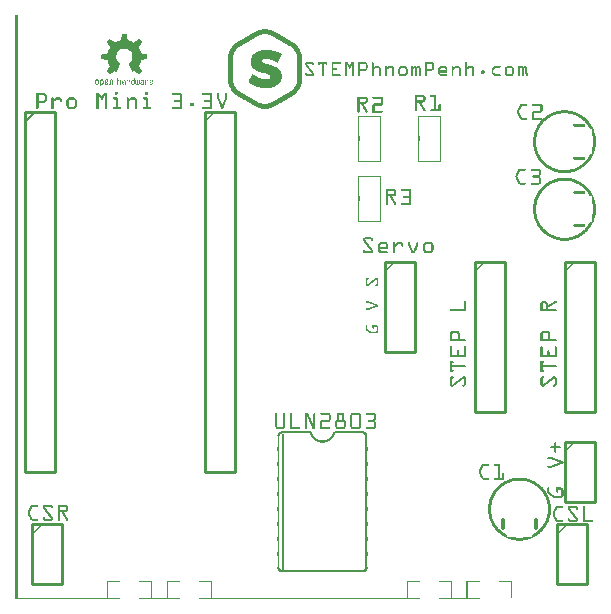
<source format=gto>
G04 MADE WITH FRITZING*
G04 WWW.FRITZING.ORG*
G04 DOUBLE SIDED*
G04 HOLES PLATED*
G04 CONTOUR ON CENTER OF CONTOUR VECTOR*
%ASAXBY*%
%FSLAX23Y23*%
%MOIN*%
%OFA0B0*%
%SFA1.0B1.0*%
%ADD10C,0.010000*%
%ADD11C,0.005000*%
%ADD12C,0.008000*%
%ADD13R,0.001000X0.001000*%
%LNSILK1*%
G90*
G70*
G54D10*
X1809Y259D02*
X1809Y59D01*
D02*
X1809Y59D02*
X1909Y59D01*
D02*
X1909Y59D02*
X1909Y259D01*
D02*
X1909Y259D02*
X1809Y259D01*
D02*
X59Y259D02*
X59Y59D01*
D02*
X59Y59D02*
X159Y59D01*
D02*
X159Y59D02*
X159Y259D01*
D02*
X159Y259D02*
X59Y259D01*
D02*
X1834Y534D02*
X1834Y334D01*
D02*
X1834Y334D02*
X1934Y334D01*
D02*
X1934Y334D02*
X1934Y534D01*
D02*
X1934Y534D02*
X1834Y534D01*
D02*
X1234Y1134D02*
X1234Y834D01*
D02*
X1234Y834D02*
X1334Y834D01*
D02*
X1334Y834D02*
X1334Y1134D01*
D02*
X1334Y1134D02*
X1234Y1134D01*
D02*
X1834Y1134D02*
X1834Y634D01*
D02*
X1834Y634D02*
X1934Y634D01*
D02*
X1934Y634D02*
X1934Y1134D01*
D02*
X1934Y1134D02*
X1834Y1134D01*
D02*
X1534Y1134D02*
X1534Y634D01*
D02*
X1534Y634D02*
X1634Y634D01*
D02*
X1634Y634D02*
X1634Y1134D01*
D02*
X1634Y1134D02*
X1534Y1134D01*
D02*
X34Y1634D02*
X34Y434D01*
D02*
X34Y434D02*
X134Y434D01*
D02*
X134Y434D02*
X134Y1634D01*
D02*
X134Y1634D02*
X34Y1634D01*
G54D11*
D02*
X34Y1599D02*
X69Y1634D01*
G54D10*
D02*
X634Y1634D02*
X634Y434D01*
D02*
X634Y434D02*
X734Y434D01*
D02*
X734Y434D02*
X734Y1634D01*
D02*
X734Y1634D02*
X634Y1634D01*
G54D12*
D02*
X892Y102D02*
X1162Y102D01*
D02*
X1157Y566D02*
X1066Y566D01*
D02*
X987Y566D02*
X895Y566D01*
D02*
X894Y561D02*
X894Y105D01*
G54D13*
X0Y1957D02*
X10Y1957D01*
X0Y1956D02*
X10Y1956D01*
X0Y1955D02*
X10Y1955D01*
X0Y1954D02*
X10Y1954D01*
X0Y1953D02*
X10Y1953D01*
X0Y1952D02*
X10Y1952D01*
X0Y1951D02*
X10Y1951D01*
X0Y1950D02*
X10Y1950D01*
X0Y1949D02*
X10Y1949D01*
X0Y1948D02*
X10Y1948D01*
X0Y1947D02*
X10Y1947D01*
X0Y1946D02*
X10Y1946D01*
X0Y1945D02*
X10Y1945D01*
X0Y1944D02*
X10Y1944D01*
X0Y1943D02*
X10Y1943D01*
X0Y1942D02*
X10Y1942D01*
X0Y1941D02*
X10Y1941D01*
X0Y1940D02*
X10Y1940D01*
X0Y1939D02*
X10Y1939D01*
X0Y1938D02*
X10Y1938D01*
X0Y1937D02*
X10Y1937D01*
X0Y1936D02*
X10Y1936D01*
X0Y1935D02*
X10Y1935D01*
X0Y1934D02*
X10Y1934D01*
X0Y1933D02*
X10Y1933D01*
X0Y1932D02*
X10Y1932D01*
X0Y1931D02*
X10Y1931D01*
X0Y1930D02*
X10Y1930D01*
X0Y1929D02*
X10Y1929D01*
X0Y1928D02*
X10Y1928D01*
X0Y1927D02*
X10Y1927D01*
X0Y1926D02*
X10Y1926D01*
X0Y1925D02*
X10Y1925D01*
X0Y1924D02*
X10Y1924D01*
X0Y1923D02*
X10Y1923D01*
X0Y1922D02*
X10Y1922D01*
X0Y1921D02*
X10Y1921D01*
X0Y1920D02*
X10Y1920D01*
X0Y1919D02*
X10Y1919D01*
X0Y1918D02*
X10Y1918D01*
X0Y1917D02*
X10Y1917D01*
X0Y1916D02*
X10Y1916D01*
X0Y1915D02*
X10Y1915D01*
X0Y1914D02*
X10Y1914D01*
X0Y1913D02*
X10Y1913D01*
X0Y1912D02*
X10Y1912D01*
X0Y1911D02*
X10Y1911D01*
X0Y1910D02*
X10Y1910D01*
X0Y1909D02*
X10Y1909D01*
X0Y1908D02*
X10Y1908D01*
X825Y1908D02*
X844Y1908D01*
X0Y1907D02*
X10Y1907D01*
X819Y1907D02*
X850Y1907D01*
X0Y1906D02*
X10Y1906D01*
X815Y1906D02*
X853Y1906D01*
X0Y1905D02*
X10Y1905D01*
X812Y1905D02*
X857Y1905D01*
X0Y1904D02*
X10Y1904D01*
X810Y1904D02*
X859Y1904D01*
X0Y1903D02*
X10Y1903D01*
X807Y1903D02*
X861Y1903D01*
X0Y1902D02*
X10Y1902D01*
X805Y1902D02*
X863Y1902D01*
X0Y1901D02*
X10Y1901D01*
X804Y1901D02*
X865Y1901D01*
X0Y1900D02*
X10Y1900D01*
X802Y1900D02*
X867Y1900D01*
X0Y1899D02*
X10Y1899D01*
X800Y1899D02*
X869Y1899D01*
X0Y1898D02*
X10Y1898D01*
X798Y1898D02*
X870Y1898D01*
X0Y1897D02*
X10Y1897D01*
X797Y1897D02*
X872Y1897D01*
X0Y1896D02*
X10Y1896D01*
X795Y1896D02*
X874Y1896D01*
X0Y1895D02*
X10Y1895D01*
X793Y1895D02*
X876Y1895D01*
X0Y1894D02*
X10Y1894D01*
X791Y1894D02*
X877Y1894D01*
X0Y1893D02*
X10Y1893D01*
X358Y1893D02*
X373Y1893D01*
X790Y1893D02*
X879Y1893D01*
X0Y1892D02*
X10Y1892D01*
X358Y1892D02*
X373Y1892D01*
X788Y1892D02*
X830Y1892D01*
X839Y1892D02*
X881Y1892D01*
X0Y1891D02*
X10Y1891D01*
X358Y1891D02*
X373Y1891D01*
X786Y1891D02*
X823Y1891D01*
X846Y1891D02*
X883Y1891D01*
X0Y1890D02*
X10Y1890D01*
X358Y1890D02*
X373Y1890D01*
X785Y1890D02*
X819Y1890D01*
X850Y1890D02*
X884Y1890D01*
X0Y1889D02*
X10Y1889D01*
X358Y1889D02*
X373Y1889D01*
X783Y1889D02*
X816Y1889D01*
X853Y1889D02*
X886Y1889D01*
X0Y1888D02*
X10Y1888D01*
X357Y1888D02*
X374Y1888D01*
X781Y1888D02*
X814Y1888D01*
X855Y1888D02*
X888Y1888D01*
X0Y1887D02*
X10Y1887D01*
X357Y1887D02*
X374Y1887D01*
X779Y1887D02*
X811Y1887D01*
X857Y1887D02*
X889Y1887D01*
X0Y1886D02*
X10Y1886D01*
X357Y1886D02*
X374Y1886D01*
X778Y1886D02*
X810Y1886D01*
X859Y1886D02*
X891Y1886D01*
X0Y1885D02*
X10Y1885D01*
X357Y1885D02*
X374Y1885D01*
X776Y1885D02*
X808Y1885D01*
X861Y1885D02*
X893Y1885D01*
X0Y1884D02*
X10Y1884D01*
X357Y1884D02*
X374Y1884D01*
X774Y1884D02*
X806Y1884D01*
X863Y1884D02*
X895Y1884D01*
X0Y1883D02*
X10Y1883D01*
X357Y1883D02*
X374Y1883D01*
X772Y1883D02*
X805Y1883D01*
X864Y1883D02*
X896Y1883D01*
X0Y1882D02*
X10Y1882D01*
X356Y1882D02*
X375Y1882D01*
X771Y1882D02*
X803Y1882D01*
X866Y1882D02*
X898Y1882D01*
X0Y1881D02*
X10Y1881D01*
X356Y1881D02*
X375Y1881D01*
X769Y1881D02*
X801Y1881D01*
X868Y1881D02*
X900Y1881D01*
X0Y1880D02*
X10Y1880D01*
X356Y1880D02*
X375Y1880D01*
X767Y1880D02*
X799Y1880D01*
X870Y1880D02*
X902Y1880D01*
X0Y1879D02*
X10Y1879D01*
X356Y1879D02*
X375Y1879D01*
X765Y1879D02*
X798Y1879D01*
X871Y1879D02*
X903Y1879D01*
X0Y1878D02*
X10Y1878D01*
X356Y1878D02*
X375Y1878D01*
X764Y1878D02*
X796Y1878D01*
X873Y1878D02*
X905Y1878D01*
X0Y1877D02*
X10Y1877D01*
X355Y1877D02*
X376Y1877D01*
X762Y1877D02*
X794Y1877D01*
X875Y1877D02*
X907Y1877D01*
X0Y1876D02*
X10Y1876D01*
X316Y1876D02*
X317Y1876D01*
X355Y1876D02*
X376Y1876D01*
X414Y1876D02*
X415Y1876D01*
X760Y1876D02*
X792Y1876D01*
X876Y1876D02*
X909Y1876D01*
X0Y1875D02*
X10Y1875D01*
X315Y1875D02*
X318Y1875D01*
X355Y1875D02*
X376Y1875D01*
X413Y1875D02*
X416Y1875D01*
X759Y1875D02*
X791Y1875D01*
X878Y1875D02*
X910Y1875D01*
X0Y1874D02*
X10Y1874D01*
X314Y1874D02*
X320Y1874D01*
X355Y1874D02*
X376Y1874D01*
X411Y1874D02*
X417Y1874D01*
X757Y1874D02*
X789Y1874D01*
X880Y1874D02*
X912Y1874D01*
X0Y1873D02*
X10Y1873D01*
X313Y1873D02*
X321Y1873D01*
X355Y1873D02*
X376Y1873D01*
X410Y1873D02*
X418Y1873D01*
X755Y1873D02*
X787Y1873D01*
X882Y1873D02*
X914Y1873D01*
X0Y1872D02*
X10Y1872D01*
X312Y1872D02*
X323Y1872D01*
X353Y1872D02*
X378Y1872D01*
X408Y1872D02*
X419Y1872D01*
X753Y1872D02*
X785Y1872D01*
X883Y1872D02*
X915Y1872D01*
X0Y1871D02*
X10Y1871D01*
X311Y1871D02*
X324Y1871D01*
X350Y1871D02*
X381Y1871D01*
X407Y1871D02*
X420Y1871D01*
X752Y1871D02*
X784Y1871D01*
X885Y1871D02*
X917Y1871D01*
X0Y1870D02*
X10Y1870D01*
X310Y1870D02*
X326Y1870D01*
X347Y1870D02*
X384Y1870D01*
X405Y1870D02*
X421Y1870D01*
X750Y1870D02*
X782Y1870D01*
X887Y1870D02*
X919Y1870D01*
X0Y1869D02*
X10Y1869D01*
X309Y1869D02*
X327Y1869D01*
X344Y1869D02*
X387Y1869D01*
X404Y1869D02*
X422Y1869D01*
X748Y1869D02*
X780Y1869D01*
X889Y1869D02*
X921Y1869D01*
X0Y1868D02*
X10Y1868D01*
X308Y1868D02*
X329Y1868D01*
X342Y1868D02*
X389Y1868D01*
X402Y1868D02*
X423Y1868D01*
X746Y1868D02*
X779Y1868D01*
X890Y1868D02*
X922Y1868D01*
X0Y1867D02*
X10Y1867D01*
X307Y1867D02*
X330Y1867D01*
X340Y1867D02*
X391Y1867D01*
X401Y1867D02*
X424Y1867D01*
X745Y1867D02*
X777Y1867D01*
X892Y1867D02*
X924Y1867D01*
X0Y1866D02*
X10Y1866D01*
X307Y1866D02*
X332Y1866D01*
X338Y1866D02*
X393Y1866D01*
X399Y1866D02*
X424Y1866D01*
X743Y1866D02*
X775Y1866D01*
X894Y1866D02*
X926Y1866D01*
X0Y1865D02*
X10Y1865D01*
X307Y1865D02*
X333Y1865D01*
X336Y1865D02*
X395Y1865D01*
X398Y1865D02*
X424Y1865D01*
X741Y1865D02*
X773Y1865D01*
X896Y1865D02*
X927Y1865D01*
X0Y1864D02*
X10Y1864D01*
X308Y1864D02*
X423Y1864D01*
X740Y1864D02*
X772Y1864D01*
X897Y1864D02*
X929Y1864D01*
X0Y1863D02*
X10Y1863D01*
X309Y1863D02*
X422Y1863D01*
X738Y1863D02*
X770Y1863D01*
X899Y1863D02*
X931Y1863D01*
X0Y1862D02*
X10Y1862D01*
X309Y1862D02*
X422Y1862D01*
X737Y1862D02*
X768Y1862D01*
X901Y1862D02*
X932Y1862D01*
X0Y1861D02*
X10Y1861D01*
X310Y1861D02*
X421Y1861D01*
X736Y1861D02*
X766Y1861D01*
X902Y1861D02*
X933Y1861D01*
X0Y1860D02*
X10Y1860D01*
X311Y1860D02*
X420Y1860D01*
X734Y1860D02*
X765Y1860D01*
X904Y1860D02*
X934Y1860D01*
X0Y1859D02*
X10Y1859D01*
X311Y1859D02*
X420Y1859D01*
X733Y1859D02*
X763Y1859D01*
X906Y1859D02*
X935Y1859D01*
X0Y1858D02*
X10Y1858D01*
X312Y1858D02*
X419Y1858D01*
X732Y1858D02*
X761Y1858D01*
X908Y1858D02*
X937Y1858D01*
X0Y1857D02*
X10Y1857D01*
X313Y1857D02*
X418Y1857D01*
X731Y1857D02*
X759Y1857D01*
X909Y1857D02*
X938Y1857D01*
X0Y1856D02*
X10Y1856D01*
X314Y1856D02*
X417Y1856D01*
X730Y1856D02*
X758Y1856D01*
X911Y1856D02*
X939Y1856D01*
X0Y1855D02*
X10Y1855D01*
X314Y1855D02*
X417Y1855D01*
X729Y1855D02*
X756Y1855D01*
X913Y1855D02*
X939Y1855D01*
X0Y1854D02*
X10Y1854D01*
X315Y1854D02*
X416Y1854D01*
X728Y1854D02*
X754Y1854D01*
X915Y1854D02*
X940Y1854D01*
X0Y1853D02*
X10Y1853D01*
X316Y1853D02*
X415Y1853D01*
X728Y1853D02*
X753Y1853D01*
X916Y1853D02*
X941Y1853D01*
X0Y1852D02*
X10Y1852D01*
X316Y1852D02*
X415Y1852D01*
X727Y1852D02*
X751Y1852D01*
X918Y1852D02*
X942Y1852D01*
X0Y1851D02*
X10Y1851D01*
X317Y1851D02*
X414Y1851D01*
X726Y1851D02*
X749Y1851D01*
X920Y1851D02*
X943Y1851D01*
X0Y1850D02*
X10Y1850D01*
X318Y1850D02*
X413Y1850D01*
X725Y1850D02*
X748Y1850D01*
X921Y1850D02*
X944Y1850D01*
X0Y1849D02*
X10Y1849D01*
X318Y1849D02*
X413Y1849D01*
X724Y1849D02*
X746Y1849D01*
X923Y1849D02*
X944Y1849D01*
X0Y1848D02*
X10Y1848D01*
X319Y1848D02*
X413Y1848D01*
X724Y1848D02*
X745Y1848D01*
X924Y1848D02*
X945Y1848D01*
X0Y1847D02*
X10Y1847D01*
X318Y1847D02*
X413Y1847D01*
X723Y1847D02*
X744Y1847D01*
X925Y1847D02*
X946Y1847D01*
X0Y1846D02*
X10Y1846D01*
X317Y1846D02*
X414Y1846D01*
X722Y1846D02*
X743Y1846D01*
X926Y1846D02*
X946Y1846D01*
X0Y1845D02*
X10Y1845D01*
X317Y1845D02*
X414Y1845D01*
X722Y1845D02*
X742Y1845D01*
X927Y1845D02*
X947Y1845D01*
X0Y1844D02*
X10Y1844D01*
X316Y1844D02*
X360Y1844D01*
X371Y1844D02*
X415Y1844D01*
X721Y1844D02*
X741Y1844D01*
X928Y1844D02*
X948Y1844D01*
X0Y1843D02*
X10Y1843D01*
X316Y1843D02*
X356Y1843D01*
X375Y1843D02*
X415Y1843D01*
X720Y1843D02*
X740Y1843D01*
X929Y1843D02*
X948Y1843D01*
X0Y1842D02*
X10Y1842D01*
X315Y1842D02*
X354Y1842D01*
X377Y1842D02*
X416Y1842D01*
X720Y1842D02*
X739Y1842D01*
X930Y1842D02*
X949Y1842D01*
X0Y1841D02*
X10Y1841D01*
X315Y1841D02*
X352Y1841D01*
X379Y1841D02*
X416Y1841D01*
X719Y1841D02*
X738Y1841D01*
X931Y1841D02*
X949Y1841D01*
X0Y1840D02*
X10Y1840D01*
X314Y1840D02*
X350Y1840D01*
X381Y1840D02*
X417Y1840D01*
X719Y1840D02*
X737Y1840D01*
X932Y1840D02*
X950Y1840D01*
X0Y1839D02*
X10Y1839D01*
X314Y1839D02*
X349Y1839D01*
X382Y1839D02*
X417Y1839D01*
X718Y1839D02*
X737Y1839D01*
X826Y1839D02*
X851Y1839D01*
X932Y1839D02*
X950Y1839D01*
X0Y1838D02*
X10Y1838D01*
X313Y1838D02*
X348Y1838D01*
X383Y1838D02*
X418Y1838D01*
X718Y1838D02*
X736Y1838D01*
X821Y1838D02*
X857Y1838D01*
X933Y1838D02*
X951Y1838D01*
X0Y1837D02*
X10Y1837D01*
X313Y1837D02*
X346Y1837D01*
X385Y1837D02*
X418Y1837D01*
X717Y1837D02*
X735Y1837D01*
X817Y1837D02*
X862Y1837D01*
X934Y1837D02*
X951Y1837D01*
X0Y1836D02*
X10Y1836D01*
X312Y1836D02*
X345Y1836D01*
X386Y1836D02*
X419Y1836D01*
X717Y1836D02*
X735Y1836D01*
X814Y1836D02*
X866Y1836D01*
X934Y1836D02*
X952Y1836D01*
X0Y1835D02*
X10Y1835D01*
X312Y1835D02*
X345Y1835D01*
X387Y1835D02*
X419Y1835D01*
X716Y1835D02*
X734Y1835D01*
X811Y1835D02*
X869Y1835D01*
X935Y1835D02*
X952Y1835D01*
X0Y1834D02*
X10Y1834D01*
X312Y1834D02*
X344Y1834D01*
X387Y1834D02*
X419Y1834D01*
X716Y1834D02*
X733Y1834D01*
X809Y1834D02*
X872Y1834D01*
X935Y1834D02*
X953Y1834D01*
X0Y1833D02*
X10Y1833D01*
X311Y1833D02*
X343Y1833D01*
X388Y1833D02*
X420Y1833D01*
X716Y1833D02*
X733Y1833D01*
X807Y1833D02*
X875Y1833D01*
X936Y1833D02*
X953Y1833D01*
X0Y1832D02*
X10Y1832D01*
X311Y1832D02*
X342Y1832D01*
X389Y1832D02*
X420Y1832D01*
X715Y1832D02*
X732Y1832D01*
X805Y1832D02*
X877Y1832D01*
X937Y1832D02*
X954Y1832D01*
X0Y1831D02*
X10Y1831D01*
X311Y1831D02*
X342Y1831D01*
X390Y1831D02*
X420Y1831D01*
X715Y1831D02*
X732Y1831D01*
X804Y1831D02*
X880Y1831D01*
X937Y1831D02*
X954Y1831D01*
X0Y1830D02*
X10Y1830D01*
X311Y1830D02*
X341Y1830D01*
X390Y1830D02*
X420Y1830D01*
X714Y1830D02*
X731Y1830D01*
X802Y1830D02*
X882Y1830D01*
X938Y1830D02*
X954Y1830D01*
X0Y1829D02*
X10Y1829D01*
X310Y1829D02*
X340Y1829D01*
X391Y1829D02*
X421Y1829D01*
X714Y1829D02*
X731Y1829D01*
X801Y1829D02*
X884Y1829D01*
X938Y1829D02*
X955Y1829D01*
X0Y1828D02*
X10Y1828D01*
X307Y1828D02*
X340Y1828D01*
X391Y1828D02*
X424Y1828D01*
X714Y1828D02*
X730Y1828D01*
X800Y1828D02*
X886Y1828D01*
X938Y1828D02*
X955Y1828D01*
X0Y1827D02*
X10Y1827D01*
X302Y1827D02*
X340Y1827D01*
X391Y1827D02*
X429Y1827D01*
X713Y1827D02*
X730Y1827D01*
X798Y1827D02*
X887Y1827D01*
X939Y1827D02*
X955Y1827D01*
X0Y1826D02*
X10Y1826D01*
X297Y1826D02*
X339Y1826D01*
X392Y1826D02*
X434Y1826D01*
X713Y1826D02*
X730Y1826D01*
X797Y1826D02*
X889Y1826D01*
X939Y1826D02*
X956Y1826D01*
X0Y1825D02*
X10Y1825D01*
X291Y1825D02*
X339Y1825D01*
X392Y1825D02*
X440Y1825D01*
X713Y1825D02*
X729Y1825D01*
X796Y1825D02*
X889Y1825D01*
X940Y1825D02*
X956Y1825D01*
X0Y1824D02*
X10Y1824D01*
X289Y1824D02*
X339Y1824D01*
X392Y1824D02*
X442Y1824D01*
X713Y1824D02*
X729Y1824D01*
X795Y1824D02*
X889Y1824D01*
X940Y1824D02*
X956Y1824D01*
X0Y1823D02*
X10Y1823D01*
X289Y1823D02*
X338Y1823D01*
X393Y1823D02*
X442Y1823D01*
X712Y1823D02*
X729Y1823D01*
X795Y1823D02*
X889Y1823D01*
X940Y1823D02*
X956Y1823D01*
X0Y1822D02*
X10Y1822D01*
X289Y1822D02*
X338Y1822D01*
X393Y1822D02*
X442Y1822D01*
X712Y1822D02*
X728Y1822D01*
X794Y1822D02*
X888Y1822D01*
X941Y1822D02*
X957Y1822D01*
X0Y1821D02*
X10Y1821D01*
X289Y1821D02*
X338Y1821D01*
X393Y1821D02*
X442Y1821D01*
X712Y1821D02*
X728Y1821D01*
X793Y1821D02*
X888Y1821D01*
X941Y1821D02*
X957Y1821D01*
X0Y1820D02*
X10Y1820D01*
X289Y1820D02*
X338Y1820D01*
X393Y1820D02*
X442Y1820D01*
X712Y1820D02*
X728Y1820D01*
X792Y1820D02*
X887Y1820D01*
X941Y1820D02*
X957Y1820D01*
X0Y1819D02*
X10Y1819D01*
X289Y1819D02*
X338Y1819D01*
X393Y1819D02*
X442Y1819D01*
X712Y1819D02*
X728Y1819D01*
X792Y1819D02*
X887Y1819D01*
X941Y1819D02*
X957Y1819D01*
X0Y1818D02*
X10Y1818D01*
X289Y1818D02*
X338Y1818D01*
X393Y1818D02*
X442Y1818D01*
X712Y1818D02*
X727Y1818D01*
X791Y1818D02*
X886Y1818D01*
X941Y1818D02*
X957Y1818D01*
X0Y1817D02*
X10Y1817D01*
X289Y1817D02*
X338Y1817D01*
X393Y1817D02*
X442Y1817D01*
X711Y1817D02*
X727Y1817D01*
X791Y1817D02*
X886Y1817D01*
X942Y1817D02*
X957Y1817D01*
X0Y1816D02*
X10Y1816D01*
X289Y1816D02*
X338Y1816D01*
X393Y1816D02*
X442Y1816D01*
X711Y1816D02*
X727Y1816D01*
X790Y1816D02*
X885Y1816D01*
X942Y1816D02*
X957Y1816D01*
X0Y1815D02*
X10Y1815D01*
X289Y1815D02*
X338Y1815D01*
X393Y1815D02*
X442Y1815D01*
X711Y1815D02*
X727Y1815D01*
X790Y1815D02*
X885Y1815D01*
X942Y1815D02*
X957Y1815D01*
X0Y1814D02*
X10Y1814D01*
X289Y1814D02*
X338Y1814D01*
X393Y1814D02*
X442Y1814D01*
X711Y1814D02*
X727Y1814D01*
X789Y1814D02*
X884Y1814D01*
X942Y1814D02*
X957Y1814D01*
X0Y1813D02*
X10Y1813D01*
X289Y1813D02*
X338Y1813D01*
X393Y1813D02*
X442Y1813D01*
X711Y1813D02*
X727Y1813D01*
X789Y1813D02*
X884Y1813D01*
X942Y1813D02*
X958Y1813D01*
X0Y1812D02*
X10Y1812D01*
X289Y1812D02*
X338Y1812D01*
X393Y1812D02*
X442Y1812D01*
X711Y1812D02*
X727Y1812D01*
X789Y1812D02*
X883Y1812D01*
X942Y1812D02*
X958Y1812D01*
X0Y1811D02*
X10Y1811D01*
X289Y1811D02*
X338Y1811D01*
X393Y1811D02*
X442Y1811D01*
X711Y1811D02*
X727Y1811D01*
X788Y1811D02*
X883Y1811D01*
X942Y1811D02*
X958Y1811D01*
X0Y1810D02*
X10Y1810D01*
X290Y1810D02*
X339Y1810D01*
X392Y1810D02*
X442Y1810D01*
X711Y1810D02*
X727Y1810D01*
X788Y1810D02*
X829Y1810D01*
X843Y1810D02*
X882Y1810D01*
X942Y1810D02*
X958Y1810D01*
X0Y1809D02*
X10Y1809D01*
X294Y1809D02*
X339Y1809D01*
X392Y1809D02*
X437Y1809D01*
X711Y1809D02*
X727Y1809D01*
X788Y1809D02*
X827Y1809D01*
X848Y1809D02*
X882Y1809D01*
X942Y1809D02*
X958Y1809D01*
X0Y1808D02*
X10Y1808D01*
X299Y1808D02*
X339Y1808D01*
X392Y1808D02*
X432Y1808D01*
X711Y1808D02*
X727Y1808D01*
X788Y1808D02*
X826Y1808D01*
X851Y1808D02*
X881Y1808D01*
X942Y1808D02*
X958Y1808D01*
X0Y1807D02*
X10Y1807D01*
X304Y1807D02*
X340Y1807D01*
X391Y1807D02*
X427Y1807D01*
X711Y1807D02*
X727Y1807D01*
X787Y1807D02*
X825Y1807D01*
X855Y1807D02*
X881Y1807D01*
X942Y1807D02*
X958Y1807D01*
X0Y1806D02*
X10Y1806D01*
X310Y1806D02*
X340Y1806D01*
X391Y1806D02*
X422Y1806D01*
X711Y1806D02*
X727Y1806D01*
X787Y1806D02*
X825Y1806D01*
X857Y1806D02*
X880Y1806D01*
X942Y1806D02*
X958Y1806D01*
X0Y1805D02*
X10Y1805D01*
X310Y1805D02*
X341Y1805D01*
X390Y1805D02*
X421Y1805D01*
X711Y1805D02*
X727Y1805D01*
X787Y1805D02*
X824Y1805D01*
X860Y1805D02*
X880Y1805D01*
X942Y1805D02*
X958Y1805D01*
X0Y1804D02*
X10Y1804D01*
X310Y1804D02*
X341Y1804D01*
X390Y1804D02*
X421Y1804D01*
X711Y1804D02*
X727Y1804D01*
X787Y1804D02*
X824Y1804D01*
X863Y1804D02*
X879Y1804D01*
X942Y1804D02*
X958Y1804D01*
X0Y1803D02*
X10Y1803D01*
X311Y1803D02*
X342Y1803D01*
X389Y1803D02*
X421Y1803D01*
X711Y1803D02*
X727Y1803D01*
X787Y1803D02*
X824Y1803D01*
X865Y1803D02*
X879Y1803D01*
X942Y1803D02*
X958Y1803D01*
X0Y1802D02*
X10Y1802D01*
X311Y1802D02*
X342Y1802D01*
X389Y1802D02*
X420Y1802D01*
X711Y1802D02*
X727Y1802D01*
X787Y1802D02*
X825Y1802D01*
X867Y1802D02*
X878Y1802D01*
X942Y1802D02*
X958Y1802D01*
X0Y1801D02*
X10Y1801D01*
X311Y1801D02*
X343Y1801D01*
X388Y1801D02*
X420Y1801D01*
X711Y1801D02*
X727Y1801D01*
X787Y1801D02*
X825Y1801D01*
X869Y1801D02*
X878Y1801D01*
X942Y1801D02*
X958Y1801D01*
X0Y1800D02*
X10Y1800D01*
X311Y1800D02*
X344Y1800D01*
X387Y1800D02*
X420Y1800D01*
X711Y1800D02*
X727Y1800D01*
X787Y1800D02*
X826Y1800D01*
X871Y1800D02*
X877Y1800D01*
X942Y1800D02*
X958Y1800D01*
X0Y1799D02*
X10Y1799D01*
X312Y1799D02*
X345Y1799D01*
X386Y1799D02*
X419Y1799D01*
X711Y1799D02*
X727Y1799D01*
X787Y1799D02*
X827Y1799D01*
X873Y1799D02*
X877Y1799D01*
X942Y1799D02*
X958Y1799D01*
X972Y1799D02*
X993Y1799D01*
X1013Y1799D02*
X1042Y1799D01*
X1057Y1799D02*
X1086Y1799D01*
X1102Y1799D02*
X1109Y1799D01*
X1124Y1799D02*
X1131Y1799D01*
X1146Y1799D02*
X1170Y1799D01*
X1192Y1799D02*
X1194Y1799D01*
X1368Y1799D02*
X1392Y1799D01*
X1502Y1799D02*
X1505Y1799D01*
X0Y1798D02*
X10Y1798D01*
X312Y1798D02*
X346Y1798D01*
X386Y1798D02*
X419Y1798D01*
X711Y1798D02*
X727Y1798D01*
X787Y1798D02*
X828Y1798D01*
X875Y1798D02*
X876Y1798D01*
X942Y1798D02*
X958Y1798D01*
X971Y1798D02*
X995Y1798D01*
X1013Y1798D02*
X1042Y1798D01*
X1057Y1798D02*
X1086Y1798D01*
X1102Y1798D02*
X1109Y1798D01*
X1123Y1798D02*
X1131Y1798D01*
X1146Y1798D02*
X1172Y1798D01*
X1191Y1798D02*
X1195Y1798D01*
X1368Y1798D02*
X1394Y1798D01*
X1502Y1798D02*
X1506Y1798D01*
X0Y1797D02*
X10Y1797D01*
X312Y1797D02*
X347Y1797D01*
X384Y1797D02*
X419Y1797D01*
X711Y1797D02*
X727Y1797D01*
X787Y1797D02*
X829Y1797D01*
X942Y1797D02*
X958Y1797D01*
X970Y1797D02*
X996Y1797D01*
X1013Y1797D02*
X1042Y1797D01*
X1057Y1797D02*
X1087Y1797D01*
X1102Y1797D02*
X1110Y1797D01*
X1122Y1797D02*
X1131Y1797D01*
X1146Y1797D02*
X1173Y1797D01*
X1190Y1797D02*
X1195Y1797D01*
X1368Y1797D02*
X1395Y1797D01*
X1501Y1797D02*
X1506Y1797D01*
X0Y1796D02*
X10Y1796D01*
X313Y1796D02*
X348Y1796D01*
X383Y1796D02*
X418Y1796D01*
X711Y1796D02*
X727Y1796D01*
X787Y1796D02*
X831Y1796D01*
X942Y1796D02*
X958Y1796D01*
X969Y1796D02*
X996Y1796D01*
X1013Y1796D02*
X1042Y1796D01*
X1057Y1796D02*
X1087Y1796D01*
X1102Y1796D02*
X1111Y1796D01*
X1122Y1796D02*
X1131Y1796D01*
X1146Y1796D02*
X1174Y1796D01*
X1190Y1796D02*
X1196Y1796D01*
X1368Y1796D02*
X1396Y1796D01*
X1501Y1796D02*
X1506Y1796D01*
X0Y1795D02*
X10Y1795D01*
X313Y1795D02*
X349Y1795D01*
X382Y1795D02*
X418Y1795D01*
X711Y1795D02*
X727Y1795D01*
X787Y1795D02*
X834Y1795D01*
X942Y1795D02*
X958Y1795D01*
X969Y1795D02*
X997Y1795D01*
X1013Y1795D02*
X1042Y1795D01*
X1057Y1795D02*
X1086Y1795D01*
X1102Y1795D02*
X1112Y1795D01*
X1121Y1795D02*
X1131Y1795D01*
X1146Y1795D02*
X1174Y1795D01*
X1190Y1795D02*
X1196Y1795D01*
X1368Y1795D02*
X1396Y1795D01*
X1501Y1795D02*
X1506Y1795D01*
X0Y1794D02*
X10Y1794D01*
X313Y1794D02*
X350Y1794D01*
X381Y1794D02*
X418Y1794D01*
X711Y1794D02*
X727Y1794D01*
X788Y1794D02*
X836Y1794D01*
X942Y1794D02*
X958Y1794D01*
X968Y1794D02*
X997Y1794D01*
X1013Y1794D02*
X1042Y1794D01*
X1057Y1794D02*
X1085Y1794D01*
X1102Y1794D02*
X1112Y1794D01*
X1120Y1794D02*
X1131Y1794D01*
X1146Y1794D02*
X1175Y1794D01*
X1190Y1794D02*
X1196Y1794D01*
X1368Y1794D02*
X1397Y1794D01*
X1501Y1794D02*
X1506Y1794D01*
X0Y1793D02*
X10Y1793D01*
X314Y1793D02*
X350Y1793D01*
X381Y1793D02*
X417Y1793D01*
X711Y1793D02*
X727Y1793D01*
X788Y1793D02*
X840Y1793D01*
X942Y1793D02*
X958Y1793D01*
X968Y1793D02*
X974Y1793D01*
X992Y1793D02*
X998Y1793D01*
X1013Y1793D02*
X1018Y1793D01*
X1025Y1793D02*
X1030Y1793D01*
X1037Y1793D02*
X1042Y1793D01*
X1057Y1793D02*
X1062Y1793D01*
X1102Y1793D02*
X1113Y1793D01*
X1120Y1793D02*
X1131Y1793D01*
X1146Y1793D02*
X1151Y1793D01*
X1169Y1793D02*
X1175Y1793D01*
X1190Y1793D02*
X1196Y1793D01*
X1368Y1793D02*
X1373Y1793D01*
X1391Y1793D02*
X1397Y1793D01*
X1501Y1793D02*
X1506Y1793D01*
X0Y1792D02*
X10Y1792D01*
X314Y1792D02*
X350Y1792D01*
X381Y1792D02*
X417Y1792D01*
X711Y1792D02*
X727Y1792D01*
X788Y1792D02*
X843Y1792D01*
X942Y1792D02*
X958Y1792D01*
X968Y1792D02*
X974Y1792D01*
X993Y1792D02*
X998Y1792D01*
X1013Y1792D02*
X1018Y1792D01*
X1025Y1792D02*
X1030Y1792D01*
X1037Y1792D02*
X1042Y1792D01*
X1057Y1792D02*
X1062Y1792D01*
X1102Y1792D02*
X1114Y1792D01*
X1119Y1792D02*
X1131Y1792D01*
X1146Y1792D02*
X1151Y1792D01*
X1170Y1792D02*
X1175Y1792D01*
X1190Y1792D02*
X1196Y1792D01*
X1368Y1792D02*
X1373Y1792D01*
X1392Y1792D02*
X1397Y1792D01*
X1501Y1792D02*
X1506Y1792D01*
X0Y1791D02*
X10Y1791D01*
X315Y1791D02*
X350Y1791D01*
X381Y1791D02*
X416Y1791D01*
X711Y1791D02*
X727Y1791D01*
X788Y1791D02*
X846Y1791D01*
X942Y1791D02*
X958Y1791D01*
X969Y1791D02*
X975Y1791D01*
X993Y1791D02*
X998Y1791D01*
X1013Y1791D02*
X1018Y1791D01*
X1025Y1791D02*
X1030Y1791D01*
X1037Y1791D02*
X1042Y1791D01*
X1057Y1791D02*
X1062Y1791D01*
X1102Y1791D02*
X1114Y1791D01*
X1118Y1791D02*
X1131Y1791D01*
X1146Y1791D02*
X1151Y1791D01*
X1170Y1791D02*
X1175Y1791D01*
X1190Y1791D02*
X1196Y1791D01*
X1368Y1791D02*
X1373Y1791D01*
X1392Y1791D02*
X1398Y1791D01*
X1501Y1791D02*
X1506Y1791D01*
X0Y1790D02*
X10Y1790D01*
X315Y1790D02*
X349Y1790D01*
X382Y1790D02*
X416Y1790D01*
X711Y1790D02*
X727Y1790D01*
X788Y1790D02*
X850Y1790D01*
X942Y1790D02*
X958Y1790D01*
X969Y1790D02*
X975Y1790D01*
X993Y1790D02*
X997Y1790D01*
X1013Y1790D02*
X1018Y1790D01*
X1025Y1790D02*
X1030Y1790D01*
X1037Y1790D02*
X1042Y1790D01*
X1057Y1790D02*
X1062Y1790D01*
X1102Y1790D02*
X1115Y1790D01*
X1118Y1790D02*
X1124Y1790D01*
X1126Y1790D02*
X1131Y1790D01*
X1146Y1790D02*
X1151Y1790D01*
X1170Y1790D02*
X1176Y1790D01*
X1190Y1790D02*
X1196Y1790D01*
X1368Y1790D02*
X1373Y1790D01*
X1392Y1790D02*
X1398Y1790D01*
X1501Y1790D02*
X1506Y1790D01*
X0Y1789D02*
X10Y1789D01*
X316Y1789D02*
X349Y1789D01*
X382Y1789D02*
X415Y1789D01*
X711Y1789D02*
X727Y1789D01*
X789Y1789D02*
X853Y1789D01*
X942Y1789D02*
X958Y1789D01*
X969Y1789D02*
X976Y1789D01*
X994Y1789D02*
X997Y1789D01*
X1014Y1789D02*
X1017Y1789D01*
X1025Y1789D02*
X1030Y1789D01*
X1038Y1789D02*
X1041Y1789D01*
X1057Y1789D02*
X1062Y1789D01*
X1102Y1789D02*
X1107Y1789D01*
X1109Y1789D02*
X1123Y1789D01*
X1126Y1789D02*
X1131Y1789D01*
X1146Y1789D02*
X1151Y1789D01*
X1170Y1789D02*
X1176Y1789D01*
X1190Y1789D02*
X1196Y1789D01*
X1368Y1789D02*
X1373Y1789D01*
X1392Y1789D02*
X1398Y1789D01*
X1501Y1789D02*
X1506Y1789D01*
X0Y1788D02*
X10Y1788D01*
X316Y1788D02*
X348Y1788D01*
X383Y1788D02*
X415Y1788D01*
X711Y1788D02*
X727Y1788D01*
X789Y1788D02*
X857Y1788D01*
X942Y1788D02*
X958Y1788D01*
X970Y1788D02*
X977Y1788D01*
X1025Y1788D02*
X1030Y1788D01*
X1057Y1788D02*
X1062Y1788D01*
X1102Y1788D02*
X1107Y1788D01*
X1110Y1788D02*
X1123Y1788D01*
X1126Y1788D02*
X1131Y1788D01*
X1146Y1788D02*
X1151Y1788D01*
X1170Y1788D02*
X1176Y1788D01*
X1190Y1788D02*
X1196Y1788D01*
X1368Y1788D02*
X1373Y1788D01*
X1392Y1788D02*
X1398Y1788D01*
X1501Y1788D02*
X1506Y1788D01*
X0Y1787D02*
X10Y1787D01*
X317Y1787D02*
X348Y1787D01*
X383Y1787D02*
X414Y1787D01*
X711Y1787D02*
X727Y1787D01*
X790Y1787D02*
X860Y1787D01*
X942Y1787D02*
X958Y1787D01*
X971Y1787D02*
X978Y1787D01*
X1025Y1787D02*
X1030Y1787D01*
X1057Y1787D02*
X1062Y1787D01*
X1102Y1787D02*
X1107Y1787D01*
X1111Y1787D02*
X1122Y1787D01*
X1126Y1787D02*
X1131Y1787D01*
X1146Y1787D02*
X1151Y1787D01*
X1170Y1787D02*
X1176Y1787D01*
X1190Y1787D02*
X1196Y1787D01*
X1368Y1787D02*
X1373Y1787D01*
X1392Y1787D02*
X1398Y1787D01*
X1501Y1787D02*
X1506Y1787D01*
X0Y1786D02*
X10Y1786D01*
X318Y1786D02*
X348Y1786D01*
X383Y1786D02*
X413Y1786D01*
X711Y1786D02*
X727Y1786D01*
X790Y1786D02*
X862Y1786D01*
X942Y1786D02*
X958Y1786D01*
X972Y1786D02*
X979Y1786D01*
X1025Y1786D02*
X1030Y1786D01*
X1057Y1786D02*
X1062Y1786D01*
X1102Y1786D02*
X1107Y1786D01*
X1111Y1786D02*
X1121Y1786D01*
X1126Y1786D02*
X1131Y1786D01*
X1146Y1786D02*
X1151Y1786D01*
X1170Y1786D02*
X1176Y1786D01*
X1190Y1786D02*
X1196Y1786D01*
X1204Y1786D02*
X1213Y1786D01*
X1236Y1786D02*
X1239Y1786D01*
X1249Y1786D02*
X1258Y1786D01*
X1287Y1786D02*
X1301Y1786D01*
X1324Y1786D02*
X1327Y1786D01*
X1331Y1786D02*
X1337Y1786D01*
X1344Y1786D02*
X1348Y1786D01*
X1368Y1786D02*
X1373Y1786D01*
X1392Y1786D02*
X1398Y1786D01*
X1420Y1786D02*
X1434Y1786D01*
X1458Y1786D02*
X1461Y1786D01*
X1471Y1786D02*
X1480Y1786D01*
X1501Y1786D02*
X1506Y1786D01*
X1515Y1786D02*
X1524Y1786D01*
X1601Y1786D02*
X1618Y1786D01*
X1642Y1786D02*
X1656Y1786D01*
X1680Y1786D02*
X1682Y1786D01*
X1687Y1786D02*
X1692Y1786D01*
X1699Y1786D02*
X1703Y1786D01*
X0Y1785D02*
X10Y1785D01*
X318Y1785D02*
X347Y1785D01*
X384Y1785D02*
X413Y1785D01*
X711Y1785D02*
X727Y1785D01*
X791Y1785D02*
X865Y1785D01*
X942Y1785D02*
X958Y1785D01*
X972Y1785D02*
X979Y1785D01*
X1025Y1785D02*
X1030Y1785D01*
X1057Y1785D02*
X1062Y1785D01*
X1102Y1785D02*
X1107Y1785D01*
X1112Y1785D02*
X1121Y1785D01*
X1126Y1785D02*
X1131Y1785D01*
X1146Y1785D02*
X1151Y1785D01*
X1170Y1785D02*
X1176Y1785D01*
X1190Y1785D02*
X1196Y1785D01*
X1202Y1785D02*
X1215Y1785D01*
X1235Y1785D02*
X1240Y1785D01*
X1246Y1785D02*
X1260Y1785D01*
X1285Y1785D02*
X1303Y1785D01*
X1323Y1785D02*
X1328Y1785D01*
X1330Y1785D02*
X1338Y1785D01*
X1342Y1785D02*
X1350Y1785D01*
X1368Y1785D02*
X1373Y1785D01*
X1392Y1785D02*
X1398Y1785D01*
X1419Y1785D02*
X1436Y1785D01*
X1457Y1785D02*
X1462Y1785D01*
X1469Y1785D02*
X1482Y1785D01*
X1501Y1785D02*
X1506Y1785D01*
X1513Y1785D02*
X1526Y1785D01*
X1599Y1785D02*
X1619Y1785D01*
X1641Y1785D02*
X1658Y1785D01*
X1679Y1785D02*
X1683Y1785D01*
X1685Y1785D02*
X1693Y1785D01*
X1697Y1785D02*
X1705Y1785D01*
X0Y1784D02*
X10Y1784D01*
X317Y1784D02*
X347Y1784D01*
X384Y1784D02*
X414Y1784D01*
X711Y1784D02*
X727Y1784D01*
X791Y1784D02*
X867Y1784D01*
X942Y1784D02*
X958Y1784D01*
X973Y1784D02*
X980Y1784D01*
X1025Y1784D02*
X1030Y1784D01*
X1057Y1784D02*
X1062Y1784D01*
X1102Y1784D02*
X1107Y1784D01*
X1113Y1784D02*
X1120Y1784D01*
X1126Y1784D02*
X1131Y1784D01*
X1146Y1784D02*
X1151Y1784D01*
X1170Y1784D02*
X1176Y1784D01*
X1190Y1784D02*
X1196Y1784D01*
X1200Y1784D02*
X1216Y1784D01*
X1235Y1784D02*
X1240Y1784D01*
X1245Y1784D02*
X1261Y1784D01*
X1284Y1784D02*
X1304Y1784D01*
X1323Y1784D02*
X1351Y1784D01*
X1368Y1784D02*
X1373Y1784D01*
X1392Y1784D02*
X1398Y1784D01*
X1417Y1784D02*
X1437Y1784D01*
X1457Y1784D02*
X1462Y1784D01*
X1467Y1784D02*
X1483Y1784D01*
X1501Y1784D02*
X1506Y1784D01*
X1511Y1784D02*
X1527Y1784D01*
X1598Y1784D02*
X1620Y1784D01*
X1639Y1784D02*
X1659Y1784D01*
X1678Y1784D02*
X1706Y1784D01*
X0Y1783D02*
X10Y1783D01*
X317Y1783D02*
X346Y1783D01*
X385Y1783D02*
X414Y1783D01*
X711Y1783D02*
X727Y1783D01*
X792Y1783D02*
X869Y1783D01*
X942Y1783D02*
X958Y1783D01*
X974Y1783D02*
X981Y1783D01*
X1025Y1783D02*
X1030Y1783D01*
X1057Y1783D02*
X1062Y1783D01*
X1102Y1783D02*
X1107Y1783D01*
X1113Y1783D02*
X1119Y1783D01*
X1126Y1783D02*
X1131Y1783D01*
X1146Y1783D02*
X1151Y1783D01*
X1170Y1783D02*
X1176Y1783D01*
X1190Y1783D02*
X1196Y1783D01*
X1199Y1783D02*
X1217Y1783D01*
X1235Y1783D02*
X1240Y1783D01*
X1243Y1783D02*
X1262Y1783D01*
X1283Y1783D02*
X1305Y1783D01*
X1323Y1783D02*
X1352Y1783D01*
X1368Y1783D02*
X1373Y1783D01*
X1392Y1783D02*
X1398Y1783D01*
X1416Y1783D02*
X1438Y1783D01*
X1457Y1783D02*
X1462Y1783D01*
X1465Y1783D02*
X1484Y1783D01*
X1501Y1783D02*
X1506Y1783D01*
X1510Y1783D02*
X1528Y1783D01*
X1597Y1783D02*
X1619Y1783D01*
X1638Y1783D02*
X1660Y1783D01*
X1678Y1783D02*
X1707Y1783D01*
X0Y1782D02*
X10Y1782D01*
X316Y1782D02*
X346Y1782D01*
X385Y1782D02*
X415Y1782D01*
X711Y1782D02*
X727Y1782D01*
X792Y1782D02*
X871Y1782D01*
X942Y1782D02*
X958Y1782D01*
X975Y1782D02*
X982Y1782D01*
X1025Y1782D02*
X1030Y1782D01*
X1057Y1782D02*
X1062Y1782D01*
X1102Y1782D02*
X1107Y1782D01*
X1114Y1782D02*
X1119Y1782D01*
X1126Y1782D02*
X1131Y1782D01*
X1146Y1782D02*
X1151Y1782D01*
X1170Y1782D02*
X1176Y1782D01*
X1190Y1782D02*
X1218Y1782D01*
X1235Y1782D02*
X1240Y1782D01*
X1242Y1782D02*
X1262Y1782D01*
X1282Y1782D02*
X1306Y1782D01*
X1323Y1782D02*
X1352Y1782D01*
X1368Y1782D02*
X1373Y1782D01*
X1392Y1782D02*
X1398Y1782D01*
X1415Y1782D02*
X1439Y1782D01*
X1457Y1782D02*
X1462Y1782D01*
X1464Y1782D02*
X1484Y1782D01*
X1501Y1782D02*
X1529Y1782D01*
X1595Y1782D02*
X1619Y1782D01*
X1637Y1782D02*
X1661Y1782D01*
X1678Y1782D02*
X1707Y1782D01*
X0Y1781D02*
X10Y1781D01*
X315Y1781D02*
X346Y1781D01*
X386Y1781D02*
X416Y1781D01*
X711Y1781D02*
X727Y1781D01*
X793Y1781D02*
X873Y1781D01*
X942Y1781D02*
X958Y1781D01*
X975Y1781D02*
X982Y1781D01*
X1025Y1781D02*
X1030Y1781D01*
X1057Y1781D02*
X1062Y1781D01*
X1102Y1781D02*
X1107Y1781D01*
X1114Y1781D02*
X1119Y1781D01*
X1126Y1781D02*
X1131Y1781D01*
X1146Y1781D02*
X1151Y1781D01*
X1170Y1781D02*
X1176Y1781D01*
X1190Y1781D02*
X1218Y1781D01*
X1235Y1781D02*
X1263Y1781D01*
X1281Y1781D02*
X1307Y1781D01*
X1323Y1781D02*
X1352Y1781D01*
X1368Y1781D02*
X1373Y1781D01*
X1392Y1781D02*
X1398Y1781D01*
X1414Y1781D02*
X1440Y1781D01*
X1457Y1781D02*
X1485Y1781D01*
X1501Y1781D02*
X1529Y1781D01*
X1594Y1781D02*
X1618Y1781D01*
X1636Y1781D02*
X1662Y1781D01*
X1678Y1781D02*
X1708Y1781D01*
X0Y1780D02*
X10Y1780D01*
X315Y1780D02*
X345Y1780D01*
X386Y1780D02*
X416Y1780D01*
X711Y1780D02*
X727Y1780D01*
X794Y1780D02*
X874Y1780D01*
X942Y1780D02*
X958Y1780D01*
X976Y1780D02*
X983Y1780D01*
X1025Y1780D02*
X1030Y1780D01*
X1057Y1780D02*
X1062Y1780D01*
X1102Y1780D02*
X1107Y1780D01*
X1114Y1780D02*
X1119Y1780D01*
X1126Y1780D02*
X1131Y1780D01*
X1146Y1780D02*
X1151Y1780D01*
X1170Y1780D02*
X1176Y1780D01*
X1190Y1780D02*
X1205Y1780D01*
X1212Y1780D02*
X1219Y1780D01*
X1235Y1780D02*
X1249Y1780D01*
X1257Y1780D02*
X1263Y1780D01*
X1280Y1780D02*
X1288Y1780D01*
X1300Y1780D02*
X1308Y1780D01*
X1323Y1780D02*
X1332Y1780D01*
X1335Y1780D02*
X1345Y1780D01*
X1347Y1780D02*
X1353Y1780D01*
X1368Y1780D02*
X1373Y1780D01*
X1392Y1780D02*
X1398Y1780D01*
X1414Y1780D02*
X1421Y1780D01*
X1433Y1780D02*
X1441Y1780D01*
X1457Y1780D02*
X1471Y1780D01*
X1479Y1780D02*
X1485Y1780D01*
X1501Y1780D02*
X1516Y1780D01*
X1523Y1780D02*
X1530Y1780D01*
X1593Y1780D02*
X1602Y1780D01*
X1636Y1780D02*
X1643Y1780D01*
X1655Y1780D02*
X1663Y1780D01*
X1678Y1780D02*
X1688Y1780D01*
X1691Y1780D02*
X1700Y1780D01*
X1702Y1780D02*
X1708Y1780D01*
X0Y1779D02*
X10Y1779D01*
X314Y1779D02*
X345Y1779D01*
X386Y1779D02*
X417Y1779D01*
X711Y1779D02*
X727Y1779D01*
X795Y1779D02*
X876Y1779D01*
X942Y1779D02*
X958Y1779D01*
X977Y1779D02*
X984Y1779D01*
X1025Y1779D02*
X1030Y1779D01*
X1057Y1779D02*
X1063Y1779D01*
X1102Y1779D02*
X1107Y1779D01*
X1114Y1779D02*
X1118Y1779D01*
X1126Y1779D02*
X1131Y1779D01*
X1146Y1779D02*
X1151Y1779D01*
X1170Y1779D02*
X1175Y1779D01*
X1190Y1779D02*
X1203Y1779D01*
X1213Y1779D02*
X1219Y1779D01*
X1235Y1779D02*
X1248Y1779D01*
X1258Y1779D02*
X1263Y1779D01*
X1280Y1779D02*
X1287Y1779D01*
X1301Y1779D02*
X1308Y1779D01*
X1323Y1779D02*
X1331Y1779D01*
X1336Y1779D02*
X1343Y1779D01*
X1348Y1779D02*
X1353Y1779D01*
X1368Y1779D02*
X1373Y1779D01*
X1392Y1779D02*
X1398Y1779D01*
X1413Y1779D02*
X1420Y1779D01*
X1435Y1779D02*
X1441Y1779D01*
X1457Y1779D02*
X1470Y1779D01*
X1480Y1779D02*
X1485Y1779D01*
X1501Y1779D02*
X1514Y1779D01*
X1524Y1779D02*
X1530Y1779D01*
X1592Y1779D02*
X1601Y1779D01*
X1635Y1779D02*
X1642Y1779D01*
X1657Y1779D02*
X1663Y1779D01*
X1678Y1779D02*
X1686Y1779D01*
X1691Y1779D02*
X1699Y1779D01*
X1703Y1779D02*
X1708Y1779D01*
X0Y1778D02*
X10Y1778D01*
X313Y1778D02*
X344Y1778D01*
X387Y1778D02*
X418Y1778D01*
X711Y1778D02*
X727Y1778D01*
X796Y1778D02*
X877Y1778D01*
X942Y1778D02*
X958Y1778D01*
X978Y1778D02*
X985Y1778D01*
X1025Y1778D02*
X1030Y1778D01*
X1057Y1778D02*
X1073Y1778D01*
X1102Y1778D02*
X1107Y1778D01*
X1116Y1778D02*
X1117Y1778D01*
X1126Y1778D02*
X1131Y1778D01*
X1146Y1778D02*
X1151Y1778D01*
X1170Y1778D02*
X1175Y1778D01*
X1190Y1778D02*
X1202Y1778D01*
X1214Y1778D02*
X1219Y1778D01*
X1235Y1778D02*
X1246Y1778D01*
X1258Y1778D02*
X1264Y1778D01*
X1280Y1778D02*
X1286Y1778D01*
X1302Y1778D02*
X1308Y1778D01*
X1323Y1778D02*
X1330Y1778D01*
X1336Y1778D02*
X1342Y1778D01*
X1348Y1778D02*
X1353Y1778D01*
X1368Y1778D02*
X1373Y1778D01*
X1392Y1778D02*
X1397Y1778D01*
X1413Y1778D02*
X1419Y1778D01*
X1436Y1778D02*
X1442Y1778D01*
X1457Y1778D02*
X1468Y1778D01*
X1480Y1778D02*
X1486Y1778D01*
X1501Y1778D02*
X1513Y1778D01*
X1525Y1778D02*
X1530Y1778D01*
X1592Y1778D02*
X1599Y1778D01*
X1635Y1778D02*
X1641Y1778D01*
X1658Y1778D02*
X1664Y1778D01*
X1678Y1778D02*
X1685Y1778D01*
X1691Y1778D02*
X1697Y1778D01*
X1703Y1778D02*
X1708Y1778D01*
X0Y1777D02*
X10Y1777D01*
X313Y1777D02*
X344Y1777D01*
X387Y1777D02*
X418Y1777D01*
X711Y1777D02*
X727Y1777D01*
X797Y1777D02*
X878Y1777D01*
X942Y1777D02*
X958Y1777D01*
X979Y1777D02*
X986Y1777D01*
X1025Y1777D02*
X1030Y1777D01*
X1057Y1777D02*
X1074Y1777D01*
X1102Y1777D02*
X1107Y1777D01*
X1126Y1777D02*
X1131Y1777D01*
X1146Y1777D02*
X1151Y1777D01*
X1169Y1777D02*
X1175Y1777D01*
X1190Y1777D02*
X1200Y1777D01*
X1214Y1777D02*
X1219Y1777D01*
X1235Y1777D02*
X1245Y1777D01*
X1258Y1777D02*
X1264Y1777D01*
X1279Y1777D02*
X1285Y1777D01*
X1303Y1777D02*
X1309Y1777D01*
X1323Y1777D02*
X1329Y1777D01*
X1336Y1777D02*
X1341Y1777D01*
X1348Y1777D02*
X1353Y1777D01*
X1368Y1777D02*
X1373Y1777D01*
X1391Y1777D02*
X1397Y1777D01*
X1413Y1777D02*
X1418Y1777D01*
X1436Y1777D02*
X1442Y1777D01*
X1457Y1777D02*
X1467Y1777D01*
X1480Y1777D02*
X1486Y1777D01*
X1501Y1777D02*
X1511Y1777D01*
X1525Y1777D02*
X1530Y1777D01*
X1591Y1777D02*
X1598Y1777D01*
X1635Y1777D02*
X1640Y1777D01*
X1658Y1777D02*
X1664Y1777D01*
X1678Y1777D02*
X1684Y1777D01*
X1691Y1777D02*
X1696Y1777D01*
X1703Y1777D02*
X1708Y1777D01*
X0Y1776D02*
X10Y1776D01*
X312Y1776D02*
X343Y1776D01*
X388Y1776D02*
X419Y1776D01*
X711Y1776D02*
X727Y1776D01*
X798Y1776D02*
X880Y1776D01*
X942Y1776D02*
X958Y1776D01*
X979Y1776D02*
X986Y1776D01*
X1025Y1776D02*
X1030Y1776D01*
X1057Y1776D02*
X1074Y1776D01*
X1102Y1776D02*
X1107Y1776D01*
X1126Y1776D02*
X1131Y1776D01*
X1146Y1776D02*
X1175Y1776D01*
X1190Y1776D02*
X1199Y1776D01*
X1214Y1776D02*
X1219Y1776D01*
X1235Y1776D02*
X1243Y1776D01*
X1258Y1776D02*
X1264Y1776D01*
X1279Y1776D02*
X1284Y1776D01*
X1303Y1776D02*
X1309Y1776D01*
X1323Y1776D02*
X1328Y1776D01*
X1336Y1776D02*
X1341Y1776D01*
X1348Y1776D02*
X1353Y1776D01*
X1368Y1776D02*
X1397Y1776D01*
X1412Y1776D02*
X1418Y1776D01*
X1437Y1776D02*
X1442Y1776D01*
X1457Y1776D02*
X1465Y1776D01*
X1480Y1776D02*
X1486Y1776D01*
X1501Y1776D02*
X1509Y1776D01*
X1525Y1776D02*
X1530Y1776D01*
X1591Y1776D02*
X1597Y1776D01*
X1634Y1776D02*
X1640Y1776D01*
X1659Y1776D02*
X1664Y1776D01*
X1678Y1776D02*
X1684Y1776D01*
X1691Y1776D02*
X1696Y1776D01*
X1703Y1776D02*
X1708Y1776D01*
X0Y1775D02*
X10Y1775D01*
X311Y1775D02*
X343Y1775D01*
X388Y1775D02*
X420Y1775D01*
X711Y1775D02*
X727Y1775D01*
X800Y1775D02*
X881Y1775D01*
X942Y1775D02*
X958Y1775D01*
X980Y1775D02*
X987Y1775D01*
X1025Y1775D02*
X1030Y1775D01*
X1057Y1775D02*
X1074Y1775D01*
X1102Y1775D02*
X1107Y1775D01*
X1126Y1775D02*
X1131Y1775D01*
X1146Y1775D02*
X1174Y1775D01*
X1190Y1775D02*
X1197Y1775D01*
X1214Y1775D02*
X1219Y1775D01*
X1235Y1775D02*
X1241Y1775D01*
X1258Y1775D02*
X1264Y1775D01*
X1279Y1775D02*
X1284Y1775D01*
X1304Y1775D02*
X1309Y1775D01*
X1323Y1775D02*
X1328Y1775D01*
X1336Y1775D02*
X1341Y1775D01*
X1348Y1775D02*
X1353Y1775D01*
X1368Y1775D02*
X1396Y1775D01*
X1412Y1775D02*
X1418Y1775D01*
X1437Y1775D02*
X1442Y1775D01*
X1457Y1775D02*
X1463Y1775D01*
X1480Y1775D02*
X1486Y1775D01*
X1501Y1775D02*
X1508Y1775D01*
X1525Y1775D02*
X1530Y1775D01*
X1590Y1775D02*
X1596Y1775D01*
X1634Y1775D02*
X1640Y1775D01*
X1659Y1775D02*
X1664Y1775D01*
X1678Y1775D02*
X1684Y1775D01*
X1691Y1775D02*
X1696Y1775D01*
X1703Y1775D02*
X1708Y1775D01*
X0Y1774D02*
X10Y1774D01*
X311Y1774D02*
X343Y1774D01*
X388Y1774D02*
X421Y1774D01*
X711Y1774D02*
X727Y1774D01*
X801Y1774D02*
X881Y1774D01*
X942Y1774D02*
X958Y1774D01*
X981Y1774D02*
X988Y1774D01*
X1025Y1774D02*
X1030Y1774D01*
X1057Y1774D02*
X1074Y1774D01*
X1102Y1774D02*
X1107Y1774D01*
X1126Y1774D02*
X1131Y1774D01*
X1146Y1774D02*
X1174Y1774D01*
X1190Y1774D02*
X1196Y1774D01*
X1214Y1774D02*
X1219Y1774D01*
X1235Y1774D02*
X1240Y1774D01*
X1258Y1774D02*
X1264Y1774D01*
X1279Y1774D02*
X1284Y1774D01*
X1304Y1774D02*
X1309Y1774D01*
X1323Y1774D02*
X1328Y1774D01*
X1336Y1774D02*
X1341Y1774D01*
X1348Y1774D02*
X1353Y1774D01*
X1368Y1774D02*
X1396Y1774D01*
X1412Y1774D02*
X1418Y1774D01*
X1437Y1774D02*
X1442Y1774D01*
X1457Y1774D02*
X1462Y1774D01*
X1480Y1774D02*
X1486Y1774D01*
X1501Y1774D02*
X1507Y1774D01*
X1525Y1774D02*
X1530Y1774D01*
X1590Y1774D02*
X1595Y1774D01*
X1634Y1774D02*
X1640Y1774D01*
X1659Y1774D02*
X1664Y1774D01*
X1678Y1774D02*
X1684Y1774D01*
X1691Y1774D02*
X1696Y1774D01*
X1703Y1774D02*
X1708Y1774D01*
X0Y1773D02*
X10Y1773D01*
X310Y1773D02*
X342Y1773D01*
X389Y1773D02*
X421Y1773D01*
X711Y1773D02*
X727Y1773D01*
X802Y1773D02*
X882Y1773D01*
X942Y1773D02*
X958Y1773D01*
X982Y1773D02*
X989Y1773D01*
X1025Y1773D02*
X1030Y1773D01*
X1057Y1773D02*
X1073Y1773D01*
X1102Y1773D02*
X1107Y1773D01*
X1126Y1773D02*
X1131Y1773D01*
X1146Y1773D02*
X1173Y1773D01*
X1190Y1773D02*
X1196Y1773D01*
X1214Y1773D02*
X1219Y1773D01*
X1235Y1773D02*
X1240Y1773D01*
X1258Y1773D02*
X1264Y1773D01*
X1279Y1773D02*
X1284Y1773D01*
X1304Y1773D02*
X1309Y1773D01*
X1323Y1773D02*
X1328Y1773D01*
X1336Y1773D02*
X1341Y1773D01*
X1348Y1773D02*
X1353Y1773D01*
X1368Y1773D02*
X1395Y1773D01*
X1412Y1773D02*
X1418Y1773D01*
X1437Y1773D02*
X1442Y1773D01*
X1457Y1773D02*
X1462Y1773D01*
X1481Y1773D02*
X1486Y1773D01*
X1501Y1773D02*
X1506Y1773D01*
X1525Y1773D02*
X1530Y1773D01*
X1590Y1773D02*
X1595Y1773D01*
X1634Y1773D02*
X1640Y1773D01*
X1659Y1773D02*
X1664Y1773D01*
X1678Y1773D02*
X1684Y1773D01*
X1691Y1773D02*
X1696Y1773D01*
X1703Y1773D02*
X1708Y1773D01*
X0Y1772D02*
X10Y1772D01*
X309Y1772D02*
X342Y1772D01*
X389Y1772D02*
X422Y1772D01*
X711Y1772D02*
X727Y1772D01*
X804Y1772D02*
X883Y1772D01*
X942Y1772D02*
X958Y1772D01*
X982Y1772D02*
X989Y1772D01*
X1025Y1772D02*
X1030Y1772D01*
X1057Y1772D02*
X1062Y1772D01*
X1102Y1772D02*
X1107Y1772D01*
X1126Y1772D02*
X1131Y1772D01*
X1146Y1772D02*
X1172Y1772D01*
X1190Y1772D02*
X1196Y1772D01*
X1214Y1772D02*
X1219Y1772D01*
X1235Y1772D02*
X1240Y1772D01*
X1259Y1772D02*
X1264Y1772D01*
X1279Y1772D02*
X1284Y1772D01*
X1304Y1772D02*
X1309Y1772D01*
X1323Y1772D02*
X1328Y1772D01*
X1336Y1772D02*
X1341Y1772D01*
X1348Y1772D02*
X1353Y1772D01*
X1368Y1772D02*
X1394Y1772D01*
X1412Y1772D02*
X1418Y1772D01*
X1437Y1772D02*
X1442Y1772D01*
X1457Y1772D02*
X1462Y1772D01*
X1481Y1772D02*
X1486Y1772D01*
X1501Y1772D02*
X1506Y1772D01*
X1525Y1772D02*
X1530Y1772D01*
X1590Y1772D02*
X1595Y1772D01*
X1634Y1772D02*
X1640Y1772D01*
X1659Y1772D02*
X1664Y1772D01*
X1678Y1772D02*
X1684Y1772D01*
X1691Y1772D02*
X1696Y1772D01*
X1703Y1772D02*
X1708Y1772D01*
X0Y1771D02*
X10Y1771D01*
X308Y1771D02*
X341Y1771D01*
X390Y1771D02*
X423Y1771D01*
X711Y1771D02*
X727Y1771D01*
X806Y1771D02*
X884Y1771D01*
X942Y1771D02*
X958Y1771D01*
X983Y1771D02*
X990Y1771D01*
X1025Y1771D02*
X1030Y1771D01*
X1057Y1771D02*
X1062Y1771D01*
X1102Y1771D02*
X1107Y1771D01*
X1126Y1771D02*
X1131Y1771D01*
X1146Y1771D02*
X1170Y1771D01*
X1190Y1771D02*
X1196Y1771D01*
X1214Y1771D02*
X1219Y1771D01*
X1235Y1771D02*
X1240Y1771D01*
X1259Y1771D02*
X1264Y1771D01*
X1279Y1771D02*
X1284Y1771D01*
X1304Y1771D02*
X1309Y1771D01*
X1323Y1771D02*
X1328Y1771D01*
X1336Y1771D02*
X1341Y1771D01*
X1348Y1771D02*
X1353Y1771D01*
X1368Y1771D02*
X1392Y1771D01*
X1412Y1771D02*
X1442Y1771D01*
X1457Y1771D02*
X1462Y1771D01*
X1481Y1771D02*
X1486Y1771D01*
X1501Y1771D02*
X1506Y1771D01*
X1525Y1771D02*
X1530Y1771D01*
X1558Y1771D02*
X1563Y1771D01*
X1590Y1771D02*
X1595Y1771D01*
X1634Y1771D02*
X1640Y1771D01*
X1659Y1771D02*
X1664Y1771D01*
X1678Y1771D02*
X1684Y1771D01*
X1691Y1771D02*
X1696Y1771D01*
X1703Y1771D02*
X1708Y1771D01*
X0Y1770D02*
X10Y1770D01*
X308Y1770D02*
X341Y1770D01*
X390Y1770D02*
X423Y1770D01*
X711Y1770D02*
X727Y1770D01*
X808Y1770D02*
X884Y1770D01*
X942Y1770D02*
X958Y1770D01*
X984Y1770D02*
X991Y1770D01*
X1025Y1770D02*
X1030Y1770D01*
X1057Y1770D02*
X1062Y1770D01*
X1102Y1770D02*
X1107Y1770D01*
X1126Y1770D02*
X1131Y1770D01*
X1146Y1770D02*
X1152Y1770D01*
X1190Y1770D02*
X1196Y1770D01*
X1214Y1770D02*
X1219Y1770D01*
X1235Y1770D02*
X1240Y1770D01*
X1259Y1770D02*
X1264Y1770D01*
X1279Y1770D02*
X1284Y1770D01*
X1304Y1770D02*
X1309Y1770D01*
X1323Y1770D02*
X1328Y1770D01*
X1336Y1770D02*
X1341Y1770D01*
X1348Y1770D02*
X1353Y1770D01*
X1368Y1770D02*
X1374Y1770D01*
X1412Y1770D02*
X1442Y1770D01*
X1457Y1770D02*
X1462Y1770D01*
X1481Y1770D02*
X1486Y1770D01*
X1501Y1770D02*
X1506Y1770D01*
X1525Y1770D02*
X1530Y1770D01*
X1556Y1770D02*
X1565Y1770D01*
X1590Y1770D02*
X1595Y1770D01*
X1634Y1770D02*
X1640Y1770D01*
X1659Y1770D02*
X1664Y1770D01*
X1678Y1770D02*
X1684Y1770D01*
X1691Y1770D02*
X1696Y1770D01*
X1703Y1770D02*
X1708Y1770D01*
X0Y1769D02*
X10Y1769D01*
X307Y1769D02*
X341Y1769D01*
X391Y1769D02*
X397Y1769D01*
X399Y1769D02*
X424Y1769D01*
X711Y1769D02*
X727Y1769D01*
X810Y1769D02*
X885Y1769D01*
X942Y1769D02*
X958Y1769D01*
X985Y1769D02*
X992Y1769D01*
X1025Y1769D02*
X1030Y1769D01*
X1057Y1769D02*
X1062Y1769D01*
X1102Y1769D02*
X1107Y1769D01*
X1126Y1769D02*
X1131Y1769D01*
X1146Y1769D02*
X1151Y1769D01*
X1190Y1769D02*
X1196Y1769D01*
X1214Y1769D02*
X1219Y1769D01*
X1235Y1769D02*
X1240Y1769D01*
X1259Y1769D02*
X1264Y1769D01*
X1279Y1769D02*
X1284Y1769D01*
X1304Y1769D02*
X1309Y1769D01*
X1323Y1769D02*
X1328Y1769D01*
X1336Y1769D02*
X1341Y1769D01*
X1348Y1769D02*
X1353Y1769D01*
X1368Y1769D02*
X1373Y1769D01*
X1412Y1769D02*
X1442Y1769D01*
X1457Y1769D02*
X1462Y1769D01*
X1481Y1769D02*
X1486Y1769D01*
X1501Y1769D02*
X1506Y1769D01*
X1525Y1769D02*
X1530Y1769D01*
X1555Y1769D02*
X1566Y1769D01*
X1590Y1769D02*
X1595Y1769D01*
X1634Y1769D02*
X1640Y1769D01*
X1659Y1769D02*
X1664Y1769D01*
X1678Y1769D02*
X1684Y1769D01*
X1691Y1769D02*
X1696Y1769D01*
X1703Y1769D02*
X1708Y1769D01*
X0Y1768D02*
X10Y1768D01*
X307Y1768D02*
X331Y1768D01*
X336Y1768D02*
X340Y1768D01*
X391Y1768D02*
X395Y1768D01*
X400Y1768D02*
X424Y1768D01*
X711Y1768D02*
X727Y1768D01*
X813Y1768D02*
X886Y1768D01*
X942Y1768D02*
X958Y1768D01*
X986Y1768D02*
X993Y1768D01*
X1025Y1768D02*
X1030Y1768D01*
X1057Y1768D02*
X1062Y1768D01*
X1102Y1768D02*
X1107Y1768D01*
X1126Y1768D02*
X1131Y1768D01*
X1146Y1768D02*
X1151Y1768D01*
X1190Y1768D02*
X1196Y1768D01*
X1214Y1768D02*
X1219Y1768D01*
X1235Y1768D02*
X1240Y1768D01*
X1259Y1768D02*
X1264Y1768D01*
X1279Y1768D02*
X1284Y1768D01*
X1304Y1768D02*
X1309Y1768D01*
X1323Y1768D02*
X1328Y1768D01*
X1336Y1768D02*
X1341Y1768D01*
X1348Y1768D02*
X1353Y1768D01*
X1368Y1768D02*
X1373Y1768D01*
X1412Y1768D02*
X1442Y1768D01*
X1457Y1768D02*
X1462Y1768D01*
X1481Y1768D02*
X1486Y1768D01*
X1501Y1768D02*
X1506Y1768D01*
X1525Y1768D02*
X1530Y1768D01*
X1555Y1768D02*
X1566Y1768D01*
X1590Y1768D02*
X1595Y1768D01*
X1634Y1768D02*
X1640Y1768D01*
X1659Y1768D02*
X1664Y1768D01*
X1678Y1768D02*
X1684Y1768D01*
X1691Y1768D02*
X1696Y1768D01*
X1703Y1768D02*
X1708Y1768D01*
X0Y1767D02*
X10Y1767D01*
X308Y1767D02*
X330Y1767D01*
X337Y1767D02*
X340Y1767D01*
X391Y1767D02*
X394Y1767D01*
X402Y1767D02*
X423Y1767D01*
X711Y1767D02*
X727Y1767D01*
X816Y1767D02*
X886Y1767D01*
X942Y1767D02*
X958Y1767D01*
X986Y1767D02*
X993Y1767D01*
X1025Y1767D02*
X1030Y1767D01*
X1057Y1767D02*
X1062Y1767D01*
X1102Y1767D02*
X1107Y1767D01*
X1126Y1767D02*
X1131Y1767D01*
X1146Y1767D02*
X1151Y1767D01*
X1190Y1767D02*
X1196Y1767D01*
X1214Y1767D02*
X1219Y1767D01*
X1235Y1767D02*
X1240Y1767D01*
X1259Y1767D02*
X1264Y1767D01*
X1279Y1767D02*
X1284Y1767D01*
X1304Y1767D02*
X1309Y1767D01*
X1323Y1767D02*
X1328Y1767D01*
X1336Y1767D02*
X1341Y1767D01*
X1348Y1767D02*
X1353Y1767D01*
X1368Y1767D02*
X1373Y1767D01*
X1412Y1767D02*
X1442Y1767D01*
X1457Y1767D02*
X1462Y1767D01*
X1481Y1767D02*
X1486Y1767D01*
X1501Y1767D02*
X1506Y1767D01*
X1525Y1767D02*
X1530Y1767D01*
X1555Y1767D02*
X1566Y1767D01*
X1590Y1767D02*
X1595Y1767D01*
X1634Y1767D02*
X1640Y1767D01*
X1659Y1767D02*
X1664Y1767D01*
X1678Y1767D02*
X1684Y1767D01*
X1691Y1767D02*
X1696Y1767D01*
X1703Y1767D02*
X1708Y1767D01*
X0Y1766D02*
X10Y1766D01*
X309Y1766D02*
X328Y1766D01*
X339Y1766D02*
X339Y1766D01*
X392Y1766D02*
X392Y1766D01*
X403Y1766D02*
X422Y1766D01*
X711Y1766D02*
X727Y1766D01*
X819Y1766D02*
X887Y1766D01*
X942Y1766D02*
X958Y1766D01*
X987Y1766D02*
X994Y1766D01*
X1025Y1766D02*
X1030Y1766D01*
X1057Y1766D02*
X1062Y1766D01*
X1102Y1766D02*
X1107Y1766D01*
X1126Y1766D02*
X1131Y1766D01*
X1146Y1766D02*
X1151Y1766D01*
X1190Y1766D02*
X1196Y1766D01*
X1214Y1766D02*
X1220Y1766D01*
X1235Y1766D02*
X1240Y1766D01*
X1259Y1766D02*
X1264Y1766D01*
X1279Y1766D02*
X1284Y1766D01*
X1304Y1766D02*
X1309Y1766D01*
X1323Y1766D02*
X1328Y1766D01*
X1336Y1766D02*
X1341Y1766D01*
X1348Y1766D02*
X1353Y1766D01*
X1368Y1766D02*
X1373Y1766D01*
X1412Y1766D02*
X1441Y1766D01*
X1457Y1766D02*
X1462Y1766D01*
X1481Y1766D02*
X1486Y1766D01*
X1501Y1766D02*
X1506Y1766D01*
X1525Y1766D02*
X1530Y1766D01*
X1555Y1766D02*
X1566Y1766D01*
X1590Y1766D02*
X1595Y1766D01*
X1634Y1766D02*
X1640Y1766D01*
X1659Y1766D02*
X1664Y1766D01*
X1678Y1766D02*
X1684Y1766D01*
X1691Y1766D02*
X1696Y1766D01*
X1703Y1766D02*
X1708Y1766D01*
X0Y1765D02*
X10Y1765D01*
X310Y1765D02*
X327Y1765D01*
X404Y1765D02*
X421Y1765D01*
X711Y1765D02*
X727Y1765D01*
X822Y1765D02*
X887Y1765D01*
X942Y1765D02*
X958Y1765D01*
X988Y1765D02*
X995Y1765D01*
X1025Y1765D02*
X1030Y1765D01*
X1057Y1765D02*
X1062Y1765D01*
X1102Y1765D02*
X1107Y1765D01*
X1126Y1765D02*
X1131Y1765D01*
X1146Y1765D02*
X1151Y1765D01*
X1190Y1765D02*
X1196Y1765D01*
X1214Y1765D02*
X1220Y1765D01*
X1235Y1765D02*
X1240Y1765D01*
X1259Y1765D02*
X1264Y1765D01*
X1279Y1765D02*
X1284Y1765D01*
X1304Y1765D02*
X1309Y1765D01*
X1323Y1765D02*
X1328Y1765D01*
X1336Y1765D02*
X1341Y1765D01*
X1348Y1765D02*
X1353Y1765D01*
X1368Y1765D02*
X1373Y1765D01*
X1412Y1765D02*
X1440Y1765D01*
X1457Y1765D02*
X1462Y1765D01*
X1481Y1765D02*
X1486Y1765D01*
X1501Y1765D02*
X1506Y1765D01*
X1525Y1765D02*
X1530Y1765D01*
X1555Y1765D02*
X1566Y1765D01*
X1590Y1765D02*
X1595Y1765D01*
X1634Y1765D02*
X1640Y1765D01*
X1659Y1765D02*
X1664Y1765D01*
X1678Y1765D02*
X1684Y1765D01*
X1691Y1765D02*
X1696Y1765D01*
X1703Y1765D02*
X1708Y1765D01*
X0Y1764D02*
X10Y1764D01*
X311Y1764D02*
X325Y1764D01*
X406Y1764D02*
X420Y1764D01*
X711Y1764D02*
X727Y1764D01*
X826Y1764D02*
X887Y1764D01*
X942Y1764D02*
X958Y1764D01*
X989Y1764D02*
X996Y1764D01*
X1025Y1764D02*
X1030Y1764D01*
X1057Y1764D02*
X1062Y1764D01*
X1102Y1764D02*
X1107Y1764D01*
X1126Y1764D02*
X1131Y1764D01*
X1146Y1764D02*
X1151Y1764D01*
X1190Y1764D02*
X1196Y1764D01*
X1214Y1764D02*
X1220Y1764D01*
X1235Y1764D02*
X1240Y1764D01*
X1259Y1764D02*
X1264Y1764D01*
X1279Y1764D02*
X1284Y1764D01*
X1304Y1764D02*
X1309Y1764D01*
X1323Y1764D02*
X1328Y1764D01*
X1336Y1764D02*
X1341Y1764D01*
X1348Y1764D02*
X1353Y1764D01*
X1368Y1764D02*
X1373Y1764D01*
X1412Y1764D02*
X1418Y1764D01*
X1457Y1764D02*
X1462Y1764D01*
X1481Y1764D02*
X1486Y1764D01*
X1501Y1764D02*
X1506Y1764D01*
X1525Y1764D02*
X1530Y1764D01*
X1555Y1764D02*
X1566Y1764D01*
X1590Y1764D02*
X1596Y1764D01*
X1634Y1764D02*
X1640Y1764D01*
X1659Y1764D02*
X1664Y1764D01*
X1678Y1764D02*
X1684Y1764D01*
X1691Y1764D02*
X1696Y1764D01*
X1703Y1764D02*
X1709Y1764D01*
X0Y1763D02*
X10Y1763D01*
X312Y1763D02*
X324Y1763D01*
X407Y1763D02*
X419Y1763D01*
X711Y1763D02*
X727Y1763D01*
X830Y1763D02*
X888Y1763D01*
X942Y1763D02*
X958Y1763D01*
X970Y1763D02*
X971Y1763D01*
X989Y1763D02*
X996Y1763D01*
X1025Y1763D02*
X1030Y1763D01*
X1057Y1763D02*
X1062Y1763D01*
X1102Y1763D02*
X1107Y1763D01*
X1126Y1763D02*
X1131Y1763D01*
X1146Y1763D02*
X1151Y1763D01*
X1190Y1763D02*
X1196Y1763D01*
X1214Y1763D02*
X1220Y1763D01*
X1235Y1763D02*
X1240Y1763D01*
X1259Y1763D02*
X1264Y1763D01*
X1279Y1763D02*
X1284Y1763D01*
X1304Y1763D02*
X1309Y1763D01*
X1323Y1763D02*
X1328Y1763D01*
X1336Y1763D02*
X1341Y1763D01*
X1348Y1763D02*
X1353Y1763D01*
X1368Y1763D02*
X1373Y1763D01*
X1412Y1763D02*
X1418Y1763D01*
X1457Y1763D02*
X1462Y1763D01*
X1481Y1763D02*
X1486Y1763D01*
X1501Y1763D02*
X1506Y1763D01*
X1525Y1763D02*
X1530Y1763D01*
X1555Y1763D02*
X1566Y1763D01*
X1590Y1763D02*
X1597Y1763D01*
X1634Y1763D02*
X1640Y1763D01*
X1659Y1763D02*
X1664Y1763D01*
X1678Y1763D02*
X1684Y1763D01*
X1691Y1763D02*
X1696Y1763D01*
X1703Y1763D02*
X1709Y1763D01*
X0Y1762D02*
X10Y1762D01*
X313Y1762D02*
X322Y1762D01*
X409Y1762D02*
X418Y1762D01*
X711Y1762D02*
X727Y1762D01*
X834Y1762D02*
X888Y1762D01*
X942Y1762D02*
X958Y1762D01*
X969Y1762D02*
X973Y1762D01*
X990Y1762D02*
X997Y1762D01*
X1025Y1762D02*
X1030Y1762D01*
X1057Y1762D02*
X1062Y1762D01*
X1102Y1762D02*
X1107Y1762D01*
X1126Y1762D02*
X1131Y1762D01*
X1146Y1762D02*
X1151Y1762D01*
X1190Y1762D02*
X1196Y1762D01*
X1214Y1762D02*
X1220Y1762D01*
X1235Y1762D02*
X1240Y1762D01*
X1259Y1762D02*
X1264Y1762D01*
X1279Y1762D02*
X1285Y1762D01*
X1303Y1762D02*
X1309Y1762D01*
X1323Y1762D02*
X1328Y1762D01*
X1336Y1762D02*
X1341Y1762D01*
X1348Y1762D02*
X1353Y1762D01*
X1368Y1762D02*
X1373Y1762D01*
X1412Y1762D02*
X1418Y1762D01*
X1457Y1762D02*
X1462Y1762D01*
X1481Y1762D02*
X1486Y1762D01*
X1501Y1762D02*
X1506Y1762D01*
X1525Y1762D02*
X1530Y1762D01*
X1555Y1762D02*
X1566Y1762D01*
X1591Y1762D02*
X1598Y1762D01*
X1635Y1762D02*
X1640Y1762D01*
X1659Y1762D02*
X1664Y1762D01*
X1678Y1762D02*
X1684Y1762D01*
X1691Y1762D02*
X1696Y1762D01*
X1703Y1762D02*
X1709Y1762D01*
X0Y1761D02*
X10Y1761D01*
X314Y1761D02*
X321Y1761D01*
X410Y1761D02*
X417Y1761D01*
X711Y1761D02*
X727Y1761D01*
X837Y1761D02*
X888Y1761D01*
X942Y1761D02*
X958Y1761D01*
X968Y1761D02*
X973Y1761D01*
X991Y1761D02*
X998Y1761D01*
X1025Y1761D02*
X1030Y1761D01*
X1057Y1761D02*
X1062Y1761D01*
X1102Y1761D02*
X1107Y1761D01*
X1126Y1761D02*
X1131Y1761D01*
X1146Y1761D02*
X1151Y1761D01*
X1190Y1761D02*
X1196Y1761D01*
X1215Y1761D02*
X1220Y1761D01*
X1235Y1761D02*
X1240Y1761D01*
X1259Y1761D02*
X1264Y1761D01*
X1279Y1761D02*
X1285Y1761D01*
X1303Y1761D02*
X1309Y1761D01*
X1323Y1761D02*
X1328Y1761D01*
X1336Y1761D02*
X1341Y1761D01*
X1348Y1761D02*
X1353Y1761D01*
X1368Y1761D02*
X1373Y1761D01*
X1413Y1761D02*
X1418Y1761D01*
X1457Y1761D02*
X1462Y1761D01*
X1481Y1761D02*
X1486Y1761D01*
X1501Y1761D02*
X1506Y1761D01*
X1525Y1761D02*
X1531Y1761D01*
X1555Y1761D02*
X1565Y1761D01*
X1591Y1761D02*
X1599Y1761D01*
X1635Y1761D02*
X1640Y1761D01*
X1658Y1761D02*
X1664Y1761D01*
X1678Y1761D02*
X1684Y1761D01*
X1691Y1761D02*
X1696Y1761D01*
X1703Y1761D02*
X1709Y1761D01*
X0Y1760D02*
X10Y1760D01*
X315Y1760D02*
X319Y1760D01*
X412Y1760D02*
X416Y1760D01*
X711Y1760D02*
X727Y1760D01*
X840Y1760D02*
X889Y1760D01*
X942Y1760D02*
X958Y1760D01*
X968Y1760D02*
X974Y1760D01*
X992Y1760D02*
X998Y1760D01*
X1025Y1760D02*
X1030Y1760D01*
X1057Y1760D02*
X1062Y1760D01*
X1102Y1760D02*
X1107Y1760D01*
X1126Y1760D02*
X1131Y1760D01*
X1146Y1760D02*
X1151Y1760D01*
X1190Y1760D02*
X1196Y1760D01*
X1215Y1760D02*
X1220Y1760D01*
X1235Y1760D02*
X1240Y1760D01*
X1259Y1760D02*
X1264Y1760D01*
X1280Y1760D02*
X1286Y1760D01*
X1302Y1760D02*
X1308Y1760D01*
X1323Y1760D02*
X1328Y1760D01*
X1336Y1760D02*
X1341Y1760D01*
X1348Y1760D02*
X1353Y1760D01*
X1368Y1760D02*
X1373Y1760D01*
X1413Y1760D02*
X1419Y1760D01*
X1457Y1760D02*
X1462Y1760D01*
X1481Y1760D02*
X1486Y1760D01*
X1501Y1760D02*
X1506Y1760D01*
X1525Y1760D02*
X1531Y1760D01*
X1556Y1760D02*
X1564Y1760D01*
X1592Y1760D02*
X1600Y1760D01*
X1635Y1760D02*
X1641Y1760D01*
X1657Y1760D02*
X1664Y1760D01*
X1678Y1760D02*
X1684Y1760D01*
X1691Y1760D02*
X1696Y1760D01*
X1703Y1760D02*
X1709Y1760D01*
X0Y1759D02*
X10Y1759D01*
X316Y1759D02*
X318Y1759D01*
X413Y1759D02*
X415Y1759D01*
X711Y1759D02*
X727Y1759D01*
X792Y1759D02*
X794Y1759D01*
X843Y1759D02*
X889Y1759D01*
X942Y1759D02*
X958Y1759D01*
X968Y1759D02*
X974Y1759D01*
X993Y1759D02*
X998Y1759D01*
X1025Y1759D02*
X1030Y1759D01*
X1057Y1759D02*
X1062Y1759D01*
X1102Y1759D02*
X1107Y1759D01*
X1126Y1759D02*
X1131Y1759D01*
X1146Y1759D02*
X1151Y1759D01*
X1190Y1759D02*
X1196Y1759D01*
X1215Y1759D02*
X1220Y1759D01*
X1235Y1759D02*
X1240Y1759D01*
X1259Y1759D02*
X1264Y1759D01*
X1280Y1759D02*
X1287Y1759D01*
X1301Y1759D02*
X1308Y1759D01*
X1323Y1759D02*
X1328Y1759D01*
X1336Y1759D02*
X1341Y1759D01*
X1348Y1759D02*
X1353Y1759D01*
X1368Y1759D02*
X1373Y1759D01*
X1413Y1759D02*
X1421Y1759D01*
X1457Y1759D02*
X1462Y1759D01*
X1481Y1759D02*
X1486Y1759D01*
X1501Y1759D02*
X1506Y1759D01*
X1525Y1759D02*
X1531Y1759D01*
X1593Y1759D02*
X1601Y1759D01*
X1635Y1759D02*
X1643Y1759D01*
X1656Y1759D02*
X1663Y1759D01*
X1678Y1759D02*
X1684Y1759D01*
X1691Y1759D02*
X1696Y1759D01*
X1703Y1759D02*
X1709Y1759D01*
X0Y1758D02*
X10Y1758D01*
X711Y1758D02*
X727Y1758D01*
X792Y1758D02*
X795Y1758D01*
X845Y1758D02*
X889Y1758D01*
X942Y1758D02*
X958Y1758D01*
X969Y1758D02*
X998Y1758D01*
X1025Y1758D02*
X1030Y1758D01*
X1057Y1758D02*
X1084Y1758D01*
X1102Y1758D02*
X1107Y1758D01*
X1126Y1758D02*
X1131Y1758D01*
X1146Y1758D02*
X1151Y1758D01*
X1190Y1758D02*
X1196Y1758D01*
X1215Y1758D02*
X1220Y1758D01*
X1235Y1758D02*
X1240Y1758D01*
X1259Y1758D02*
X1264Y1758D01*
X1281Y1758D02*
X1307Y1758D01*
X1323Y1758D02*
X1328Y1758D01*
X1336Y1758D02*
X1341Y1758D01*
X1348Y1758D02*
X1353Y1758D01*
X1368Y1758D02*
X1373Y1758D01*
X1414Y1758D02*
X1439Y1758D01*
X1457Y1758D02*
X1462Y1758D01*
X1481Y1758D02*
X1486Y1758D01*
X1501Y1758D02*
X1506Y1758D01*
X1525Y1758D02*
X1531Y1758D01*
X1594Y1758D02*
X1617Y1758D01*
X1636Y1758D02*
X1662Y1758D01*
X1678Y1758D02*
X1684Y1758D01*
X1691Y1758D02*
X1696Y1758D01*
X1704Y1758D02*
X1709Y1758D01*
X0Y1757D02*
X10Y1757D01*
X711Y1757D02*
X727Y1757D01*
X791Y1757D02*
X796Y1757D01*
X847Y1757D02*
X889Y1757D01*
X942Y1757D02*
X958Y1757D01*
X969Y1757D02*
X998Y1757D01*
X1025Y1757D02*
X1030Y1757D01*
X1057Y1757D02*
X1086Y1757D01*
X1102Y1757D02*
X1107Y1757D01*
X1126Y1757D02*
X1131Y1757D01*
X1146Y1757D02*
X1151Y1757D01*
X1190Y1757D02*
X1196Y1757D01*
X1215Y1757D02*
X1220Y1757D01*
X1235Y1757D02*
X1240Y1757D01*
X1259Y1757D02*
X1264Y1757D01*
X1281Y1757D02*
X1306Y1757D01*
X1323Y1757D02*
X1328Y1757D01*
X1336Y1757D02*
X1341Y1757D01*
X1348Y1757D02*
X1354Y1757D01*
X1368Y1757D02*
X1373Y1757D01*
X1415Y1757D02*
X1441Y1757D01*
X1457Y1757D02*
X1462Y1757D01*
X1481Y1757D02*
X1486Y1757D01*
X1501Y1757D02*
X1506Y1757D01*
X1525Y1757D02*
X1531Y1757D01*
X1595Y1757D02*
X1619Y1757D01*
X1637Y1757D02*
X1662Y1757D01*
X1678Y1757D02*
X1684Y1757D01*
X1691Y1757D02*
X1696Y1757D01*
X1704Y1757D02*
X1709Y1757D01*
X0Y1756D02*
X10Y1756D01*
X711Y1756D02*
X727Y1756D01*
X791Y1756D02*
X798Y1756D01*
X849Y1756D02*
X889Y1756D01*
X942Y1756D02*
X958Y1756D01*
X969Y1756D02*
X997Y1756D01*
X1025Y1756D02*
X1030Y1756D01*
X1057Y1756D02*
X1086Y1756D01*
X1102Y1756D02*
X1107Y1756D01*
X1126Y1756D02*
X1131Y1756D01*
X1146Y1756D02*
X1151Y1756D01*
X1190Y1756D02*
X1196Y1756D01*
X1215Y1756D02*
X1220Y1756D01*
X1235Y1756D02*
X1240Y1756D01*
X1259Y1756D02*
X1264Y1756D01*
X1282Y1756D02*
X1305Y1756D01*
X1323Y1756D02*
X1328Y1756D01*
X1336Y1756D02*
X1341Y1756D01*
X1348Y1756D02*
X1354Y1756D01*
X1368Y1756D02*
X1373Y1756D01*
X1416Y1756D02*
X1442Y1756D01*
X1457Y1756D02*
X1462Y1756D01*
X1481Y1756D02*
X1486Y1756D01*
X1501Y1756D02*
X1506Y1756D01*
X1526Y1756D02*
X1531Y1756D01*
X1596Y1756D02*
X1619Y1756D01*
X1638Y1756D02*
X1661Y1756D01*
X1678Y1756D02*
X1684Y1756D01*
X1691Y1756D02*
X1696Y1756D01*
X1704Y1756D02*
X1709Y1756D01*
X0Y1755D02*
X10Y1755D01*
X711Y1755D02*
X727Y1755D01*
X790Y1755D02*
X799Y1755D01*
X850Y1755D02*
X889Y1755D01*
X942Y1755D02*
X958Y1755D01*
X970Y1755D02*
X997Y1755D01*
X1025Y1755D02*
X1030Y1755D01*
X1057Y1755D02*
X1087Y1755D01*
X1102Y1755D02*
X1107Y1755D01*
X1126Y1755D02*
X1131Y1755D01*
X1146Y1755D02*
X1151Y1755D01*
X1190Y1755D02*
X1196Y1755D01*
X1215Y1755D02*
X1220Y1755D01*
X1235Y1755D02*
X1240Y1755D01*
X1259Y1755D02*
X1264Y1755D01*
X1283Y1755D02*
X1304Y1755D01*
X1323Y1755D02*
X1328Y1755D01*
X1336Y1755D02*
X1341Y1755D01*
X1348Y1755D02*
X1354Y1755D01*
X1368Y1755D02*
X1373Y1755D01*
X1417Y1755D02*
X1442Y1755D01*
X1457Y1755D02*
X1462Y1755D01*
X1481Y1755D02*
X1486Y1755D01*
X1501Y1755D02*
X1506Y1755D01*
X1526Y1755D02*
X1531Y1755D01*
X1597Y1755D02*
X1620Y1755D01*
X1639Y1755D02*
X1660Y1755D01*
X1678Y1755D02*
X1684Y1755D01*
X1691Y1755D02*
X1696Y1755D01*
X1704Y1755D02*
X1709Y1755D01*
X0Y1754D02*
X10Y1754D01*
X711Y1754D02*
X727Y1754D01*
X790Y1754D02*
X801Y1754D01*
X851Y1754D02*
X889Y1754D01*
X942Y1754D02*
X958Y1754D01*
X971Y1754D02*
X996Y1754D01*
X1025Y1754D02*
X1030Y1754D01*
X1057Y1754D02*
X1087Y1754D01*
X1102Y1754D02*
X1107Y1754D01*
X1126Y1754D02*
X1131Y1754D01*
X1146Y1754D02*
X1151Y1754D01*
X1191Y1754D02*
X1195Y1754D01*
X1215Y1754D02*
X1220Y1754D01*
X1235Y1754D02*
X1240Y1754D01*
X1259Y1754D02*
X1264Y1754D01*
X1285Y1754D02*
X1303Y1754D01*
X1323Y1754D02*
X1328Y1754D01*
X1336Y1754D02*
X1341Y1754D01*
X1349Y1754D02*
X1353Y1754D01*
X1368Y1754D02*
X1373Y1754D01*
X1418Y1754D02*
X1442Y1754D01*
X1457Y1754D02*
X1462Y1754D01*
X1481Y1754D02*
X1486Y1754D01*
X1501Y1754D02*
X1506Y1754D01*
X1526Y1754D02*
X1531Y1754D01*
X1599Y1754D02*
X1619Y1754D01*
X1640Y1754D02*
X1658Y1754D01*
X1679Y1754D02*
X1683Y1754D01*
X1691Y1754D02*
X1696Y1754D01*
X1704Y1754D02*
X1709Y1754D01*
X0Y1753D02*
X10Y1753D01*
X711Y1753D02*
X727Y1753D01*
X789Y1753D02*
X802Y1753D01*
X851Y1753D02*
X889Y1753D01*
X942Y1753D02*
X958Y1753D01*
X972Y1753D02*
X995Y1753D01*
X1026Y1753D02*
X1029Y1753D01*
X1057Y1753D02*
X1086Y1753D01*
X1102Y1753D02*
X1106Y1753D01*
X1127Y1753D02*
X1130Y1753D01*
X1147Y1753D02*
X1150Y1753D01*
X1191Y1753D02*
X1195Y1753D01*
X1215Y1753D02*
X1219Y1753D01*
X1235Y1753D02*
X1239Y1753D01*
X1260Y1753D02*
X1264Y1753D01*
X1286Y1753D02*
X1302Y1753D01*
X1324Y1753D02*
X1328Y1753D01*
X1336Y1753D02*
X1340Y1753D01*
X1349Y1753D02*
X1353Y1753D01*
X1369Y1753D02*
X1372Y1753D01*
X1419Y1753D02*
X1441Y1753D01*
X1458Y1753D02*
X1461Y1753D01*
X1482Y1753D02*
X1486Y1753D01*
X1502Y1753D02*
X1506Y1753D01*
X1526Y1753D02*
X1530Y1753D01*
X1600Y1753D02*
X1619Y1753D01*
X1641Y1753D02*
X1657Y1753D01*
X1679Y1753D02*
X1683Y1753D01*
X1692Y1753D02*
X1695Y1753D01*
X1704Y1753D02*
X1708Y1753D01*
X0Y1752D02*
X10Y1752D01*
X711Y1752D02*
X727Y1752D01*
X789Y1752D02*
X804Y1752D01*
X852Y1752D02*
X889Y1752D01*
X942Y1752D02*
X958Y1752D01*
X975Y1752D02*
X992Y1752D01*
X1027Y1752D02*
X1028Y1752D01*
X1057Y1752D02*
X1084Y1752D01*
X1104Y1752D02*
X1105Y1752D01*
X1128Y1752D02*
X1129Y1752D01*
X1148Y1752D02*
X1149Y1752D01*
X1193Y1752D02*
X1193Y1752D01*
X1217Y1752D02*
X1218Y1752D01*
X1237Y1752D02*
X1238Y1752D01*
X1261Y1752D02*
X1262Y1752D01*
X1289Y1752D02*
X1299Y1752D01*
X1325Y1752D02*
X1326Y1752D01*
X1338Y1752D02*
X1339Y1752D01*
X1351Y1752D02*
X1351Y1752D01*
X1370Y1752D02*
X1371Y1752D01*
X1422Y1752D02*
X1440Y1752D01*
X1459Y1752D02*
X1460Y1752D01*
X1483Y1752D02*
X1484Y1752D01*
X1503Y1752D02*
X1504Y1752D01*
X1528Y1752D02*
X1529Y1752D01*
X1603Y1752D02*
X1617Y1752D01*
X1644Y1752D02*
X1654Y1752D01*
X1681Y1752D02*
X1681Y1752D01*
X1693Y1752D02*
X1694Y1752D01*
X1706Y1752D02*
X1707Y1752D01*
X0Y1751D02*
X10Y1751D01*
X711Y1751D02*
X727Y1751D01*
X788Y1751D02*
X806Y1751D01*
X852Y1751D02*
X889Y1751D01*
X942Y1751D02*
X958Y1751D01*
X0Y1750D02*
X10Y1750D01*
X711Y1750D02*
X727Y1750D01*
X788Y1750D02*
X808Y1750D01*
X852Y1750D02*
X889Y1750D01*
X942Y1750D02*
X958Y1750D01*
X0Y1749D02*
X10Y1749D01*
X711Y1749D02*
X727Y1749D01*
X787Y1749D02*
X810Y1749D01*
X852Y1749D02*
X889Y1749D01*
X942Y1749D02*
X958Y1749D01*
X0Y1748D02*
X10Y1748D01*
X711Y1748D02*
X727Y1748D01*
X787Y1748D02*
X812Y1748D01*
X852Y1748D02*
X889Y1748D01*
X942Y1748D02*
X958Y1748D01*
X0Y1747D02*
X10Y1747D01*
X711Y1747D02*
X727Y1747D01*
X786Y1747D02*
X815Y1747D01*
X852Y1747D02*
X889Y1747D01*
X942Y1747D02*
X958Y1747D01*
X0Y1746D02*
X10Y1746D01*
X344Y1746D02*
X345Y1746D01*
X399Y1746D02*
X400Y1746D01*
X711Y1746D02*
X727Y1746D01*
X786Y1746D02*
X817Y1746D01*
X851Y1746D02*
X889Y1746D01*
X942Y1746D02*
X958Y1746D01*
X0Y1745D02*
X10Y1745D01*
X343Y1745D02*
X345Y1745D01*
X398Y1745D02*
X400Y1745D01*
X711Y1745D02*
X727Y1745D01*
X785Y1745D02*
X820Y1745D01*
X850Y1745D02*
X889Y1745D01*
X942Y1745D02*
X958Y1745D01*
X0Y1744D02*
X10Y1744D01*
X343Y1744D02*
X345Y1744D01*
X398Y1744D02*
X400Y1744D01*
X711Y1744D02*
X727Y1744D01*
X785Y1744D02*
X823Y1744D01*
X849Y1744D02*
X889Y1744D01*
X942Y1744D02*
X958Y1744D01*
X0Y1743D02*
X10Y1743D01*
X343Y1743D02*
X345Y1743D01*
X398Y1743D02*
X400Y1743D01*
X711Y1743D02*
X727Y1743D01*
X784Y1743D02*
X827Y1743D01*
X848Y1743D02*
X888Y1743D01*
X942Y1743D02*
X958Y1743D01*
X0Y1742D02*
X10Y1742D01*
X343Y1742D02*
X345Y1742D01*
X398Y1742D02*
X400Y1742D01*
X711Y1742D02*
X727Y1742D01*
X784Y1742D02*
X832Y1742D01*
X845Y1742D02*
X888Y1742D01*
X942Y1742D02*
X958Y1742D01*
X0Y1741D02*
X10Y1741D01*
X272Y1741D02*
X276Y1741D01*
X288Y1741D02*
X293Y1741D01*
X304Y1741D02*
X309Y1741D01*
X320Y1741D02*
X325Y1741D01*
X343Y1741D02*
X345Y1741D01*
X398Y1741D02*
X400Y1741D01*
X711Y1741D02*
X727Y1741D01*
X783Y1741D02*
X888Y1741D01*
X942Y1741D02*
X958Y1741D01*
X0Y1740D02*
X10Y1740D01*
X270Y1740D02*
X278Y1740D01*
X286Y1740D02*
X294Y1740D01*
X302Y1740D02*
X310Y1740D01*
X319Y1740D02*
X326Y1740D01*
X343Y1740D02*
X351Y1740D01*
X362Y1740D02*
X366Y1740D01*
X377Y1740D02*
X381Y1740D01*
X392Y1740D02*
X400Y1740D01*
X404Y1740D02*
X404Y1740D01*
X410Y1740D02*
X410Y1740D01*
X415Y1740D02*
X416Y1740D01*
X423Y1740D02*
X427Y1740D01*
X438Y1740D02*
X442Y1740D01*
X453Y1740D02*
X457Y1740D01*
X711Y1740D02*
X727Y1740D01*
X783Y1740D02*
X888Y1740D01*
X942Y1740D02*
X958Y1740D01*
X0Y1739D02*
X10Y1739D01*
X270Y1739D02*
X279Y1739D01*
X286Y1739D02*
X295Y1739D01*
X302Y1739D02*
X311Y1739D01*
X318Y1739D02*
X327Y1739D01*
X343Y1739D02*
X352Y1739D01*
X360Y1739D02*
X367Y1739D01*
X375Y1739D02*
X383Y1739D01*
X391Y1739D02*
X400Y1739D01*
X403Y1739D02*
X404Y1739D01*
X409Y1739D02*
X410Y1739D01*
X415Y1739D02*
X416Y1739D01*
X421Y1739D02*
X428Y1739D01*
X436Y1739D02*
X444Y1739D01*
X452Y1739D02*
X459Y1739D01*
X711Y1739D02*
X727Y1739D01*
X782Y1739D02*
X887Y1739D01*
X942Y1739D02*
X958Y1739D01*
X0Y1738D02*
X10Y1738D01*
X269Y1738D02*
X273Y1738D01*
X276Y1738D02*
X279Y1738D01*
X285Y1738D02*
X289Y1738D01*
X292Y1738D02*
X295Y1738D01*
X301Y1738D02*
X305Y1738D01*
X308Y1738D02*
X311Y1738D01*
X317Y1738D02*
X321Y1738D01*
X324Y1738D02*
X327Y1738D01*
X343Y1738D02*
X347Y1738D01*
X350Y1738D02*
X353Y1738D01*
X360Y1738D02*
X362Y1738D01*
X365Y1738D02*
X368Y1738D01*
X375Y1738D02*
X377Y1738D01*
X381Y1738D02*
X383Y1738D01*
X390Y1738D02*
X393Y1738D01*
X396Y1738D02*
X400Y1738D01*
X403Y1738D02*
X404Y1738D01*
X409Y1738D02*
X410Y1738D01*
X415Y1738D02*
X416Y1738D01*
X421Y1738D02*
X423Y1738D01*
X426Y1738D02*
X429Y1738D01*
X436Y1738D02*
X438Y1738D01*
X442Y1738D02*
X444Y1738D01*
X451Y1738D02*
X454Y1738D01*
X457Y1738D02*
X460Y1738D01*
X711Y1738D02*
X727Y1738D01*
X782Y1738D02*
X887Y1738D01*
X942Y1738D02*
X957Y1738D01*
X0Y1737D02*
X10Y1737D01*
X269Y1737D02*
X271Y1737D01*
X277Y1737D02*
X280Y1737D01*
X285Y1737D02*
X287Y1737D01*
X293Y1737D02*
X296Y1737D01*
X301Y1737D02*
X303Y1737D01*
X309Y1737D02*
X312Y1737D01*
X317Y1737D02*
X319Y1737D01*
X325Y1737D02*
X328Y1737D01*
X343Y1737D02*
X345Y1737D01*
X351Y1737D02*
X353Y1737D01*
X359Y1737D02*
X361Y1737D01*
X367Y1737D02*
X369Y1737D01*
X374Y1737D02*
X376Y1737D01*
X382Y1737D02*
X384Y1737D01*
X389Y1737D02*
X391Y1737D01*
X397Y1737D02*
X400Y1737D01*
X403Y1737D02*
X404Y1737D01*
X409Y1737D02*
X410Y1737D01*
X415Y1737D02*
X416Y1737D01*
X420Y1737D02*
X422Y1737D01*
X428Y1737D02*
X430Y1737D01*
X435Y1737D02*
X437Y1737D01*
X443Y1737D02*
X445Y1737D01*
X450Y1737D02*
X452Y1737D01*
X458Y1737D02*
X460Y1737D01*
X711Y1737D02*
X727Y1737D01*
X781Y1737D02*
X886Y1737D01*
X942Y1737D02*
X957Y1737D01*
X0Y1736D02*
X10Y1736D01*
X268Y1736D02*
X271Y1736D01*
X277Y1736D02*
X280Y1736D01*
X284Y1736D02*
X287Y1736D01*
X293Y1736D02*
X296Y1736D01*
X301Y1736D02*
X303Y1736D01*
X309Y1736D02*
X312Y1736D01*
X317Y1736D02*
X319Y1736D01*
X325Y1736D02*
X328Y1736D01*
X343Y1736D02*
X345Y1736D01*
X352Y1736D02*
X354Y1736D01*
X359Y1736D02*
X360Y1736D01*
X367Y1736D02*
X369Y1736D01*
X374Y1736D02*
X375Y1736D01*
X383Y1736D02*
X384Y1736D01*
X389Y1736D02*
X391Y1736D01*
X398Y1736D02*
X400Y1736D01*
X403Y1736D02*
X404Y1736D01*
X409Y1736D02*
X410Y1736D01*
X415Y1736D02*
X416Y1736D01*
X420Y1736D02*
X421Y1736D01*
X428Y1736D02*
X430Y1736D01*
X435Y1736D02*
X436Y1736D01*
X444Y1736D02*
X445Y1736D01*
X450Y1736D02*
X452Y1736D01*
X459Y1736D02*
X460Y1736D01*
X711Y1736D02*
X727Y1736D01*
X781Y1736D02*
X886Y1736D01*
X942Y1736D02*
X957Y1736D01*
X0Y1735D02*
X10Y1735D01*
X268Y1735D02*
X271Y1735D01*
X277Y1735D02*
X280Y1735D01*
X284Y1735D02*
X287Y1735D01*
X294Y1735D02*
X296Y1735D01*
X300Y1735D02*
X303Y1735D01*
X307Y1735D02*
X312Y1735D01*
X317Y1735D02*
X319Y1735D01*
X326Y1735D02*
X328Y1735D01*
X343Y1735D02*
X345Y1735D01*
X352Y1735D02*
X354Y1735D01*
X358Y1735D02*
X360Y1735D01*
X367Y1735D02*
X369Y1735D01*
X374Y1735D02*
X375Y1735D01*
X383Y1735D02*
X384Y1735D01*
X389Y1735D02*
X390Y1735D01*
X398Y1735D02*
X400Y1735D01*
X403Y1735D02*
X404Y1735D01*
X409Y1735D02*
X410Y1735D01*
X415Y1735D02*
X416Y1735D01*
X420Y1735D02*
X421Y1735D01*
X428Y1735D02*
X430Y1735D01*
X435Y1735D02*
X436Y1735D01*
X444Y1735D02*
X445Y1735D01*
X450Y1735D02*
X451Y1735D01*
X459Y1735D02*
X461Y1735D01*
X712Y1735D02*
X727Y1735D01*
X780Y1735D02*
X886Y1735D01*
X942Y1735D02*
X957Y1735D01*
X0Y1734D02*
X10Y1734D01*
X268Y1734D02*
X271Y1734D01*
X277Y1734D02*
X280Y1734D01*
X284Y1734D02*
X287Y1734D01*
X294Y1734D02*
X296Y1734D01*
X300Y1734D02*
X303Y1734D01*
X305Y1734D02*
X312Y1734D01*
X317Y1734D02*
X319Y1734D01*
X326Y1734D02*
X328Y1734D01*
X343Y1734D02*
X345Y1734D01*
X352Y1734D02*
X354Y1734D01*
X365Y1734D02*
X369Y1734D01*
X374Y1734D02*
X375Y1734D01*
X389Y1734D02*
X390Y1734D01*
X398Y1734D02*
X400Y1734D01*
X403Y1734D02*
X404Y1734D01*
X409Y1734D02*
X410Y1734D01*
X415Y1734D02*
X416Y1734D01*
X426Y1734D02*
X430Y1734D01*
X435Y1734D02*
X436Y1734D01*
X450Y1734D02*
X451Y1734D01*
X456Y1734D02*
X461Y1734D01*
X712Y1734D02*
X727Y1734D01*
X780Y1734D02*
X885Y1734D01*
X941Y1734D02*
X957Y1734D01*
X0Y1733D02*
X10Y1733D01*
X268Y1733D02*
X271Y1733D01*
X277Y1733D02*
X280Y1733D01*
X284Y1733D02*
X287Y1733D01*
X294Y1733D02*
X296Y1733D01*
X300Y1733D02*
X310Y1733D01*
X317Y1733D02*
X319Y1733D01*
X326Y1733D02*
X328Y1733D01*
X343Y1733D02*
X345Y1733D01*
X352Y1733D02*
X354Y1733D01*
X363Y1733D02*
X369Y1733D01*
X374Y1733D02*
X375Y1733D01*
X389Y1733D02*
X390Y1733D01*
X398Y1733D02*
X400Y1733D01*
X403Y1733D02*
X404Y1733D01*
X409Y1733D02*
X410Y1733D01*
X415Y1733D02*
X416Y1733D01*
X424Y1733D02*
X430Y1733D01*
X435Y1733D02*
X436Y1733D01*
X450Y1733D02*
X451Y1733D01*
X454Y1733D02*
X459Y1733D01*
X712Y1733D02*
X728Y1733D01*
X779Y1733D02*
X884Y1733D01*
X941Y1733D02*
X957Y1733D01*
X0Y1732D02*
X10Y1732D01*
X268Y1732D02*
X271Y1732D01*
X277Y1732D02*
X280Y1732D01*
X284Y1732D02*
X287Y1732D01*
X294Y1732D02*
X296Y1732D01*
X300Y1732D02*
X308Y1732D01*
X317Y1732D02*
X319Y1732D01*
X326Y1732D02*
X328Y1732D01*
X343Y1732D02*
X345Y1732D01*
X352Y1732D02*
X354Y1732D01*
X361Y1732D02*
X369Y1732D01*
X374Y1732D02*
X375Y1732D01*
X389Y1732D02*
X390Y1732D01*
X398Y1732D02*
X400Y1732D01*
X403Y1732D02*
X404Y1732D01*
X409Y1732D02*
X410Y1732D01*
X415Y1732D02*
X416Y1732D01*
X422Y1732D02*
X430Y1732D01*
X435Y1732D02*
X436Y1732D01*
X450Y1732D02*
X457Y1732D01*
X712Y1732D02*
X728Y1732D01*
X779Y1732D02*
X884Y1732D01*
X941Y1732D02*
X957Y1732D01*
X0Y1731D02*
X10Y1731D01*
X268Y1731D02*
X271Y1731D01*
X277Y1731D02*
X280Y1731D01*
X284Y1731D02*
X287Y1731D01*
X294Y1731D02*
X296Y1731D01*
X300Y1731D02*
X306Y1731D01*
X311Y1731D02*
X312Y1731D01*
X317Y1731D02*
X319Y1731D01*
X326Y1731D02*
X328Y1731D01*
X343Y1731D02*
X345Y1731D01*
X352Y1731D02*
X354Y1731D01*
X359Y1731D02*
X364Y1731D01*
X368Y1731D02*
X369Y1731D01*
X374Y1731D02*
X375Y1731D01*
X389Y1731D02*
X390Y1731D01*
X398Y1731D02*
X400Y1731D01*
X403Y1731D02*
X404Y1731D01*
X409Y1731D02*
X410Y1731D01*
X415Y1731D02*
X416Y1731D01*
X420Y1731D02*
X425Y1731D01*
X429Y1731D02*
X430Y1731D01*
X435Y1731D02*
X436Y1731D01*
X450Y1731D02*
X455Y1731D01*
X712Y1731D02*
X728Y1731D01*
X781Y1731D02*
X883Y1731D01*
X941Y1731D02*
X957Y1731D01*
X0Y1730D02*
X10Y1730D01*
X268Y1730D02*
X271Y1730D01*
X277Y1730D02*
X280Y1730D01*
X284Y1730D02*
X287Y1730D01*
X293Y1730D02*
X296Y1730D01*
X300Y1730D02*
X304Y1730D01*
X310Y1730D02*
X312Y1730D01*
X317Y1730D02*
X319Y1730D01*
X326Y1730D02*
X328Y1730D01*
X343Y1730D02*
X345Y1730D01*
X352Y1730D02*
X354Y1730D01*
X359Y1730D02*
X361Y1730D01*
X368Y1730D02*
X369Y1730D01*
X374Y1730D02*
X375Y1730D01*
X389Y1730D02*
X390Y1730D01*
X398Y1730D02*
X400Y1730D01*
X403Y1730D02*
X404Y1730D01*
X409Y1730D02*
X410Y1730D01*
X415Y1730D02*
X416Y1730D01*
X420Y1730D02*
X422Y1730D01*
X429Y1730D02*
X430Y1730D01*
X435Y1730D02*
X436Y1730D01*
X450Y1730D02*
X453Y1730D01*
X460Y1730D02*
X461Y1730D01*
X712Y1730D02*
X728Y1730D01*
X782Y1730D02*
X882Y1730D01*
X940Y1730D02*
X956Y1730D01*
X0Y1729D02*
X10Y1729D01*
X268Y1729D02*
X271Y1729D01*
X277Y1729D02*
X280Y1729D01*
X284Y1729D02*
X287Y1729D01*
X293Y1729D02*
X296Y1729D01*
X301Y1729D02*
X303Y1729D01*
X309Y1729D02*
X312Y1729D01*
X317Y1729D02*
X319Y1729D01*
X326Y1729D02*
X328Y1729D01*
X343Y1729D02*
X345Y1729D01*
X352Y1729D02*
X354Y1729D01*
X359Y1729D02*
X360Y1729D01*
X368Y1729D02*
X369Y1729D01*
X374Y1729D02*
X375Y1729D01*
X389Y1729D02*
X391Y1729D01*
X398Y1729D02*
X399Y1729D01*
X403Y1729D02*
X404Y1729D01*
X409Y1729D02*
X410Y1729D01*
X415Y1729D02*
X416Y1729D01*
X420Y1729D02*
X421Y1729D01*
X429Y1729D02*
X430Y1729D01*
X435Y1729D02*
X436Y1729D01*
X450Y1729D02*
X452Y1729D01*
X459Y1729D02*
X460Y1729D01*
X713Y1729D02*
X729Y1729D01*
X784Y1729D02*
X882Y1729D01*
X940Y1729D02*
X956Y1729D01*
X0Y1728D02*
X10Y1728D01*
X269Y1728D02*
X272Y1728D01*
X277Y1728D02*
X280Y1728D01*
X284Y1728D02*
X288Y1728D01*
X293Y1728D02*
X296Y1728D01*
X301Y1728D02*
X304Y1728D01*
X309Y1728D02*
X312Y1728D01*
X317Y1728D02*
X319Y1728D01*
X326Y1728D02*
X328Y1728D01*
X343Y1728D02*
X345Y1728D01*
X352Y1728D02*
X354Y1728D01*
X358Y1728D02*
X360Y1728D01*
X368Y1728D02*
X369Y1728D01*
X374Y1728D02*
X375Y1728D01*
X389Y1728D02*
X391Y1728D01*
X398Y1728D02*
X399Y1728D01*
X403Y1728D02*
X404Y1728D01*
X409Y1728D02*
X410Y1728D01*
X415Y1728D02*
X416Y1728D01*
X419Y1728D02*
X421Y1728D01*
X429Y1728D02*
X430Y1728D01*
X435Y1728D02*
X436Y1728D01*
X450Y1728D02*
X452Y1728D01*
X459Y1728D02*
X460Y1728D01*
X713Y1728D02*
X729Y1728D01*
X785Y1728D02*
X881Y1728D01*
X940Y1728D02*
X956Y1728D01*
X0Y1727D02*
X10Y1727D01*
X269Y1727D02*
X279Y1727D01*
X284Y1727D02*
X295Y1727D01*
X301Y1727D02*
X311Y1727D01*
X317Y1727D02*
X319Y1727D01*
X326Y1727D02*
X328Y1727D01*
X343Y1727D02*
X345Y1727D01*
X352Y1727D02*
X354Y1727D01*
X359Y1727D02*
X361Y1727D01*
X368Y1727D02*
X369Y1727D01*
X374Y1727D02*
X375Y1727D01*
X390Y1727D02*
X392Y1727D01*
X397Y1727D02*
X399Y1727D01*
X403Y1727D02*
X405Y1727D01*
X409Y1727D02*
X410Y1727D01*
X414Y1727D02*
X416Y1727D01*
X420Y1727D02*
X422Y1727D01*
X429Y1727D02*
X430Y1727D01*
X435Y1727D02*
X436Y1727D01*
X451Y1727D02*
X453Y1727D01*
X458Y1727D02*
X460Y1727D01*
X713Y1727D02*
X729Y1727D01*
X787Y1727D02*
X880Y1727D01*
X939Y1727D02*
X956Y1727D01*
X0Y1726D02*
X10Y1726D01*
X270Y1726D02*
X278Y1726D01*
X284Y1726D02*
X295Y1726D01*
X302Y1726D02*
X310Y1726D01*
X317Y1726D02*
X319Y1726D01*
X326Y1726D02*
X328Y1726D01*
X343Y1726D02*
X345Y1726D01*
X352Y1726D02*
X354Y1726D01*
X359Y1726D02*
X365Y1726D01*
X368Y1726D02*
X369Y1726D01*
X374Y1726D02*
X375Y1726D01*
X390Y1726D02*
X398Y1726D01*
X403Y1726D02*
X416Y1726D01*
X420Y1726D02*
X426Y1726D01*
X429Y1726D02*
X430Y1726D01*
X435Y1726D02*
X436Y1726D01*
X451Y1726D02*
X459Y1726D01*
X713Y1726D02*
X730Y1726D01*
X789Y1726D02*
X879Y1726D01*
X939Y1726D02*
X955Y1726D01*
X0Y1725D02*
X10Y1725D01*
X271Y1725D02*
X277Y1725D01*
X284Y1725D02*
X294Y1725D01*
X303Y1725D02*
X309Y1725D01*
X316Y1725D02*
X319Y1725D01*
X326Y1725D02*
X328Y1725D01*
X343Y1725D02*
X345Y1725D01*
X352Y1725D02*
X354Y1725D01*
X360Y1725D02*
X365Y1725D01*
X368Y1725D02*
X369Y1725D01*
X374Y1725D02*
X375Y1725D01*
X391Y1725D02*
X397Y1725D01*
X404Y1725D02*
X415Y1725D01*
X421Y1725D02*
X426Y1725D01*
X429Y1725D02*
X430Y1725D01*
X435Y1725D02*
X436Y1725D01*
X452Y1725D02*
X458Y1725D01*
X714Y1725D02*
X730Y1725D01*
X790Y1725D02*
X878Y1725D01*
X939Y1725D02*
X955Y1725D01*
X0Y1724D02*
X10Y1724D01*
X272Y1724D02*
X276Y1724D01*
X284Y1724D02*
X287Y1724D01*
X289Y1724D02*
X292Y1724D01*
X305Y1724D02*
X308Y1724D01*
X316Y1724D02*
X317Y1724D01*
X326Y1724D02*
X326Y1724D01*
X343Y1724D02*
X343Y1724D01*
X352Y1724D02*
X352Y1724D01*
X362Y1724D02*
X365Y1724D01*
X374Y1724D02*
X374Y1724D01*
X393Y1724D02*
X396Y1724D01*
X405Y1724D02*
X408Y1724D01*
X411Y1724D02*
X414Y1724D01*
X423Y1724D02*
X426Y1724D01*
X435Y1724D02*
X435Y1724D01*
X454Y1724D02*
X457Y1724D01*
X714Y1724D02*
X731Y1724D01*
X792Y1724D02*
X876Y1724D01*
X938Y1724D02*
X955Y1724D01*
X0Y1723D02*
X10Y1723D01*
X284Y1723D02*
X287Y1723D01*
X714Y1723D02*
X731Y1723D01*
X794Y1723D02*
X875Y1723D01*
X938Y1723D02*
X955Y1723D01*
X0Y1722D02*
X10Y1722D01*
X284Y1722D02*
X287Y1722D01*
X715Y1722D02*
X732Y1722D01*
X796Y1722D02*
X874Y1722D01*
X937Y1722D02*
X954Y1722D01*
X0Y1721D02*
X10Y1721D01*
X284Y1721D02*
X287Y1721D01*
X715Y1721D02*
X732Y1721D01*
X799Y1721D02*
X872Y1721D01*
X937Y1721D02*
X954Y1721D01*
X0Y1720D02*
X10Y1720D01*
X284Y1720D02*
X287Y1720D01*
X715Y1720D02*
X733Y1720D01*
X801Y1720D02*
X871Y1720D01*
X936Y1720D02*
X953Y1720D01*
X0Y1719D02*
X10Y1719D01*
X284Y1719D02*
X287Y1719D01*
X716Y1719D02*
X733Y1719D01*
X804Y1719D02*
X869Y1719D01*
X936Y1719D02*
X953Y1719D01*
X0Y1718D02*
X10Y1718D01*
X284Y1718D02*
X285Y1718D01*
X716Y1718D02*
X734Y1718D01*
X806Y1718D02*
X867Y1718D01*
X935Y1718D02*
X953Y1718D01*
X0Y1717D02*
X10Y1717D01*
X717Y1717D02*
X734Y1717D01*
X810Y1717D02*
X864Y1717D01*
X935Y1717D02*
X952Y1717D01*
X0Y1716D02*
X10Y1716D01*
X717Y1716D02*
X735Y1716D01*
X813Y1716D02*
X861Y1716D01*
X934Y1716D02*
X952Y1716D01*
X0Y1715D02*
X10Y1715D01*
X718Y1715D02*
X736Y1715D01*
X818Y1715D02*
X858Y1715D01*
X933Y1715D02*
X951Y1715D01*
X0Y1714D02*
X10Y1714D01*
X718Y1714D02*
X736Y1714D01*
X822Y1714D02*
X854Y1714D01*
X933Y1714D02*
X951Y1714D01*
X0Y1713D02*
X10Y1713D01*
X719Y1713D02*
X737Y1713D01*
X830Y1713D02*
X847Y1713D01*
X932Y1713D02*
X950Y1713D01*
X0Y1712D02*
X10Y1712D01*
X719Y1712D02*
X738Y1712D01*
X931Y1712D02*
X950Y1712D01*
X0Y1711D02*
X10Y1711D01*
X720Y1711D02*
X738Y1711D01*
X930Y1711D02*
X949Y1711D01*
X0Y1710D02*
X10Y1710D01*
X720Y1710D02*
X739Y1710D01*
X930Y1710D02*
X949Y1710D01*
X0Y1709D02*
X10Y1709D01*
X721Y1709D02*
X740Y1709D01*
X929Y1709D02*
X948Y1709D01*
X0Y1708D02*
X10Y1708D01*
X721Y1708D02*
X741Y1708D01*
X928Y1708D02*
X947Y1708D01*
X0Y1707D02*
X10Y1707D01*
X722Y1707D02*
X742Y1707D01*
X927Y1707D02*
X947Y1707D01*
X0Y1706D02*
X10Y1706D01*
X723Y1706D02*
X743Y1706D01*
X926Y1706D02*
X946Y1706D01*
X0Y1705D02*
X10Y1705D01*
X723Y1705D02*
X744Y1705D01*
X925Y1705D02*
X945Y1705D01*
X0Y1704D02*
X10Y1704D01*
X724Y1704D02*
X745Y1704D01*
X923Y1704D02*
X945Y1704D01*
X0Y1703D02*
X10Y1703D01*
X725Y1703D02*
X747Y1703D01*
X922Y1703D02*
X944Y1703D01*
X0Y1702D02*
X10Y1702D01*
X726Y1702D02*
X748Y1702D01*
X921Y1702D02*
X943Y1702D01*
X0Y1701D02*
X10Y1701D01*
X726Y1701D02*
X750Y1701D01*
X919Y1701D02*
X942Y1701D01*
X0Y1700D02*
X10Y1700D01*
X727Y1700D02*
X752Y1700D01*
X917Y1700D02*
X942Y1700D01*
X0Y1699D02*
X10Y1699D01*
X336Y1699D02*
X342Y1699D01*
X436Y1699D02*
X442Y1699D01*
X728Y1699D02*
X753Y1699D01*
X916Y1699D02*
X941Y1699D01*
X0Y1698D02*
X10Y1698D01*
X334Y1698D02*
X343Y1698D01*
X435Y1698D02*
X443Y1698D01*
X729Y1698D02*
X755Y1698D01*
X914Y1698D02*
X940Y1698D01*
X0Y1697D02*
X10Y1697D01*
X334Y1697D02*
X343Y1697D01*
X434Y1697D02*
X443Y1697D01*
X730Y1697D02*
X757Y1697D01*
X912Y1697D02*
X939Y1697D01*
X0Y1696D02*
X10Y1696D01*
X73Y1696D02*
X99Y1696D01*
X273Y1696D02*
X282Y1696D01*
X299Y1696D02*
X307Y1696D01*
X334Y1696D02*
X343Y1696D01*
X434Y1696D02*
X444Y1696D01*
X526Y1696D02*
X554Y1696D01*
X626Y1696D02*
X654Y1696D01*
X676Y1696D02*
X679Y1696D01*
X704Y1696D02*
X707Y1696D01*
X731Y1696D02*
X759Y1696D01*
X910Y1696D02*
X938Y1696D01*
X0Y1695D02*
X10Y1695D01*
X73Y1695D02*
X101Y1695D01*
X273Y1695D02*
X282Y1695D01*
X298Y1695D02*
X307Y1695D01*
X334Y1695D02*
X343Y1695D01*
X434Y1695D02*
X444Y1695D01*
X525Y1695D02*
X555Y1695D01*
X625Y1695D02*
X656Y1695D01*
X675Y1695D02*
X680Y1695D01*
X703Y1695D02*
X708Y1695D01*
X732Y1695D02*
X760Y1695D01*
X909Y1695D02*
X937Y1695D01*
X0Y1694D02*
X10Y1694D01*
X73Y1694D02*
X102Y1694D01*
X273Y1694D02*
X283Y1694D01*
X297Y1694D02*
X307Y1694D01*
X334Y1694D02*
X343Y1694D01*
X434Y1694D02*
X444Y1694D01*
X524Y1694D02*
X556Y1694D01*
X625Y1694D02*
X657Y1694D01*
X675Y1694D02*
X681Y1694D01*
X703Y1694D02*
X708Y1694D01*
X733Y1694D02*
X762Y1694D01*
X907Y1694D02*
X936Y1694D01*
X0Y1693D02*
X10Y1693D01*
X73Y1693D02*
X103Y1693D01*
X273Y1693D02*
X284Y1693D01*
X297Y1693D02*
X307Y1693D01*
X334Y1693D02*
X343Y1693D01*
X434Y1693D02*
X444Y1693D01*
X524Y1693D02*
X557Y1693D01*
X625Y1693D02*
X657Y1693D01*
X675Y1693D02*
X681Y1693D01*
X702Y1693D02*
X708Y1693D01*
X734Y1693D02*
X764Y1693D01*
X905Y1693D02*
X935Y1693D01*
X0Y1692D02*
X10Y1692D01*
X73Y1692D02*
X104Y1692D01*
X273Y1692D02*
X284Y1692D01*
X296Y1692D02*
X307Y1692D01*
X334Y1692D02*
X343Y1692D01*
X434Y1692D02*
X443Y1692D01*
X525Y1692D02*
X557Y1692D01*
X625Y1692D02*
X658Y1692D01*
X675Y1692D02*
X681Y1692D01*
X702Y1692D02*
X708Y1692D01*
X735Y1692D02*
X765Y1692D01*
X903Y1692D02*
X934Y1692D01*
X0Y1691D02*
X10Y1691D01*
X73Y1691D02*
X105Y1691D01*
X273Y1691D02*
X285Y1691D01*
X295Y1691D02*
X307Y1691D01*
X335Y1691D02*
X342Y1691D01*
X435Y1691D02*
X443Y1691D01*
X525Y1691D02*
X558Y1691D01*
X625Y1691D02*
X658Y1691D01*
X675Y1691D02*
X681Y1691D01*
X702Y1691D02*
X708Y1691D01*
X736Y1691D02*
X767Y1691D01*
X902Y1691D02*
X933Y1691D01*
X0Y1690D02*
X10Y1690D01*
X73Y1690D02*
X105Y1690D01*
X273Y1690D02*
X286Y1690D01*
X294Y1690D02*
X307Y1690D01*
X336Y1690D02*
X341Y1690D01*
X436Y1690D02*
X442Y1690D01*
X526Y1690D02*
X558Y1690D01*
X627Y1690D02*
X658Y1690D01*
X675Y1690D02*
X681Y1690D01*
X702Y1690D02*
X708Y1690D01*
X738Y1690D02*
X769Y1690D01*
X900Y1690D02*
X931Y1690D01*
X0Y1689D02*
X10Y1689D01*
X73Y1689D02*
X79Y1689D01*
X98Y1689D02*
X106Y1689D01*
X273Y1689D02*
X286Y1689D01*
X294Y1689D02*
X307Y1689D01*
X552Y1689D02*
X558Y1689D01*
X652Y1689D02*
X658Y1689D01*
X675Y1689D02*
X681Y1689D01*
X702Y1689D02*
X708Y1689D01*
X739Y1689D02*
X771Y1689D01*
X898Y1689D02*
X930Y1689D01*
X1335Y1689D02*
X1361Y1689D01*
X1388Y1689D02*
X1405Y1689D01*
X0Y1688D02*
X10Y1688D01*
X73Y1688D02*
X79Y1688D01*
X99Y1688D02*
X106Y1688D01*
X273Y1688D02*
X287Y1688D01*
X293Y1688D02*
X307Y1688D01*
X552Y1688D02*
X558Y1688D01*
X652Y1688D02*
X658Y1688D01*
X675Y1688D02*
X681Y1688D01*
X702Y1688D02*
X708Y1688D01*
X740Y1688D02*
X772Y1688D01*
X896Y1688D02*
X928Y1688D01*
X1335Y1688D02*
X1364Y1688D01*
X1386Y1688D02*
X1405Y1688D01*
X0Y1687D02*
X10Y1687D01*
X73Y1687D02*
X79Y1687D01*
X100Y1687D02*
X106Y1687D01*
X273Y1687D02*
X288Y1687D01*
X292Y1687D02*
X307Y1687D01*
X552Y1687D02*
X558Y1687D01*
X652Y1687D02*
X658Y1687D01*
X675Y1687D02*
X681Y1687D01*
X702Y1687D02*
X708Y1687D01*
X742Y1687D02*
X774Y1687D01*
X895Y1687D02*
X927Y1687D01*
X1335Y1687D02*
X1365Y1687D01*
X1386Y1687D02*
X1405Y1687D01*
X0Y1686D02*
X10Y1686D01*
X73Y1686D02*
X79Y1686D01*
X100Y1686D02*
X106Y1686D01*
X273Y1686D02*
X279Y1686D01*
X281Y1686D02*
X289Y1686D01*
X292Y1686D02*
X299Y1686D01*
X301Y1686D02*
X307Y1686D01*
X552Y1686D02*
X558Y1686D01*
X652Y1686D02*
X658Y1686D01*
X675Y1686D02*
X681Y1686D01*
X702Y1686D02*
X708Y1686D01*
X744Y1686D02*
X776Y1686D01*
X893Y1686D02*
X925Y1686D01*
X1335Y1686D02*
X1366Y1686D01*
X1386Y1686D02*
X1405Y1686D01*
X0Y1685D02*
X10Y1685D01*
X73Y1685D02*
X79Y1685D01*
X100Y1685D02*
X106Y1685D01*
X273Y1685D02*
X279Y1685D01*
X282Y1685D02*
X289Y1685D01*
X291Y1685D02*
X298Y1685D01*
X301Y1685D02*
X307Y1685D01*
X552Y1685D02*
X558Y1685D01*
X652Y1685D02*
X658Y1685D01*
X675Y1685D02*
X681Y1685D01*
X702Y1685D02*
X708Y1685D01*
X745Y1685D02*
X778Y1685D01*
X891Y1685D02*
X923Y1685D01*
X1335Y1685D02*
X1367Y1685D01*
X1386Y1685D02*
X1405Y1685D01*
X0Y1684D02*
X10Y1684D01*
X73Y1684D02*
X79Y1684D01*
X100Y1684D02*
X106Y1684D01*
X273Y1684D02*
X279Y1684D01*
X282Y1684D02*
X298Y1684D01*
X301Y1684D02*
X307Y1684D01*
X552Y1684D02*
X558Y1684D01*
X652Y1684D02*
X658Y1684D01*
X675Y1684D02*
X681Y1684D01*
X702Y1684D02*
X708Y1684D01*
X747Y1684D02*
X779Y1684D01*
X890Y1684D02*
X922Y1684D01*
X1143Y1684D02*
X1170Y1684D01*
X1194Y1684D02*
X1223Y1684D01*
X1335Y1684D02*
X1368Y1684D01*
X1386Y1684D02*
X1405Y1684D01*
X0Y1683D02*
X10Y1683D01*
X73Y1683D02*
X79Y1683D01*
X100Y1683D02*
X106Y1683D01*
X273Y1683D02*
X279Y1683D01*
X283Y1683D02*
X297Y1683D01*
X301Y1683D02*
X307Y1683D01*
X552Y1683D02*
X558Y1683D01*
X652Y1683D02*
X658Y1683D01*
X675Y1683D02*
X681Y1683D01*
X702Y1683D02*
X708Y1683D01*
X749Y1683D02*
X781Y1683D01*
X888Y1683D02*
X920Y1683D01*
X1143Y1683D02*
X1172Y1683D01*
X1194Y1683D02*
X1224Y1683D01*
X1335Y1683D02*
X1368Y1683D01*
X1387Y1683D02*
X1405Y1683D01*
X0Y1682D02*
X10Y1682D01*
X73Y1682D02*
X79Y1682D01*
X100Y1682D02*
X106Y1682D01*
X273Y1682D02*
X279Y1682D01*
X284Y1682D02*
X296Y1682D01*
X301Y1682D02*
X307Y1682D01*
X552Y1682D02*
X558Y1682D01*
X652Y1682D02*
X658Y1682D01*
X675Y1682D02*
X681Y1682D01*
X702Y1682D02*
X708Y1682D01*
X751Y1682D02*
X783Y1682D01*
X886Y1682D02*
X918Y1682D01*
X1143Y1682D02*
X1173Y1682D01*
X1193Y1682D02*
X1225Y1682D01*
X1335Y1682D02*
X1342Y1682D01*
X1361Y1682D02*
X1368Y1682D01*
X1399Y1682D02*
X1405Y1682D01*
X0Y1681D02*
X10Y1681D01*
X73Y1681D02*
X79Y1681D01*
X100Y1681D02*
X106Y1681D01*
X124Y1681D02*
X127Y1681D01*
X138Y1681D02*
X150Y1681D01*
X182Y1681D02*
X198Y1681D01*
X273Y1681D02*
X279Y1681D01*
X284Y1681D02*
X296Y1681D01*
X301Y1681D02*
X307Y1681D01*
X328Y1681D02*
X342Y1681D01*
X375Y1681D02*
X378Y1681D01*
X389Y1681D02*
X400Y1681D01*
X429Y1681D02*
X442Y1681D01*
X552Y1681D02*
X558Y1681D01*
X652Y1681D02*
X658Y1681D01*
X675Y1681D02*
X681Y1681D01*
X702Y1681D02*
X708Y1681D01*
X752Y1681D02*
X784Y1681D01*
X884Y1681D02*
X916Y1681D01*
X1143Y1681D02*
X1174Y1681D01*
X1193Y1681D02*
X1226Y1681D01*
X1335Y1681D02*
X1341Y1681D01*
X1362Y1681D02*
X1369Y1681D01*
X1399Y1681D02*
X1405Y1681D01*
X0Y1680D02*
X10Y1680D01*
X73Y1680D02*
X79Y1680D01*
X100Y1680D02*
X106Y1680D01*
X123Y1680D02*
X128Y1680D01*
X136Y1680D02*
X152Y1680D01*
X180Y1680D02*
X199Y1680D01*
X273Y1680D02*
X279Y1680D01*
X285Y1680D02*
X295Y1680D01*
X301Y1680D02*
X307Y1680D01*
X327Y1680D02*
X343Y1680D01*
X374Y1680D02*
X379Y1680D01*
X387Y1680D02*
X402Y1680D01*
X428Y1680D02*
X443Y1680D01*
X552Y1680D02*
X558Y1680D01*
X652Y1680D02*
X658Y1680D01*
X675Y1680D02*
X682Y1680D01*
X702Y1680D02*
X708Y1680D01*
X754Y1680D02*
X786Y1680D01*
X883Y1680D02*
X915Y1680D01*
X1143Y1680D02*
X1175Y1680D01*
X1193Y1680D02*
X1226Y1680D01*
X1335Y1680D02*
X1341Y1680D01*
X1363Y1680D02*
X1369Y1680D01*
X1399Y1680D02*
X1405Y1680D01*
X0Y1679D02*
X10Y1679D01*
X73Y1679D02*
X79Y1679D01*
X100Y1679D02*
X106Y1679D01*
X123Y1679D02*
X129Y1679D01*
X135Y1679D02*
X153Y1679D01*
X179Y1679D02*
X201Y1679D01*
X273Y1679D02*
X279Y1679D01*
X286Y1679D02*
X294Y1679D01*
X301Y1679D02*
X307Y1679D01*
X327Y1679D02*
X343Y1679D01*
X374Y1679D02*
X380Y1679D01*
X385Y1679D02*
X403Y1679D01*
X427Y1679D02*
X444Y1679D01*
X552Y1679D02*
X558Y1679D01*
X652Y1679D02*
X658Y1679D01*
X675Y1679D02*
X682Y1679D01*
X701Y1679D02*
X708Y1679D01*
X756Y1679D02*
X788Y1679D01*
X881Y1679D02*
X913Y1679D01*
X1143Y1679D02*
X1175Y1679D01*
X1194Y1679D02*
X1227Y1679D01*
X1335Y1679D02*
X1341Y1679D01*
X1363Y1679D02*
X1369Y1679D01*
X1399Y1679D02*
X1405Y1679D01*
X0Y1678D02*
X10Y1678D01*
X73Y1678D02*
X79Y1678D01*
X100Y1678D02*
X106Y1678D01*
X123Y1678D02*
X129Y1678D01*
X134Y1678D02*
X154Y1678D01*
X177Y1678D02*
X202Y1678D01*
X273Y1678D02*
X279Y1678D01*
X287Y1678D02*
X294Y1678D01*
X301Y1678D02*
X307Y1678D01*
X327Y1678D02*
X343Y1678D01*
X374Y1678D02*
X380Y1678D01*
X384Y1678D02*
X404Y1678D01*
X427Y1678D02*
X444Y1678D01*
X552Y1678D02*
X558Y1678D01*
X652Y1678D02*
X658Y1678D01*
X676Y1678D02*
X682Y1678D01*
X701Y1678D02*
X707Y1678D01*
X758Y1678D02*
X790Y1678D01*
X879Y1678D02*
X911Y1678D01*
X1143Y1678D02*
X1176Y1678D01*
X1195Y1678D02*
X1227Y1678D01*
X1335Y1678D02*
X1341Y1678D01*
X1363Y1678D02*
X1369Y1678D01*
X1399Y1678D02*
X1405Y1678D01*
X0Y1677D02*
X10Y1677D01*
X73Y1677D02*
X79Y1677D01*
X100Y1677D02*
X106Y1677D01*
X123Y1677D02*
X129Y1677D01*
X133Y1677D02*
X155Y1677D01*
X176Y1677D02*
X203Y1677D01*
X273Y1677D02*
X279Y1677D01*
X287Y1677D02*
X293Y1677D01*
X301Y1677D02*
X307Y1677D01*
X327Y1677D02*
X343Y1677D01*
X374Y1677D02*
X380Y1677D01*
X382Y1677D02*
X405Y1677D01*
X428Y1677D02*
X444Y1677D01*
X552Y1677D02*
X558Y1677D01*
X652Y1677D02*
X658Y1677D01*
X676Y1677D02*
X683Y1677D01*
X700Y1677D02*
X707Y1677D01*
X759Y1677D02*
X791Y1677D01*
X877Y1677D02*
X909Y1677D01*
X1143Y1677D02*
X1149Y1677D01*
X1169Y1677D02*
X1176Y1677D01*
X1221Y1677D02*
X1227Y1677D01*
X1335Y1677D02*
X1341Y1677D01*
X1363Y1677D02*
X1369Y1677D01*
X1399Y1677D02*
X1405Y1677D01*
X0Y1676D02*
X10Y1676D01*
X73Y1676D02*
X79Y1676D01*
X100Y1676D02*
X106Y1676D01*
X123Y1676D02*
X129Y1676D01*
X132Y1676D02*
X155Y1676D01*
X175Y1676D02*
X204Y1676D01*
X273Y1676D02*
X279Y1676D01*
X287Y1676D02*
X293Y1676D01*
X301Y1676D02*
X307Y1676D01*
X328Y1676D02*
X343Y1676D01*
X374Y1676D02*
X405Y1676D01*
X428Y1676D02*
X444Y1676D01*
X552Y1676D02*
X558Y1676D01*
X652Y1676D02*
X658Y1676D01*
X677Y1676D02*
X683Y1676D01*
X700Y1676D02*
X707Y1676D01*
X761Y1676D02*
X793Y1676D01*
X876Y1676D02*
X908Y1676D01*
X1143Y1676D02*
X1149Y1676D01*
X1170Y1676D02*
X1176Y1676D01*
X1221Y1676D02*
X1227Y1676D01*
X1335Y1676D02*
X1341Y1676D01*
X1363Y1676D02*
X1369Y1676D01*
X1399Y1676D02*
X1405Y1676D01*
X0Y1675D02*
X10Y1675D01*
X73Y1675D02*
X79Y1675D01*
X100Y1675D02*
X106Y1675D01*
X123Y1675D02*
X129Y1675D01*
X131Y1675D02*
X156Y1675D01*
X175Y1675D02*
X205Y1675D01*
X273Y1675D02*
X279Y1675D01*
X287Y1675D02*
X293Y1675D01*
X301Y1675D02*
X307Y1675D01*
X330Y1675D02*
X343Y1675D01*
X374Y1675D02*
X406Y1675D01*
X430Y1675D02*
X444Y1675D01*
X551Y1675D02*
X558Y1675D01*
X652Y1675D02*
X658Y1675D01*
X677Y1675D02*
X684Y1675D01*
X700Y1675D02*
X706Y1675D01*
X763Y1675D02*
X795Y1675D01*
X874Y1675D02*
X906Y1675D01*
X1143Y1675D02*
X1149Y1675D01*
X1170Y1675D02*
X1176Y1675D01*
X1221Y1675D02*
X1227Y1675D01*
X1335Y1675D02*
X1341Y1675D01*
X1363Y1675D02*
X1369Y1675D01*
X1399Y1675D02*
X1405Y1675D01*
X0Y1674D02*
X10Y1674D01*
X73Y1674D02*
X79Y1674D01*
X100Y1674D02*
X106Y1674D01*
X123Y1674D02*
X139Y1674D01*
X149Y1674D02*
X156Y1674D01*
X174Y1674D02*
X183Y1674D01*
X197Y1674D02*
X205Y1674D01*
X273Y1674D02*
X279Y1674D01*
X287Y1674D02*
X293Y1674D01*
X301Y1674D02*
X307Y1674D01*
X337Y1674D02*
X343Y1674D01*
X374Y1674D02*
X390Y1674D01*
X399Y1674D02*
X406Y1674D01*
X438Y1674D02*
X444Y1674D01*
X551Y1674D02*
X558Y1674D01*
X651Y1674D02*
X658Y1674D01*
X677Y1674D02*
X684Y1674D01*
X699Y1674D02*
X706Y1674D01*
X765Y1674D02*
X797Y1674D01*
X872Y1674D02*
X904Y1674D01*
X1143Y1674D02*
X1149Y1674D01*
X1170Y1674D02*
X1176Y1674D01*
X1221Y1674D02*
X1227Y1674D01*
X1335Y1674D02*
X1341Y1674D01*
X1363Y1674D02*
X1369Y1674D01*
X1399Y1674D02*
X1405Y1674D01*
X0Y1673D02*
X10Y1673D01*
X73Y1673D02*
X79Y1673D01*
X100Y1673D02*
X106Y1673D01*
X123Y1673D02*
X138Y1673D01*
X150Y1673D02*
X156Y1673D01*
X174Y1673D02*
X181Y1673D01*
X198Y1673D02*
X206Y1673D01*
X273Y1673D02*
X279Y1673D01*
X288Y1673D02*
X292Y1673D01*
X301Y1673D02*
X307Y1673D01*
X337Y1673D02*
X343Y1673D01*
X374Y1673D02*
X388Y1673D01*
X400Y1673D02*
X406Y1673D01*
X438Y1673D02*
X444Y1673D01*
X534Y1673D02*
X557Y1673D01*
X635Y1673D02*
X658Y1673D01*
X678Y1673D02*
X684Y1673D01*
X699Y1673D02*
X705Y1673D01*
X766Y1673D02*
X798Y1673D01*
X870Y1673D02*
X903Y1673D01*
X1143Y1673D02*
X1149Y1673D01*
X1170Y1673D02*
X1176Y1673D01*
X1221Y1673D02*
X1227Y1673D01*
X1335Y1673D02*
X1341Y1673D01*
X1362Y1673D02*
X1369Y1673D01*
X1399Y1673D02*
X1405Y1673D01*
X0Y1672D02*
X10Y1672D01*
X73Y1672D02*
X79Y1672D01*
X100Y1672D02*
X106Y1672D01*
X123Y1672D02*
X137Y1672D01*
X150Y1672D02*
X156Y1672D01*
X173Y1672D02*
X180Y1672D01*
X199Y1672D02*
X206Y1672D01*
X273Y1672D02*
X279Y1672D01*
X290Y1672D02*
X290Y1672D01*
X301Y1672D02*
X307Y1672D01*
X337Y1672D02*
X343Y1672D01*
X374Y1672D02*
X387Y1672D01*
X400Y1672D02*
X406Y1672D01*
X438Y1672D02*
X444Y1672D01*
X532Y1672D02*
X557Y1672D01*
X633Y1672D02*
X657Y1672D01*
X678Y1672D02*
X685Y1672D01*
X699Y1672D02*
X705Y1672D01*
X768Y1672D02*
X800Y1672D01*
X869Y1672D02*
X901Y1672D01*
X1143Y1672D02*
X1149Y1672D01*
X1170Y1672D02*
X1176Y1672D01*
X1221Y1672D02*
X1227Y1672D01*
X1335Y1672D02*
X1342Y1672D01*
X1361Y1672D02*
X1368Y1672D01*
X1399Y1672D02*
X1405Y1672D01*
X0Y1671D02*
X10Y1671D01*
X73Y1671D02*
X79Y1671D01*
X99Y1671D02*
X106Y1671D01*
X123Y1671D02*
X136Y1671D01*
X150Y1671D02*
X156Y1671D01*
X173Y1671D02*
X179Y1671D01*
X200Y1671D02*
X206Y1671D01*
X273Y1671D02*
X279Y1671D01*
X301Y1671D02*
X307Y1671D01*
X337Y1671D02*
X343Y1671D01*
X374Y1671D02*
X385Y1671D01*
X400Y1671D02*
X406Y1671D01*
X438Y1671D02*
X444Y1671D01*
X532Y1671D02*
X556Y1671D01*
X632Y1671D02*
X657Y1671D01*
X679Y1671D02*
X685Y1671D01*
X698Y1671D02*
X705Y1671D01*
X770Y1671D02*
X802Y1671D01*
X867Y1671D02*
X899Y1671D01*
X1143Y1671D02*
X1149Y1671D01*
X1170Y1671D02*
X1176Y1671D01*
X1221Y1671D02*
X1227Y1671D01*
X1335Y1671D02*
X1368Y1671D01*
X1399Y1671D02*
X1405Y1671D01*
X0Y1670D02*
X10Y1670D01*
X73Y1670D02*
X105Y1670D01*
X123Y1670D02*
X135Y1670D01*
X150Y1670D02*
X156Y1670D01*
X173Y1670D02*
X179Y1670D01*
X200Y1670D02*
X206Y1670D01*
X273Y1670D02*
X279Y1670D01*
X301Y1670D02*
X307Y1670D01*
X337Y1670D02*
X343Y1670D01*
X374Y1670D02*
X383Y1670D01*
X400Y1670D02*
X406Y1670D01*
X438Y1670D02*
X444Y1670D01*
X531Y1670D02*
X555Y1670D01*
X632Y1670D02*
X656Y1670D01*
X679Y1670D02*
X686Y1670D01*
X698Y1670D02*
X704Y1670D01*
X771Y1670D02*
X804Y1670D01*
X865Y1670D02*
X897Y1670D01*
X1143Y1670D02*
X1149Y1670D01*
X1170Y1670D02*
X1176Y1670D01*
X1221Y1670D02*
X1227Y1670D01*
X1335Y1670D02*
X1368Y1670D01*
X1399Y1670D02*
X1405Y1670D01*
X0Y1669D02*
X10Y1669D01*
X73Y1669D02*
X105Y1669D01*
X123Y1669D02*
X133Y1669D01*
X150Y1669D02*
X156Y1669D01*
X173Y1669D02*
X179Y1669D01*
X200Y1669D02*
X207Y1669D01*
X273Y1669D02*
X279Y1669D01*
X301Y1669D02*
X307Y1669D01*
X337Y1669D02*
X343Y1669D01*
X374Y1669D02*
X382Y1669D01*
X400Y1669D02*
X406Y1669D01*
X438Y1669D02*
X444Y1669D01*
X531Y1669D02*
X556Y1669D01*
X632Y1669D02*
X656Y1669D01*
X679Y1669D02*
X686Y1669D01*
X697Y1669D02*
X704Y1669D01*
X773Y1669D02*
X805Y1669D01*
X864Y1669D02*
X896Y1669D01*
X1143Y1669D02*
X1149Y1669D01*
X1170Y1669D02*
X1176Y1669D01*
X1221Y1669D02*
X1227Y1669D01*
X1335Y1669D02*
X1367Y1669D01*
X1399Y1669D02*
X1405Y1669D01*
X0Y1668D02*
X10Y1668D01*
X73Y1668D02*
X104Y1668D01*
X123Y1668D02*
X132Y1668D01*
X151Y1668D02*
X156Y1668D01*
X173Y1668D02*
X179Y1668D01*
X200Y1668D02*
X207Y1668D01*
X273Y1668D02*
X279Y1668D01*
X301Y1668D02*
X307Y1668D01*
X337Y1668D02*
X343Y1668D01*
X374Y1668D02*
X380Y1668D01*
X400Y1668D02*
X406Y1668D01*
X438Y1668D02*
X444Y1668D01*
X532Y1668D02*
X556Y1668D01*
X632Y1668D02*
X657Y1668D01*
X680Y1668D02*
X686Y1668D01*
X697Y1668D02*
X704Y1668D01*
X775Y1668D02*
X807Y1668D01*
X862Y1668D02*
X894Y1668D01*
X1143Y1668D02*
X1149Y1668D01*
X1169Y1668D02*
X1176Y1668D01*
X1221Y1668D02*
X1227Y1668D01*
X1335Y1668D02*
X1366Y1668D01*
X1399Y1668D02*
X1405Y1668D01*
X0Y1667D02*
X10Y1667D01*
X73Y1667D02*
X104Y1667D01*
X123Y1667D02*
X131Y1667D01*
X151Y1667D02*
X155Y1667D01*
X173Y1667D02*
X179Y1667D01*
X200Y1667D02*
X207Y1667D01*
X273Y1667D02*
X279Y1667D01*
X301Y1667D02*
X307Y1667D01*
X337Y1667D02*
X343Y1667D01*
X374Y1667D02*
X380Y1667D01*
X401Y1667D02*
X407Y1667D01*
X438Y1667D02*
X444Y1667D01*
X532Y1667D02*
X557Y1667D01*
X633Y1667D02*
X657Y1667D01*
X680Y1667D02*
X687Y1667D01*
X697Y1667D02*
X703Y1667D01*
X777Y1667D02*
X809Y1667D01*
X860Y1667D02*
X892Y1667D01*
X1143Y1667D02*
X1176Y1667D01*
X1221Y1667D02*
X1227Y1667D01*
X1335Y1667D02*
X1365Y1667D01*
X1399Y1667D02*
X1405Y1667D01*
X0Y1666D02*
X10Y1666D01*
X73Y1666D02*
X103Y1666D01*
X123Y1666D02*
X130Y1666D01*
X173Y1666D02*
X179Y1666D01*
X200Y1666D02*
X207Y1666D01*
X273Y1666D02*
X279Y1666D01*
X301Y1666D02*
X307Y1666D01*
X337Y1666D02*
X343Y1666D01*
X374Y1666D02*
X380Y1666D01*
X401Y1666D02*
X407Y1666D01*
X438Y1666D02*
X444Y1666D01*
X549Y1666D02*
X557Y1666D01*
X649Y1666D02*
X658Y1666D01*
X681Y1666D02*
X687Y1666D01*
X696Y1666D02*
X703Y1666D01*
X778Y1666D02*
X810Y1666D01*
X858Y1666D02*
X890Y1666D01*
X1143Y1666D02*
X1175Y1666D01*
X1221Y1666D02*
X1227Y1666D01*
X1335Y1666D02*
X1363Y1666D01*
X1399Y1666D02*
X1405Y1666D01*
X0Y1665D02*
X10Y1665D01*
X73Y1665D02*
X102Y1665D01*
X123Y1665D02*
X129Y1665D01*
X173Y1665D02*
X179Y1665D01*
X200Y1665D02*
X207Y1665D01*
X273Y1665D02*
X279Y1665D01*
X301Y1665D02*
X307Y1665D01*
X337Y1665D02*
X343Y1665D01*
X374Y1665D02*
X380Y1665D01*
X401Y1665D02*
X407Y1665D01*
X438Y1665D02*
X444Y1665D01*
X551Y1665D02*
X558Y1665D01*
X651Y1665D02*
X658Y1665D01*
X681Y1665D02*
X688Y1665D01*
X696Y1665D02*
X702Y1665D01*
X780Y1665D02*
X812Y1665D01*
X856Y1665D02*
X889Y1665D01*
X1143Y1665D02*
X1175Y1665D01*
X1221Y1665D02*
X1227Y1665D01*
X1335Y1665D02*
X1361Y1665D01*
X1399Y1665D02*
X1405Y1665D01*
X0Y1664D02*
X10Y1664D01*
X73Y1664D02*
X100Y1664D01*
X123Y1664D02*
X129Y1664D01*
X173Y1664D02*
X179Y1664D01*
X200Y1664D02*
X207Y1664D01*
X273Y1664D02*
X279Y1664D01*
X301Y1664D02*
X307Y1664D01*
X337Y1664D02*
X343Y1664D01*
X374Y1664D02*
X380Y1664D01*
X401Y1664D02*
X407Y1664D01*
X438Y1664D02*
X444Y1664D01*
X551Y1664D02*
X558Y1664D01*
X587Y1664D02*
X595Y1664D01*
X652Y1664D02*
X658Y1664D01*
X681Y1664D02*
X688Y1664D01*
X695Y1664D02*
X702Y1664D01*
X782Y1664D02*
X815Y1664D01*
X854Y1664D02*
X887Y1664D01*
X1143Y1664D02*
X1174Y1664D01*
X1221Y1664D02*
X1227Y1664D01*
X1335Y1664D02*
X1341Y1664D01*
X1348Y1664D02*
X1355Y1664D01*
X1399Y1664D02*
X1405Y1664D01*
X0Y1663D02*
X10Y1663D01*
X73Y1663D02*
X79Y1663D01*
X123Y1663D02*
X129Y1663D01*
X173Y1663D02*
X179Y1663D01*
X200Y1663D02*
X207Y1663D01*
X273Y1663D02*
X279Y1663D01*
X301Y1663D02*
X307Y1663D01*
X337Y1663D02*
X343Y1663D01*
X374Y1663D02*
X380Y1663D01*
X401Y1663D02*
X407Y1663D01*
X438Y1663D02*
X444Y1663D01*
X552Y1663D02*
X558Y1663D01*
X586Y1663D02*
X597Y1663D01*
X652Y1663D02*
X658Y1663D01*
X682Y1663D02*
X688Y1663D01*
X695Y1663D02*
X702Y1663D01*
X784Y1663D02*
X817Y1663D01*
X852Y1663D02*
X885Y1663D01*
X1143Y1663D02*
X1173Y1663D01*
X1221Y1663D02*
X1227Y1663D01*
X1335Y1663D02*
X1341Y1663D01*
X1348Y1663D02*
X1355Y1663D01*
X1399Y1663D02*
X1405Y1663D01*
X0Y1662D02*
X10Y1662D01*
X73Y1662D02*
X79Y1662D01*
X123Y1662D02*
X129Y1662D01*
X173Y1662D02*
X179Y1662D01*
X200Y1662D02*
X207Y1662D01*
X273Y1662D02*
X279Y1662D01*
X301Y1662D02*
X307Y1662D01*
X337Y1662D02*
X343Y1662D01*
X374Y1662D02*
X380Y1662D01*
X401Y1662D02*
X407Y1662D01*
X438Y1662D02*
X444Y1662D01*
X552Y1662D02*
X558Y1662D01*
X585Y1662D02*
X597Y1662D01*
X652Y1662D02*
X658Y1662D01*
X682Y1662D02*
X689Y1662D01*
X695Y1662D02*
X701Y1662D01*
X785Y1662D02*
X820Y1662D01*
X849Y1662D02*
X883Y1662D01*
X1143Y1662D02*
X1172Y1662D01*
X1221Y1662D02*
X1227Y1662D01*
X1335Y1662D02*
X1341Y1662D01*
X1349Y1662D02*
X1356Y1662D01*
X1399Y1662D02*
X1405Y1662D01*
X0Y1661D02*
X10Y1661D01*
X73Y1661D02*
X79Y1661D01*
X123Y1661D02*
X129Y1661D01*
X173Y1661D02*
X179Y1661D01*
X200Y1661D02*
X207Y1661D01*
X273Y1661D02*
X279Y1661D01*
X301Y1661D02*
X307Y1661D01*
X337Y1661D02*
X343Y1661D01*
X374Y1661D02*
X380Y1661D01*
X401Y1661D02*
X407Y1661D01*
X438Y1661D02*
X444Y1661D01*
X552Y1661D02*
X558Y1661D01*
X585Y1661D02*
X598Y1661D01*
X652Y1661D02*
X658Y1661D01*
X682Y1661D02*
X689Y1661D01*
X694Y1661D02*
X701Y1661D01*
X787Y1661D02*
X825Y1661D01*
X844Y1661D02*
X882Y1661D01*
X1143Y1661D02*
X1170Y1661D01*
X1199Y1661D02*
X1227Y1661D01*
X1335Y1661D02*
X1341Y1661D01*
X1349Y1661D02*
X1357Y1661D01*
X1399Y1661D02*
X1405Y1661D01*
X0Y1660D02*
X10Y1660D01*
X73Y1660D02*
X79Y1660D01*
X123Y1660D02*
X129Y1660D01*
X173Y1660D02*
X179Y1660D01*
X200Y1660D02*
X207Y1660D01*
X273Y1660D02*
X279Y1660D01*
X301Y1660D02*
X307Y1660D01*
X337Y1660D02*
X343Y1660D01*
X374Y1660D02*
X380Y1660D01*
X401Y1660D02*
X407Y1660D01*
X438Y1660D02*
X444Y1660D01*
X552Y1660D02*
X558Y1660D01*
X585Y1660D02*
X598Y1660D01*
X652Y1660D02*
X658Y1660D01*
X683Y1660D02*
X689Y1660D01*
X694Y1660D02*
X700Y1660D01*
X789Y1660D02*
X880Y1660D01*
X1143Y1660D02*
X1149Y1660D01*
X1154Y1660D02*
X1162Y1660D01*
X1196Y1660D02*
X1227Y1660D01*
X1335Y1660D02*
X1341Y1660D01*
X1350Y1660D02*
X1357Y1660D01*
X1399Y1660D02*
X1405Y1660D01*
X1690Y1660D02*
X1707Y1660D01*
X1727Y1660D02*
X1754Y1660D01*
X0Y1659D02*
X10Y1659D01*
X73Y1659D02*
X79Y1659D01*
X123Y1659D02*
X129Y1659D01*
X173Y1659D02*
X179Y1659D01*
X200Y1659D02*
X207Y1659D01*
X273Y1659D02*
X279Y1659D01*
X301Y1659D02*
X307Y1659D01*
X337Y1659D02*
X343Y1659D01*
X374Y1659D02*
X380Y1659D01*
X401Y1659D02*
X407Y1659D01*
X438Y1659D02*
X444Y1659D01*
X552Y1659D02*
X558Y1659D01*
X585Y1659D02*
X598Y1659D01*
X652Y1659D02*
X658Y1659D01*
X683Y1659D02*
X690Y1659D01*
X693Y1659D02*
X700Y1659D01*
X791Y1659D02*
X878Y1659D01*
X1143Y1659D02*
X1149Y1659D01*
X1155Y1659D02*
X1162Y1659D01*
X1195Y1659D02*
X1226Y1659D01*
X1335Y1659D02*
X1341Y1659D01*
X1351Y1659D02*
X1358Y1659D01*
X1399Y1659D02*
X1405Y1659D01*
X1414Y1659D02*
X1418Y1659D01*
X1688Y1659D02*
X1708Y1659D01*
X1726Y1659D02*
X1756Y1659D01*
X0Y1658D02*
X10Y1658D01*
X73Y1658D02*
X79Y1658D01*
X123Y1658D02*
X129Y1658D01*
X173Y1658D02*
X179Y1658D01*
X200Y1658D02*
X207Y1658D01*
X273Y1658D02*
X279Y1658D01*
X301Y1658D02*
X307Y1658D01*
X337Y1658D02*
X343Y1658D01*
X374Y1658D02*
X380Y1658D01*
X401Y1658D02*
X407Y1658D01*
X438Y1658D02*
X444Y1658D01*
X552Y1658D02*
X558Y1658D01*
X585Y1658D02*
X598Y1658D01*
X652Y1658D02*
X658Y1658D01*
X684Y1658D02*
X690Y1658D01*
X693Y1658D02*
X700Y1658D01*
X792Y1658D02*
X877Y1658D01*
X1143Y1658D02*
X1149Y1658D01*
X1156Y1658D02*
X1163Y1658D01*
X1194Y1658D02*
X1226Y1658D01*
X1335Y1658D02*
X1341Y1658D01*
X1351Y1658D02*
X1358Y1658D01*
X1399Y1658D02*
X1405Y1658D01*
X1414Y1658D02*
X1419Y1658D01*
X1686Y1658D02*
X1708Y1658D01*
X1725Y1658D02*
X1757Y1658D01*
X0Y1657D02*
X10Y1657D01*
X73Y1657D02*
X79Y1657D01*
X123Y1657D02*
X129Y1657D01*
X173Y1657D02*
X179Y1657D01*
X200Y1657D02*
X207Y1657D01*
X273Y1657D02*
X279Y1657D01*
X301Y1657D02*
X307Y1657D01*
X337Y1657D02*
X343Y1657D01*
X374Y1657D02*
X380Y1657D01*
X401Y1657D02*
X407Y1657D01*
X438Y1657D02*
X444Y1657D01*
X552Y1657D02*
X558Y1657D01*
X585Y1657D02*
X598Y1657D01*
X652Y1657D02*
X658Y1657D01*
X684Y1657D02*
X691Y1657D01*
X693Y1657D02*
X699Y1657D01*
X794Y1657D02*
X875Y1657D01*
X1143Y1657D02*
X1149Y1657D01*
X1156Y1657D02*
X1164Y1657D01*
X1194Y1657D02*
X1225Y1657D01*
X1335Y1657D02*
X1341Y1657D01*
X1352Y1657D02*
X1359Y1657D01*
X1399Y1657D02*
X1405Y1657D01*
X1413Y1657D02*
X1419Y1657D01*
X1685Y1657D02*
X1708Y1657D01*
X1725Y1657D02*
X1758Y1657D01*
X0Y1656D02*
X10Y1656D01*
X73Y1656D02*
X79Y1656D01*
X123Y1656D02*
X129Y1656D01*
X173Y1656D02*
X179Y1656D01*
X200Y1656D02*
X207Y1656D01*
X273Y1656D02*
X279Y1656D01*
X301Y1656D02*
X307Y1656D01*
X337Y1656D02*
X343Y1656D01*
X374Y1656D02*
X380Y1656D01*
X401Y1656D02*
X407Y1656D01*
X438Y1656D02*
X444Y1656D01*
X552Y1656D02*
X558Y1656D01*
X585Y1656D02*
X598Y1656D01*
X652Y1656D02*
X658Y1656D01*
X684Y1656D02*
X699Y1656D01*
X796Y1656D02*
X873Y1656D01*
X1143Y1656D02*
X1149Y1656D01*
X1157Y1656D02*
X1164Y1656D01*
X1193Y1656D02*
X1224Y1656D01*
X1335Y1656D02*
X1341Y1656D01*
X1352Y1656D02*
X1360Y1656D01*
X1399Y1656D02*
X1405Y1656D01*
X1413Y1656D02*
X1419Y1656D01*
X1684Y1656D02*
X1708Y1656D01*
X1725Y1656D02*
X1758Y1656D01*
X0Y1655D02*
X10Y1655D01*
X73Y1655D02*
X79Y1655D01*
X123Y1655D02*
X129Y1655D01*
X173Y1655D02*
X179Y1655D01*
X200Y1655D02*
X206Y1655D01*
X273Y1655D02*
X279Y1655D01*
X301Y1655D02*
X307Y1655D01*
X337Y1655D02*
X343Y1655D01*
X374Y1655D02*
X380Y1655D01*
X401Y1655D02*
X407Y1655D01*
X438Y1655D02*
X444Y1655D01*
X552Y1655D02*
X558Y1655D01*
X585Y1655D02*
X598Y1655D01*
X652Y1655D02*
X658Y1655D01*
X685Y1655D02*
X698Y1655D01*
X797Y1655D02*
X871Y1655D01*
X1143Y1655D02*
X1149Y1655D01*
X1158Y1655D02*
X1165Y1655D01*
X1193Y1655D02*
X1223Y1655D01*
X1335Y1655D02*
X1341Y1655D01*
X1353Y1655D02*
X1360Y1655D01*
X1399Y1655D02*
X1405Y1655D01*
X1413Y1655D02*
X1419Y1655D01*
X1684Y1655D02*
X1708Y1655D01*
X1726Y1655D02*
X1759Y1655D01*
X0Y1654D02*
X10Y1654D01*
X73Y1654D02*
X79Y1654D01*
X123Y1654D02*
X129Y1654D01*
X173Y1654D02*
X179Y1654D01*
X200Y1654D02*
X206Y1654D01*
X273Y1654D02*
X279Y1654D01*
X301Y1654D02*
X307Y1654D01*
X337Y1654D02*
X343Y1654D01*
X374Y1654D02*
X380Y1654D01*
X401Y1654D02*
X407Y1654D01*
X438Y1654D02*
X444Y1654D01*
X552Y1654D02*
X558Y1654D01*
X585Y1654D02*
X598Y1654D01*
X652Y1654D02*
X658Y1654D01*
X685Y1654D02*
X698Y1654D01*
X799Y1654D02*
X870Y1654D01*
X1143Y1654D02*
X1149Y1654D01*
X1158Y1654D02*
X1165Y1654D01*
X1193Y1654D02*
X1199Y1654D01*
X1335Y1654D02*
X1341Y1654D01*
X1353Y1654D02*
X1361Y1654D01*
X1399Y1654D02*
X1405Y1654D01*
X1413Y1654D02*
X1419Y1654D01*
X1683Y1654D02*
X1707Y1654D01*
X1727Y1654D02*
X1759Y1654D01*
X0Y1653D02*
X10Y1653D01*
X73Y1653D02*
X79Y1653D01*
X123Y1653D02*
X129Y1653D01*
X173Y1653D02*
X180Y1653D01*
X200Y1653D02*
X206Y1653D01*
X273Y1653D02*
X279Y1653D01*
X301Y1653D02*
X307Y1653D01*
X337Y1653D02*
X343Y1653D01*
X374Y1653D02*
X380Y1653D01*
X401Y1653D02*
X407Y1653D01*
X438Y1653D02*
X444Y1653D01*
X552Y1653D02*
X558Y1653D01*
X585Y1653D02*
X597Y1653D01*
X652Y1653D02*
X658Y1653D01*
X686Y1653D02*
X698Y1653D01*
X801Y1653D02*
X868Y1653D01*
X1143Y1653D02*
X1149Y1653D01*
X1159Y1653D02*
X1166Y1653D01*
X1193Y1653D02*
X1199Y1653D01*
X1335Y1653D02*
X1341Y1653D01*
X1354Y1653D02*
X1361Y1653D01*
X1399Y1653D02*
X1405Y1653D01*
X1413Y1653D02*
X1419Y1653D01*
X1683Y1653D02*
X1690Y1653D01*
X1753Y1653D02*
X1759Y1653D01*
X0Y1652D02*
X10Y1652D01*
X73Y1652D02*
X79Y1652D01*
X123Y1652D02*
X129Y1652D01*
X173Y1652D02*
X181Y1652D01*
X199Y1652D02*
X206Y1652D01*
X273Y1652D02*
X279Y1652D01*
X301Y1652D02*
X307Y1652D01*
X337Y1652D02*
X343Y1652D01*
X374Y1652D02*
X380Y1652D01*
X401Y1652D02*
X407Y1652D01*
X438Y1652D02*
X444Y1652D01*
X552Y1652D02*
X558Y1652D01*
X586Y1652D02*
X596Y1652D01*
X652Y1652D02*
X658Y1652D01*
X686Y1652D02*
X697Y1652D01*
X803Y1652D02*
X866Y1652D01*
X1143Y1652D02*
X1149Y1652D01*
X1159Y1652D02*
X1167Y1652D01*
X1193Y1652D02*
X1199Y1652D01*
X1335Y1652D02*
X1341Y1652D01*
X1355Y1652D02*
X1362Y1652D01*
X1399Y1652D02*
X1405Y1652D01*
X1413Y1652D02*
X1419Y1652D01*
X1682Y1652D02*
X1689Y1652D01*
X1753Y1652D02*
X1759Y1652D01*
X0Y1651D02*
X10Y1651D01*
X73Y1651D02*
X79Y1651D01*
X123Y1651D02*
X129Y1651D01*
X174Y1651D02*
X182Y1651D01*
X198Y1651D02*
X206Y1651D01*
X273Y1651D02*
X279Y1651D01*
X301Y1651D02*
X307Y1651D01*
X337Y1651D02*
X343Y1651D01*
X374Y1651D02*
X380Y1651D01*
X401Y1651D02*
X407Y1651D01*
X438Y1651D02*
X444Y1651D01*
X552Y1651D02*
X558Y1651D01*
X652Y1651D02*
X658Y1651D01*
X686Y1651D02*
X697Y1651D01*
X804Y1651D02*
X864Y1651D01*
X1143Y1651D02*
X1149Y1651D01*
X1160Y1651D02*
X1167Y1651D01*
X1193Y1651D02*
X1199Y1651D01*
X1335Y1651D02*
X1341Y1651D01*
X1355Y1651D02*
X1362Y1651D01*
X1399Y1651D02*
X1405Y1651D01*
X1413Y1651D02*
X1419Y1651D01*
X1682Y1651D02*
X1689Y1651D01*
X1753Y1651D02*
X1759Y1651D01*
X0Y1650D02*
X10Y1650D01*
X73Y1650D02*
X79Y1650D01*
X123Y1650D02*
X129Y1650D01*
X174Y1650D02*
X183Y1650D01*
X196Y1650D02*
X205Y1650D01*
X273Y1650D02*
X279Y1650D01*
X301Y1650D02*
X307Y1650D01*
X337Y1650D02*
X343Y1650D01*
X374Y1650D02*
X380Y1650D01*
X401Y1650D02*
X407Y1650D01*
X438Y1650D02*
X444Y1650D01*
X552Y1650D02*
X558Y1650D01*
X652Y1650D02*
X658Y1650D01*
X687Y1650D02*
X696Y1650D01*
X806Y1650D02*
X862Y1650D01*
X1143Y1650D02*
X1149Y1650D01*
X1161Y1650D02*
X1168Y1650D01*
X1193Y1650D02*
X1199Y1650D01*
X1335Y1650D02*
X1341Y1650D01*
X1356Y1650D02*
X1363Y1650D01*
X1399Y1650D02*
X1405Y1650D01*
X1413Y1650D02*
X1419Y1650D01*
X1681Y1650D02*
X1688Y1650D01*
X1753Y1650D02*
X1759Y1650D01*
X0Y1649D02*
X10Y1649D01*
X73Y1649D02*
X79Y1649D01*
X123Y1649D02*
X129Y1649D01*
X175Y1649D02*
X204Y1649D01*
X273Y1649D02*
X279Y1649D01*
X301Y1649D02*
X307Y1649D01*
X329Y1649D02*
X352Y1649D01*
X374Y1649D02*
X380Y1649D01*
X401Y1649D02*
X407Y1649D01*
X429Y1649D02*
X452Y1649D01*
X526Y1649D02*
X558Y1649D01*
X626Y1649D02*
X658Y1649D01*
X687Y1649D02*
X696Y1649D01*
X808Y1649D02*
X860Y1649D01*
X1143Y1649D02*
X1149Y1649D01*
X1161Y1649D02*
X1168Y1649D01*
X1193Y1649D02*
X1199Y1649D01*
X1335Y1649D02*
X1341Y1649D01*
X1356Y1649D02*
X1364Y1649D01*
X1399Y1649D02*
X1405Y1649D01*
X1413Y1649D02*
X1419Y1649D01*
X1681Y1649D02*
X1688Y1649D01*
X1753Y1649D02*
X1759Y1649D01*
X0Y1648D02*
X10Y1648D01*
X73Y1648D02*
X79Y1648D01*
X123Y1648D02*
X129Y1648D01*
X176Y1648D02*
X204Y1648D01*
X273Y1648D02*
X279Y1648D01*
X301Y1648D02*
X307Y1648D01*
X328Y1648D02*
X353Y1648D01*
X374Y1648D02*
X380Y1648D01*
X401Y1648D02*
X407Y1648D01*
X428Y1648D02*
X453Y1648D01*
X525Y1648D02*
X558Y1648D01*
X625Y1648D02*
X658Y1648D01*
X688Y1648D02*
X696Y1648D01*
X811Y1648D02*
X858Y1648D01*
X1143Y1648D02*
X1149Y1648D01*
X1162Y1648D02*
X1169Y1648D01*
X1193Y1648D02*
X1199Y1648D01*
X1335Y1648D02*
X1341Y1648D01*
X1357Y1648D02*
X1364Y1648D01*
X1399Y1648D02*
X1405Y1648D01*
X1413Y1648D02*
X1419Y1648D01*
X1680Y1648D02*
X1687Y1648D01*
X1753Y1648D02*
X1759Y1648D01*
X0Y1647D02*
X10Y1647D01*
X73Y1647D02*
X79Y1647D01*
X123Y1647D02*
X129Y1647D01*
X177Y1647D02*
X203Y1647D01*
X273Y1647D02*
X279Y1647D01*
X301Y1647D02*
X307Y1647D01*
X327Y1647D02*
X353Y1647D01*
X374Y1647D02*
X380Y1647D01*
X401Y1647D02*
X407Y1647D01*
X427Y1647D02*
X454Y1647D01*
X524Y1647D02*
X557Y1647D01*
X625Y1647D02*
X658Y1647D01*
X688Y1647D02*
X695Y1647D01*
X814Y1647D02*
X855Y1647D01*
X1143Y1647D02*
X1149Y1647D01*
X1162Y1647D02*
X1169Y1647D01*
X1193Y1647D02*
X1199Y1647D01*
X1335Y1647D02*
X1341Y1647D01*
X1358Y1647D02*
X1365Y1647D01*
X1399Y1647D02*
X1405Y1647D01*
X1413Y1647D02*
X1419Y1647D01*
X1680Y1647D02*
X1687Y1647D01*
X1753Y1647D02*
X1759Y1647D01*
X0Y1646D02*
X10Y1646D01*
X73Y1646D02*
X79Y1646D01*
X123Y1646D02*
X129Y1646D01*
X178Y1646D02*
X201Y1646D01*
X273Y1646D02*
X279Y1646D01*
X301Y1646D02*
X307Y1646D01*
X327Y1646D02*
X354Y1646D01*
X374Y1646D02*
X380Y1646D01*
X401Y1646D02*
X407Y1646D01*
X427Y1646D02*
X454Y1646D01*
X524Y1646D02*
X557Y1646D01*
X625Y1646D02*
X657Y1646D01*
X688Y1646D02*
X695Y1646D01*
X817Y1646D02*
X852Y1646D01*
X1143Y1646D02*
X1149Y1646D01*
X1163Y1646D02*
X1170Y1646D01*
X1193Y1646D02*
X1199Y1646D01*
X1335Y1646D02*
X1341Y1646D01*
X1358Y1646D02*
X1365Y1646D01*
X1399Y1646D02*
X1405Y1646D01*
X1413Y1646D02*
X1419Y1646D01*
X1679Y1646D02*
X1686Y1646D01*
X1753Y1646D02*
X1759Y1646D01*
X0Y1645D02*
X10Y1645D01*
X73Y1645D02*
X78Y1645D01*
X123Y1645D02*
X129Y1645D01*
X179Y1645D02*
X200Y1645D01*
X273Y1645D02*
X279Y1645D01*
X301Y1645D02*
X307Y1645D01*
X327Y1645D02*
X353Y1645D01*
X374Y1645D02*
X380Y1645D01*
X401Y1645D02*
X407Y1645D01*
X427Y1645D02*
X454Y1645D01*
X524Y1645D02*
X556Y1645D01*
X625Y1645D02*
X657Y1645D01*
X689Y1645D02*
X695Y1645D01*
X821Y1645D02*
X847Y1645D01*
X1143Y1645D02*
X1149Y1645D01*
X1163Y1645D02*
X1171Y1645D01*
X1193Y1645D02*
X1199Y1645D01*
X1335Y1645D02*
X1341Y1645D01*
X1359Y1645D02*
X1366Y1645D01*
X1399Y1645D02*
X1405Y1645D01*
X1413Y1645D02*
X1419Y1645D01*
X1679Y1645D02*
X1686Y1645D01*
X1753Y1645D02*
X1759Y1645D01*
X0Y1644D02*
X10Y1644D01*
X73Y1644D02*
X78Y1644D01*
X123Y1644D02*
X128Y1644D01*
X181Y1644D02*
X199Y1644D01*
X274Y1644D02*
X279Y1644D01*
X302Y1644D02*
X306Y1644D01*
X328Y1644D02*
X353Y1644D01*
X374Y1644D02*
X379Y1644D01*
X402Y1644D02*
X407Y1644D01*
X428Y1644D02*
X453Y1644D01*
X525Y1644D02*
X555Y1644D01*
X625Y1644D02*
X655Y1644D01*
X689Y1644D02*
X694Y1644D01*
X828Y1644D02*
X840Y1644D01*
X1143Y1644D02*
X1149Y1644D01*
X1164Y1644D02*
X1171Y1644D01*
X1193Y1644D02*
X1199Y1644D01*
X1335Y1644D02*
X1341Y1644D01*
X1359Y1644D02*
X1367Y1644D01*
X1399Y1644D02*
X1405Y1644D01*
X1413Y1644D02*
X1419Y1644D01*
X1678Y1644D02*
X1685Y1644D01*
X1753Y1644D02*
X1759Y1644D01*
X0Y1643D02*
X10Y1643D01*
X74Y1643D02*
X77Y1643D01*
X124Y1643D02*
X127Y1643D01*
X183Y1643D02*
X197Y1643D01*
X275Y1643D02*
X278Y1643D01*
X303Y1643D02*
X305Y1643D01*
X329Y1643D02*
X352Y1643D01*
X375Y1643D02*
X378Y1643D01*
X403Y1643D02*
X405Y1643D01*
X429Y1643D02*
X452Y1643D01*
X526Y1643D02*
X553Y1643D01*
X626Y1643D02*
X654Y1643D01*
X690Y1643D02*
X693Y1643D01*
X1143Y1643D02*
X1149Y1643D01*
X1165Y1643D02*
X1172Y1643D01*
X1193Y1643D02*
X1199Y1643D01*
X1335Y1643D02*
X1341Y1643D01*
X1360Y1643D02*
X1367Y1643D01*
X1399Y1643D02*
X1405Y1643D01*
X1413Y1643D02*
X1419Y1643D01*
X1678Y1643D02*
X1685Y1643D01*
X1753Y1643D02*
X1759Y1643D01*
X0Y1642D02*
X10Y1642D01*
X1143Y1642D02*
X1149Y1642D01*
X1165Y1642D02*
X1172Y1642D01*
X1193Y1642D02*
X1199Y1642D01*
X1335Y1642D02*
X1341Y1642D01*
X1360Y1642D02*
X1368Y1642D01*
X1388Y1642D02*
X1419Y1642D01*
X1677Y1642D02*
X1684Y1642D01*
X1753Y1642D02*
X1759Y1642D01*
X0Y1641D02*
X10Y1641D01*
X1143Y1641D02*
X1149Y1641D01*
X1166Y1641D02*
X1173Y1641D01*
X1193Y1641D02*
X1199Y1641D01*
X1335Y1641D02*
X1341Y1641D01*
X1361Y1641D02*
X1368Y1641D01*
X1387Y1641D02*
X1419Y1641D01*
X1677Y1641D02*
X1684Y1641D01*
X1753Y1641D02*
X1759Y1641D01*
X0Y1640D02*
X10Y1640D01*
X1143Y1640D02*
X1149Y1640D01*
X1166Y1640D02*
X1174Y1640D01*
X1193Y1640D02*
X1199Y1640D01*
X1335Y1640D02*
X1341Y1640D01*
X1362Y1640D02*
X1369Y1640D01*
X1386Y1640D02*
X1419Y1640D01*
X1676Y1640D02*
X1683Y1640D01*
X1753Y1640D02*
X1759Y1640D01*
X0Y1639D02*
X10Y1639D01*
X1143Y1639D02*
X1149Y1639D01*
X1167Y1639D02*
X1174Y1639D01*
X1193Y1639D02*
X1199Y1639D01*
X1335Y1639D02*
X1341Y1639D01*
X1362Y1639D02*
X1369Y1639D01*
X1386Y1639D02*
X1419Y1639D01*
X1676Y1639D02*
X1683Y1639D01*
X1753Y1639D02*
X1759Y1639D01*
X0Y1638D02*
X10Y1638D01*
X1143Y1638D02*
X1149Y1638D01*
X1168Y1638D02*
X1175Y1638D01*
X1193Y1638D02*
X1199Y1638D01*
X1336Y1638D02*
X1341Y1638D01*
X1363Y1638D02*
X1369Y1638D01*
X1386Y1638D02*
X1419Y1638D01*
X1676Y1638D02*
X1682Y1638D01*
X1753Y1638D02*
X1759Y1638D01*
X1821Y1638D02*
X1845Y1638D01*
X0Y1637D02*
X10Y1637D01*
X1143Y1637D02*
X1149Y1637D01*
X1168Y1637D02*
X1175Y1637D01*
X1193Y1637D02*
X1225Y1637D01*
X1336Y1637D02*
X1341Y1637D01*
X1363Y1637D02*
X1368Y1637D01*
X1386Y1637D02*
X1419Y1637D01*
X1675Y1637D02*
X1682Y1637D01*
X1752Y1637D02*
X1759Y1637D01*
X1814Y1637D02*
X1851Y1637D01*
X0Y1636D02*
X10Y1636D01*
X1143Y1636D02*
X1149Y1636D01*
X1169Y1636D02*
X1176Y1636D01*
X1193Y1636D02*
X1226Y1636D01*
X1337Y1636D02*
X1340Y1636D01*
X1364Y1636D02*
X1368Y1636D01*
X1387Y1636D02*
X1418Y1636D01*
X1675Y1636D02*
X1681Y1636D01*
X1729Y1636D02*
X1759Y1636D01*
X1809Y1636D02*
X1856Y1636D01*
X0Y1635D02*
X10Y1635D01*
X666Y1635D02*
X666Y1635D01*
X1143Y1635D02*
X1149Y1635D01*
X1169Y1635D02*
X1176Y1635D01*
X1193Y1635D02*
X1226Y1635D01*
X1675Y1635D02*
X1681Y1635D01*
X1727Y1635D02*
X1758Y1635D01*
X1805Y1635D02*
X1860Y1635D01*
X0Y1634D02*
X10Y1634D01*
X665Y1634D02*
X667Y1634D01*
X1143Y1634D02*
X1149Y1634D01*
X1170Y1634D02*
X1176Y1634D01*
X1193Y1634D02*
X1227Y1634D01*
X1675Y1634D02*
X1681Y1634D01*
X1726Y1634D02*
X1758Y1634D01*
X1802Y1634D02*
X1863Y1634D01*
X0Y1633D02*
X10Y1633D01*
X664Y1633D02*
X668Y1633D01*
X1143Y1633D02*
X1149Y1633D01*
X1170Y1633D02*
X1176Y1633D01*
X1193Y1633D02*
X1226Y1633D01*
X1675Y1633D02*
X1681Y1633D01*
X1726Y1633D02*
X1757Y1633D01*
X1799Y1633D02*
X1866Y1633D01*
X0Y1632D02*
X10Y1632D01*
X663Y1632D02*
X669Y1632D01*
X1144Y1632D02*
X1148Y1632D01*
X1171Y1632D02*
X1176Y1632D01*
X1193Y1632D02*
X1226Y1632D01*
X1675Y1632D02*
X1681Y1632D01*
X1725Y1632D02*
X1757Y1632D01*
X1796Y1632D02*
X1869Y1632D01*
X0Y1631D02*
X10Y1631D01*
X662Y1631D02*
X668Y1631D01*
X1145Y1631D02*
X1147Y1631D01*
X1172Y1631D02*
X1174Y1631D01*
X1193Y1631D02*
X1225Y1631D01*
X1675Y1631D02*
X1681Y1631D01*
X1725Y1631D02*
X1755Y1631D01*
X1794Y1631D02*
X1872Y1631D01*
X0Y1630D02*
X10Y1630D01*
X661Y1630D02*
X667Y1630D01*
X1675Y1630D02*
X1682Y1630D01*
X1725Y1630D02*
X1752Y1630D01*
X1791Y1630D02*
X1874Y1630D01*
X0Y1629D02*
X10Y1629D01*
X660Y1629D02*
X666Y1629D01*
X1676Y1629D02*
X1682Y1629D01*
X1725Y1629D02*
X1731Y1629D01*
X1789Y1629D02*
X1876Y1629D01*
X0Y1628D02*
X10Y1628D01*
X659Y1628D02*
X665Y1628D01*
X1676Y1628D02*
X1683Y1628D01*
X1725Y1628D02*
X1731Y1628D01*
X1787Y1628D02*
X1820Y1628D01*
X1846Y1628D02*
X1878Y1628D01*
X0Y1627D02*
X10Y1627D01*
X658Y1627D02*
X664Y1627D01*
X1676Y1627D02*
X1683Y1627D01*
X1725Y1627D02*
X1731Y1627D01*
X1785Y1627D02*
X1813Y1627D01*
X1852Y1627D02*
X1880Y1627D01*
X0Y1626D02*
X10Y1626D01*
X657Y1626D02*
X663Y1626D01*
X1677Y1626D02*
X1684Y1626D01*
X1725Y1626D02*
X1731Y1626D01*
X1783Y1626D02*
X1809Y1626D01*
X1856Y1626D02*
X1882Y1626D01*
X0Y1625D02*
X10Y1625D01*
X656Y1625D02*
X662Y1625D01*
X1677Y1625D02*
X1684Y1625D01*
X1725Y1625D02*
X1731Y1625D01*
X1781Y1625D02*
X1805Y1625D01*
X1860Y1625D02*
X1884Y1625D01*
X0Y1624D02*
X10Y1624D01*
X655Y1624D02*
X661Y1624D01*
X1678Y1624D02*
X1685Y1624D01*
X1725Y1624D02*
X1731Y1624D01*
X1780Y1624D02*
X1802Y1624D01*
X1863Y1624D02*
X1886Y1624D01*
X0Y1623D02*
X10Y1623D01*
X654Y1623D02*
X660Y1623D01*
X1678Y1623D02*
X1685Y1623D01*
X1725Y1623D02*
X1731Y1623D01*
X1778Y1623D02*
X1799Y1623D01*
X1866Y1623D02*
X1887Y1623D01*
X0Y1622D02*
X10Y1622D01*
X653Y1622D02*
X659Y1622D01*
X1679Y1622D02*
X1686Y1622D01*
X1725Y1622D02*
X1731Y1622D01*
X1776Y1622D02*
X1797Y1622D01*
X1869Y1622D02*
X1889Y1622D01*
X0Y1621D02*
X10Y1621D01*
X652Y1621D02*
X658Y1621D01*
X1679Y1621D02*
X1686Y1621D01*
X1725Y1621D02*
X1731Y1621D01*
X1775Y1621D02*
X1794Y1621D01*
X1871Y1621D02*
X1891Y1621D01*
X0Y1620D02*
X10Y1620D01*
X651Y1620D02*
X657Y1620D01*
X1680Y1620D02*
X1687Y1620D01*
X1725Y1620D02*
X1731Y1620D01*
X1773Y1620D02*
X1792Y1620D01*
X1873Y1620D02*
X1892Y1620D01*
X0Y1619D02*
X10Y1619D01*
X650Y1619D02*
X656Y1619D01*
X1146Y1619D02*
X1220Y1619D01*
X1346Y1619D02*
X1419Y1619D01*
X1680Y1619D02*
X1687Y1619D01*
X1725Y1619D02*
X1731Y1619D01*
X1772Y1619D02*
X1790Y1619D01*
X1875Y1619D02*
X1893Y1619D01*
X0Y1618D02*
X10Y1618D01*
X649Y1618D02*
X655Y1618D01*
X1146Y1618D02*
X1220Y1618D01*
X1346Y1618D02*
X1420Y1618D01*
X1681Y1618D02*
X1688Y1618D01*
X1725Y1618D02*
X1731Y1618D01*
X1771Y1618D02*
X1788Y1618D01*
X1877Y1618D02*
X1895Y1618D01*
X0Y1617D02*
X10Y1617D01*
X648Y1617D02*
X654Y1617D01*
X1146Y1617D02*
X1220Y1617D01*
X1346Y1617D02*
X1420Y1617D01*
X1681Y1617D02*
X1688Y1617D01*
X1725Y1617D02*
X1731Y1617D01*
X1769Y1617D02*
X1786Y1617D01*
X1879Y1617D02*
X1896Y1617D01*
X0Y1616D02*
X10Y1616D01*
X647Y1616D02*
X653Y1616D01*
X1146Y1616D02*
X1148Y1616D01*
X1218Y1616D02*
X1220Y1616D01*
X1346Y1616D02*
X1348Y1616D01*
X1418Y1616D02*
X1420Y1616D01*
X1682Y1616D02*
X1689Y1616D01*
X1725Y1616D02*
X1731Y1616D01*
X1768Y1616D02*
X1785Y1616D01*
X1881Y1616D02*
X1897Y1616D01*
X0Y1615D02*
X10Y1615D01*
X646Y1615D02*
X651Y1615D01*
X1146Y1615D02*
X1148Y1615D01*
X1218Y1615D02*
X1220Y1615D01*
X1346Y1615D02*
X1348Y1615D01*
X1418Y1615D02*
X1420Y1615D01*
X1682Y1615D02*
X1689Y1615D01*
X1725Y1615D02*
X1731Y1615D01*
X1767Y1615D02*
X1783Y1615D01*
X1882Y1615D02*
X1899Y1615D01*
X0Y1614D02*
X10Y1614D01*
X645Y1614D02*
X650Y1614D01*
X1146Y1614D02*
X1148Y1614D01*
X1218Y1614D02*
X1220Y1614D01*
X1346Y1614D02*
X1348Y1614D01*
X1418Y1614D02*
X1420Y1614D01*
X1683Y1614D02*
X1690Y1614D01*
X1725Y1614D02*
X1731Y1614D01*
X1765Y1614D02*
X1781Y1614D01*
X1884Y1614D02*
X1900Y1614D01*
X0Y1613D02*
X10Y1613D01*
X644Y1613D02*
X650Y1613D01*
X1146Y1613D02*
X1148Y1613D01*
X1218Y1613D02*
X1220Y1613D01*
X1346Y1613D02*
X1348Y1613D01*
X1418Y1613D02*
X1420Y1613D01*
X1683Y1613D02*
X1706Y1613D01*
X1725Y1613D02*
X1757Y1613D01*
X1764Y1613D02*
X1780Y1613D01*
X1886Y1613D02*
X1901Y1613D01*
X0Y1612D02*
X10Y1612D01*
X643Y1612D02*
X649Y1612D01*
X1146Y1612D02*
X1148Y1612D01*
X1218Y1612D02*
X1220Y1612D01*
X1346Y1612D02*
X1348Y1612D01*
X1418Y1612D02*
X1420Y1612D01*
X1684Y1612D02*
X1708Y1612D01*
X1725Y1612D02*
X1758Y1612D01*
X1763Y1612D02*
X1778Y1612D01*
X1887Y1612D02*
X1902Y1612D01*
X0Y1611D02*
X10Y1611D01*
X642Y1611D02*
X648Y1611D01*
X1146Y1611D02*
X1148Y1611D01*
X1218Y1611D02*
X1220Y1611D01*
X1346Y1611D02*
X1348Y1611D01*
X1418Y1611D02*
X1420Y1611D01*
X1684Y1611D02*
X1708Y1611D01*
X1725Y1611D02*
X1758Y1611D01*
X1762Y1611D02*
X1777Y1611D01*
X1888Y1611D02*
X1903Y1611D01*
X0Y1610D02*
X10Y1610D01*
X641Y1610D02*
X647Y1610D01*
X1146Y1610D02*
X1148Y1610D01*
X1218Y1610D02*
X1220Y1610D01*
X1346Y1610D02*
X1348Y1610D01*
X1418Y1610D02*
X1420Y1610D01*
X1685Y1610D02*
X1708Y1610D01*
X1725Y1610D02*
X1759Y1610D01*
X1761Y1610D02*
X1776Y1610D01*
X1890Y1610D02*
X1904Y1610D01*
X0Y1609D02*
X10Y1609D01*
X640Y1609D02*
X646Y1609D01*
X1146Y1609D02*
X1148Y1609D01*
X1218Y1609D02*
X1220Y1609D01*
X1346Y1609D02*
X1348Y1609D01*
X1418Y1609D02*
X1420Y1609D01*
X1686Y1609D02*
X1708Y1609D01*
X1725Y1609D02*
X1774Y1609D01*
X1891Y1609D02*
X1905Y1609D01*
X0Y1608D02*
X10Y1608D01*
X639Y1608D02*
X645Y1608D01*
X1146Y1608D02*
X1148Y1608D01*
X1218Y1608D02*
X1220Y1608D01*
X1346Y1608D02*
X1348Y1608D01*
X1418Y1608D02*
X1420Y1608D01*
X1688Y1608D02*
X1708Y1608D01*
X1725Y1608D02*
X1773Y1608D01*
X1892Y1608D02*
X1906Y1608D01*
X0Y1607D02*
X10Y1607D01*
X638Y1607D02*
X644Y1607D01*
X1146Y1607D02*
X1148Y1607D01*
X1218Y1607D02*
X1220Y1607D01*
X1346Y1607D02*
X1348Y1607D01*
X1418Y1607D02*
X1420Y1607D01*
X1690Y1607D02*
X1707Y1607D01*
X1725Y1607D02*
X1772Y1607D01*
X1894Y1607D02*
X1907Y1607D01*
X0Y1606D02*
X10Y1606D01*
X637Y1606D02*
X643Y1606D01*
X1146Y1606D02*
X1148Y1606D01*
X1218Y1606D02*
X1220Y1606D01*
X1346Y1606D02*
X1348Y1606D01*
X1418Y1606D02*
X1420Y1606D01*
X1757Y1606D02*
X1771Y1606D01*
X1895Y1606D02*
X1908Y1606D01*
X0Y1605D02*
X10Y1605D01*
X636Y1605D02*
X642Y1605D01*
X1146Y1605D02*
X1148Y1605D01*
X1218Y1605D02*
X1220Y1605D01*
X1346Y1605D02*
X1348Y1605D01*
X1418Y1605D02*
X1420Y1605D01*
X1756Y1605D02*
X1769Y1605D01*
X1896Y1605D02*
X1909Y1605D01*
X0Y1604D02*
X10Y1604D01*
X635Y1604D02*
X641Y1604D01*
X1146Y1604D02*
X1148Y1604D01*
X1218Y1604D02*
X1220Y1604D01*
X1346Y1604D02*
X1348Y1604D01*
X1418Y1604D02*
X1420Y1604D01*
X1755Y1604D02*
X1768Y1604D01*
X1897Y1604D02*
X1910Y1604D01*
X0Y1603D02*
X10Y1603D01*
X634Y1603D02*
X640Y1603D01*
X1146Y1603D02*
X1148Y1603D01*
X1218Y1603D02*
X1220Y1603D01*
X1346Y1603D02*
X1348Y1603D01*
X1418Y1603D02*
X1420Y1603D01*
X1754Y1603D02*
X1767Y1603D01*
X1898Y1603D02*
X1911Y1603D01*
X0Y1602D02*
X10Y1602D01*
X633Y1602D02*
X639Y1602D01*
X1146Y1602D02*
X1148Y1602D01*
X1218Y1602D02*
X1220Y1602D01*
X1346Y1602D02*
X1348Y1602D01*
X1418Y1602D02*
X1420Y1602D01*
X1753Y1602D02*
X1766Y1602D01*
X1899Y1602D02*
X1912Y1602D01*
X0Y1601D02*
X10Y1601D01*
X632Y1601D02*
X638Y1601D01*
X1146Y1601D02*
X1148Y1601D01*
X1218Y1601D02*
X1220Y1601D01*
X1346Y1601D02*
X1348Y1601D01*
X1418Y1601D02*
X1420Y1601D01*
X1753Y1601D02*
X1765Y1601D01*
X1900Y1601D02*
X1913Y1601D01*
X0Y1600D02*
X10Y1600D01*
X632Y1600D02*
X637Y1600D01*
X1146Y1600D02*
X1148Y1600D01*
X1218Y1600D02*
X1220Y1600D01*
X1346Y1600D02*
X1348Y1600D01*
X1418Y1600D02*
X1420Y1600D01*
X1752Y1600D02*
X1764Y1600D01*
X1901Y1600D02*
X1914Y1600D01*
X0Y1599D02*
X10Y1599D01*
X633Y1599D02*
X636Y1599D01*
X1146Y1599D02*
X1148Y1599D01*
X1218Y1599D02*
X1220Y1599D01*
X1346Y1599D02*
X1348Y1599D01*
X1418Y1599D02*
X1420Y1599D01*
X1751Y1599D02*
X1763Y1599D01*
X1902Y1599D02*
X1914Y1599D01*
X0Y1598D02*
X10Y1598D01*
X634Y1598D02*
X635Y1598D01*
X1146Y1598D02*
X1148Y1598D01*
X1218Y1598D02*
X1220Y1598D01*
X1346Y1598D02*
X1348Y1598D01*
X1418Y1598D02*
X1420Y1598D01*
X1750Y1598D02*
X1762Y1598D01*
X1903Y1598D02*
X1915Y1598D01*
X0Y1597D02*
X10Y1597D01*
X1146Y1597D02*
X1148Y1597D01*
X1218Y1597D02*
X1220Y1597D01*
X1346Y1597D02*
X1348Y1597D01*
X1418Y1597D02*
X1420Y1597D01*
X1749Y1597D02*
X1761Y1597D01*
X1904Y1597D02*
X1916Y1597D01*
X0Y1596D02*
X10Y1596D01*
X1146Y1596D02*
X1148Y1596D01*
X1218Y1596D02*
X1220Y1596D01*
X1346Y1596D02*
X1348Y1596D01*
X1418Y1596D02*
X1420Y1596D01*
X1749Y1596D02*
X1760Y1596D01*
X1905Y1596D02*
X1917Y1596D01*
X0Y1595D02*
X10Y1595D01*
X1146Y1595D02*
X1148Y1595D01*
X1218Y1595D02*
X1220Y1595D01*
X1346Y1595D02*
X1348Y1595D01*
X1418Y1595D02*
X1420Y1595D01*
X1748Y1595D02*
X1760Y1595D01*
X1906Y1595D02*
X1917Y1595D01*
X0Y1594D02*
X10Y1594D01*
X1146Y1594D02*
X1148Y1594D01*
X1218Y1594D02*
X1220Y1594D01*
X1346Y1594D02*
X1348Y1594D01*
X1418Y1594D02*
X1420Y1594D01*
X1747Y1594D02*
X1759Y1594D01*
X1867Y1594D02*
X1899Y1594D01*
X1907Y1594D02*
X1918Y1594D01*
X0Y1593D02*
X10Y1593D01*
X1146Y1593D02*
X1148Y1593D01*
X1218Y1593D02*
X1220Y1593D01*
X1346Y1593D02*
X1348Y1593D01*
X1418Y1593D02*
X1420Y1593D01*
X1747Y1593D02*
X1758Y1593D01*
X1865Y1593D02*
X1901Y1593D01*
X1907Y1593D02*
X1919Y1593D01*
X0Y1592D02*
X10Y1592D01*
X1146Y1592D02*
X1148Y1592D01*
X1218Y1592D02*
X1220Y1592D01*
X1346Y1592D02*
X1348Y1592D01*
X1418Y1592D02*
X1420Y1592D01*
X1746Y1592D02*
X1757Y1592D01*
X1864Y1592D02*
X1902Y1592D01*
X1908Y1592D02*
X1919Y1592D01*
X0Y1591D02*
X10Y1591D01*
X1146Y1591D02*
X1148Y1591D01*
X1218Y1591D02*
X1220Y1591D01*
X1346Y1591D02*
X1348Y1591D01*
X1418Y1591D02*
X1420Y1591D01*
X1745Y1591D02*
X1756Y1591D01*
X1863Y1591D02*
X1902Y1591D01*
X1909Y1591D02*
X1920Y1591D01*
X0Y1590D02*
X10Y1590D01*
X1146Y1590D02*
X1148Y1590D01*
X1218Y1590D02*
X1220Y1590D01*
X1346Y1590D02*
X1348Y1590D01*
X1418Y1590D02*
X1420Y1590D01*
X1745Y1590D02*
X1756Y1590D01*
X1863Y1590D02*
X1902Y1590D01*
X1910Y1590D02*
X1921Y1590D01*
X0Y1589D02*
X10Y1589D01*
X1146Y1589D02*
X1148Y1589D01*
X1218Y1589D02*
X1220Y1589D01*
X1346Y1589D02*
X1348Y1589D01*
X1418Y1589D02*
X1420Y1589D01*
X1744Y1589D02*
X1755Y1589D01*
X1863Y1589D02*
X1903Y1589D01*
X1910Y1589D02*
X1921Y1589D01*
X0Y1588D02*
X10Y1588D01*
X1146Y1588D02*
X1148Y1588D01*
X1218Y1588D02*
X1220Y1588D01*
X1346Y1588D02*
X1348Y1588D01*
X1418Y1588D02*
X1420Y1588D01*
X1743Y1588D02*
X1754Y1588D01*
X1863Y1588D02*
X1902Y1588D01*
X1911Y1588D02*
X1922Y1588D01*
X0Y1587D02*
X10Y1587D01*
X1146Y1587D02*
X1148Y1587D01*
X1218Y1587D02*
X1220Y1587D01*
X1346Y1587D02*
X1348Y1587D01*
X1418Y1587D02*
X1420Y1587D01*
X1743Y1587D02*
X1753Y1587D01*
X1863Y1587D02*
X1902Y1587D01*
X1912Y1587D02*
X1922Y1587D01*
X0Y1586D02*
X10Y1586D01*
X1146Y1586D02*
X1148Y1586D01*
X1218Y1586D02*
X1220Y1586D01*
X1346Y1586D02*
X1348Y1586D01*
X1418Y1586D02*
X1420Y1586D01*
X1742Y1586D02*
X1753Y1586D01*
X1864Y1586D02*
X1902Y1586D01*
X1913Y1586D02*
X1923Y1586D01*
X0Y1585D02*
X10Y1585D01*
X1146Y1585D02*
X1148Y1585D01*
X1218Y1585D02*
X1220Y1585D01*
X1346Y1585D02*
X1348Y1585D01*
X1418Y1585D02*
X1420Y1585D01*
X1742Y1585D02*
X1752Y1585D01*
X1864Y1585D02*
X1901Y1585D01*
X1913Y1585D02*
X1924Y1585D01*
X0Y1584D02*
X10Y1584D01*
X1146Y1584D02*
X1148Y1584D01*
X1218Y1584D02*
X1220Y1584D01*
X1346Y1584D02*
X1348Y1584D01*
X1418Y1584D02*
X1420Y1584D01*
X1741Y1584D02*
X1752Y1584D01*
X1866Y1584D02*
X1900Y1584D01*
X1914Y1584D02*
X1924Y1584D01*
X0Y1583D02*
X10Y1583D01*
X1146Y1583D02*
X1148Y1583D01*
X1218Y1583D02*
X1220Y1583D01*
X1346Y1583D02*
X1348Y1583D01*
X1418Y1583D02*
X1420Y1583D01*
X1741Y1583D02*
X1751Y1583D01*
X1914Y1583D02*
X1925Y1583D01*
X0Y1582D02*
X10Y1582D01*
X1146Y1582D02*
X1148Y1582D01*
X1218Y1582D02*
X1220Y1582D01*
X1346Y1582D02*
X1348Y1582D01*
X1418Y1582D02*
X1420Y1582D01*
X1740Y1582D02*
X1750Y1582D01*
X1915Y1582D02*
X1925Y1582D01*
X0Y1581D02*
X10Y1581D01*
X1146Y1581D02*
X1148Y1581D01*
X1218Y1581D02*
X1220Y1581D01*
X1346Y1581D02*
X1348Y1581D01*
X1418Y1581D02*
X1420Y1581D01*
X1740Y1581D02*
X1750Y1581D01*
X1916Y1581D02*
X1926Y1581D01*
X0Y1580D02*
X10Y1580D01*
X1146Y1580D02*
X1148Y1580D01*
X1218Y1580D02*
X1220Y1580D01*
X1346Y1580D02*
X1348Y1580D01*
X1418Y1580D02*
X1420Y1580D01*
X1739Y1580D02*
X1749Y1580D01*
X1916Y1580D02*
X1926Y1580D01*
X0Y1579D02*
X10Y1579D01*
X1146Y1579D02*
X1148Y1579D01*
X1218Y1579D02*
X1220Y1579D01*
X1346Y1579D02*
X1348Y1579D01*
X1418Y1579D02*
X1420Y1579D01*
X1739Y1579D02*
X1749Y1579D01*
X1917Y1579D02*
X1927Y1579D01*
X0Y1578D02*
X10Y1578D01*
X1146Y1578D02*
X1148Y1578D01*
X1218Y1578D02*
X1220Y1578D01*
X1346Y1578D02*
X1348Y1578D01*
X1418Y1578D02*
X1420Y1578D01*
X1738Y1578D02*
X1748Y1578D01*
X1917Y1578D02*
X1927Y1578D01*
X0Y1577D02*
X10Y1577D01*
X1146Y1577D02*
X1148Y1577D01*
X1218Y1577D02*
X1220Y1577D01*
X1346Y1577D02*
X1348Y1577D01*
X1418Y1577D02*
X1420Y1577D01*
X1738Y1577D02*
X1748Y1577D01*
X1918Y1577D02*
X1928Y1577D01*
X0Y1576D02*
X10Y1576D01*
X1146Y1576D02*
X1148Y1576D01*
X1218Y1576D02*
X1220Y1576D01*
X1346Y1576D02*
X1348Y1576D01*
X1418Y1576D02*
X1420Y1576D01*
X1737Y1576D02*
X1747Y1576D01*
X1926Y1576D02*
X1928Y1576D01*
X0Y1575D02*
X10Y1575D01*
X1146Y1575D02*
X1148Y1575D01*
X1218Y1575D02*
X1220Y1575D01*
X1346Y1575D02*
X1348Y1575D01*
X1418Y1575D02*
X1420Y1575D01*
X1737Y1575D02*
X1747Y1575D01*
X1926Y1575D02*
X1929Y1575D01*
X0Y1574D02*
X10Y1574D01*
X1146Y1574D02*
X1148Y1574D01*
X1218Y1574D02*
X1220Y1574D01*
X1346Y1574D02*
X1348Y1574D01*
X1418Y1574D02*
X1420Y1574D01*
X1736Y1574D02*
X1746Y1574D01*
X1926Y1574D02*
X1929Y1574D01*
X0Y1573D02*
X10Y1573D01*
X1146Y1573D02*
X1148Y1573D01*
X1218Y1573D02*
X1220Y1573D01*
X1346Y1573D02*
X1348Y1573D01*
X1418Y1573D02*
X1420Y1573D01*
X1736Y1573D02*
X1746Y1573D01*
X1926Y1573D02*
X1929Y1573D01*
X0Y1572D02*
X10Y1572D01*
X1146Y1572D02*
X1148Y1572D01*
X1218Y1572D02*
X1220Y1572D01*
X1346Y1572D02*
X1348Y1572D01*
X1418Y1572D02*
X1420Y1572D01*
X1735Y1572D02*
X1745Y1572D01*
X1926Y1572D02*
X1930Y1572D01*
X0Y1571D02*
X10Y1571D01*
X1146Y1571D02*
X1148Y1571D01*
X1218Y1571D02*
X1220Y1571D01*
X1346Y1571D02*
X1348Y1571D01*
X1418Y1571D02*
X1420Y1571D01*
X1735Y1571D02*
X1745Y1571D01*
X1926Y1571D02*
X1930Y1571D01*
X0Y1570D02*
X10Y1570D01*
X1146Y1570D02*
X1148Y1570D01*
X1218Y1570D02*
X1220Y1570D01*
X1346Y1570D02*
X1348Y1570D01*
X1418Y1570D02*
X1420Y1570D01*
X1735Y1570D02*
X1744Y1570D01*
X1926Y1570D02*
X1931Y1570D01*
X0Y1569D02*
X10Y1569D01*
X1146Y1569D02*
X1148Y1569D01*
X1218Y1569D02*
X1220Y1569D01*
X1346Y1569D02*
X1348Y1569D01*
X1418Y1569D02*
X1420Y1569D01*
X1734Y1569D02*
X1744Y1569D01*
X1926Y1569D02*
X1931Y1569D01*
X0Y1568D02*
X10Y1568D01*
X1146Y1568D02*
X1148Y1568D01*
X1218Y1568D02*
X1220Y1568D01*
X1346Y1568D02*
X1348Y1568D01*
X1418Y1568D02*
X1420Y1568D01*
X1734Y1568D02*
X1744Y1568D01*
X1926Y1568D02*
X1931Y1568D01*
X0Y1567D02*
X10Y1567D01*
X1146Y1567D02*
X1148Y1567D01*
X1218Y1567D02*
X1220Y1567D01*
X1346Y1567D02*
X1348Y1567D01*
X1418Y1567D02*
X1420Y1567D01*
X1734Y1567D02*
X1743Y1567D01*
X1926Y1567D02*
X1932Y1567D01*
X0Y1566D02*
X10Y1566D01*
X1146Y1566D02*
X1148Y1566D01*
X1218Y1566D02*
X1220Y1566D01*
X1346Y1566D02*
X1348Y1566D01*
X1418Y1566D02*
X1420Y1566D01*
X1733Y1566D02*
X1743Y1566D01*
X1926Y1566D02*
X1932Y1566D01*
X0Y1565D02*
X10Y1565D01*
X1146Y1565D02*
X1148Y1565D01*
X1218Y1565D02*
X1220Y1565D01*
X1346Y1565D02*
X1348Y1565D01*
X1418Y1565D02*
X1420Y1565D01*
X1733Y1565D02*
X1742Y1565D01*
X1926Y1565D02*
X1932Y1565D01*
X0Y1564D02*
X10Y1564D01*
X1146Y1564D02*
X1148Y1564D01*
X1218Y1564D02*
X1220Y1564D01*
X1346Y1564D02*
X1348Y1564D01*
X1418Y1564D02*
X1420Y1564D01*
X1733Y1564D02*
X1742Y1564D01*
X1926Y1564D02*
X1933Y1564D01*
X0Y1563D02*
X10Y1563D01*
X1146Y1563D02*
X1148Y1563D01*
X1218Y1563D02*
X1220Y1563D01*
X1346Y1563D02*
X1348Y1563D01*
X1418Y1563D02*
X1420Y1563D01*
X1732Y1563D02*
X1742Y1563D01*
X1926Y1563D02*
X1933Y1563D01*
X0Y1562D02*
X10Y1562D01*
X1146Y1562D02*
X1148Y1562D01*
X1218Y1562D02*
X1220Y1562D01*
X1346Y1562D02*
X1348Y1562D01*
X1418Y1562D02*
X1420Y1562D01*
X1732Y1562D02*
X1741Y1562D01*
X1926Y1562D02*
X1933Y1562D01*
X0Y1561D02*
X10Y1561D01*
X1146Y1561D02*
X1148Y1561D01*
X1218Y1561D02*
X1220Y1561D01*
X1346Y1561D02*
X1348Y1561D01*
X1418Y1561D02*
X1420Y1561D01*
X1732Y1561D02*
X1741Y1561D01*
X1926Y1561D02*
X1933Y1561D01*
X0Y1560D02*
X10Y1560D01*
X1146Y1560D02*
X1148Y1560D01*
X1218Y1560D02*
X1220Y1560D01*
X1346Y1560D02*
X1348Y1560D01*
X1418Y1560D02*
X1420Y1560D01*
X1732Y1560D02*
X1741Y1560D01*
X1926Y1560D02*
X1934Y1560D01*
X0Y1559D02*
X10Y1559D01*
X1146Y1559D02*
X1148Y1559D01*
X1218Y1559D02*
X1220Y1559D01*
X1346Y1559D02*
X1348Y1559D01*
X1418Y1559D02*
X1420Y1559D01*
X1731Y1559D02*
X1741Y1559D01*
X1926Y1559D02*
X1934Y1559D01*
X0Y1558D02*
X10Y1558D01*
X1146Y1558D02*
X1148Y1558D01*
X1218Y1558D02*
X1220Y1558D01*
X1346Y1558D02*
X1348Y1558D01*
X1418Y1558D02*
X1420Y1558D01*
X1731Y1558D02*
X1740Y1558D01*
X1926Y1558D02*
X1934Y1558D01*
X0Y1557D02*
X10Y1557D01*
X1146Y1557D02*
X1148Y1557D01*
X1218Y1557D02*
X1220Y1557D01*
X1346Y1557D02*
X1348Y1557D01*
X1418Y1557D02*
X1420Y1557D01*
X1731Y1557D02*
X1740Y1557D01*
X1926Y1557D02*
X1934Y1557D01*
X0Y1556D02*
X10Y1556D01*
X1146Y1556D02*
X1148Y1556D01*
X1218Y1556D02*
X1220Y1556D01*
X1346Y1556D02*
X1348Y1556D01*
X1418Y1556D02*
X1420Y1556D01*
X1731Y1556D02*
X1740Y1556D01*
X1926Y1556D02*
X1935Y1556D01*
X0Y1555D02*
X10Y1555D01*
X1146Y1555D02*
X1148Y1555D01*
X1218Y1555D02*
X1220Y1555D01*
X1346Y1555D02*
X1348Y1555D01*
X1418Y1555D02*
X1420Y1555D01*
X1730Y1555D02*
X1740Y1555D01*
X1926Y1555D02*
X1935Y1555D01*
X0Y1554D02*
X10Y1554D01*
X1146Y1554D02*
X1148Y1554D01*
X1218Y1554D02*
X1220Y1554D01*
X1346Y1554D02*
X1348Y1554D01*
X1418Y1554D02*
X1420Y1554D01*
X1730Y1554D02*
X1739Y1554D01*
X1926Y1554D02*
X1935Y1554D01*
X0Y1553D02*
X10Y1553D01*
X1146Y1553D02*
X1148Y1553D01*
X1218Y1553D02*
X1220Y1553D01*
X1346Y1553D02*
X1348Y1553D01*
X1418Y1553D02*
X1420Y1553D01*
X1730Y1553D02*
X1739Y1553D01*
X1926Y1553D02*
X1935Y1553D01*
X0Y1552D02*
X10Y1552D01*
X1146Y1552D02*
X1148Y1552D01*
X1218Y1552D02*
X1220Y1552D01*
X1346Y1552D02*
X1348Y1552D01*
X1418Y1552D02*
X1420Y1552D01*
X1730Y1552D02*
X1739Y1552D01*
X1926Y1552D02*
X1935Y1552D01*
X0Y1551D02*
X10Y1551D01*
X1146Y1551D02*
X1149Y1551D01*
X1217Y1551D02*
X1220Y1551D01*
X1346Y1551D02*
X1349Y1551D01*
X1417Y1551D02*
X1420Y1551D01*
X1730Y1551D02*
X1739Y1551D01*
X1927Y1551D02*
X1936Y1551D01*
X0Y1550D02*
X10Y1550D01*
X1146Y1550D02*
X1149Y1550D01*
X1217Y1550D02*
X1220Y1550D01*
X1346Y1550D02*
X1349Y1550D01*
X1417Y1550D02*
X1420Y1550D01*
X1729Y1550D02*
X1739Y1550D01*
X1927Y1550D02*
X1936Y1550D01*
X0Y1549D02*
X10Y1549D01*
X1146Y1549D02*
X1149Y1549D01*
X1217Y1549D02*
X1220Y1549D01*
X1346Y1549D02*
X1349Y1549D01*
X1417Y1549D02*
X1420Y1549D01*
X1729Y1549D02*
X1738Y1549D01*
X1927Y1549D02*
X1936Y1549D01*
X0Y1548D02*
X10Y1548D01*
X1146Y1548D02*
X1149Y1548D01*
X1217Y1548D02*
X1220Y1548D01*
X1346Y1548D02*
X1349Y1548D01*
X1417Y1548D02*
X1420Y1548D01*
X1729Y1548D02*
X1738Y1548D01*
X1927Y1548D02*
X1936Y1548D01*
X0Y1547D02*
X10Y1547D01*
X1146Y1547D02*
X1149Y1547D01*
X1217Y1547D02*
X1220Y1547D01*
X1346Y1547D02*
X1349Y1547D01*
X1417Y1547D02*
X1420Y1547D01*
X1729Y1547D02*
X1738Y1547D01*
X1927Y1547D02*
X1936Y1547D01*
X0Y1546D02*
X10Y1546D01*
X1146Y1546D02*
X1149Y1546D01*
X1217Y1546D02*
X1220Y1546D01*
X1346Y1546D02*
X1349Y1546D01*
X1417Y1546D02*
X1420Y1546D01*
X1729Y1546D02*
X1738Y1546D01*
X1927Y1546D02*
X1936Y1546D01*
X0Y1545D02*
X10Y1545D01*
X1146Y1545D02*
X1149Y1545D01*
X1217Y1545D02*
X1220Y1545D01*
X1346Y1545D02*
X1349Y1545D01*
X1417Y1545D02*
X1420Y1545D01*
X1729Y1545D02*
X1738Y1545D01*
X1927Y1545D02*
X1937Y1545D01*
X0Y1544D02*
X10Y1544D01*
X1146Y1544D02*
X1149Y1544D01*
X1217Y1544D02*
X1220Y1544D01*
X1346Y1544D02*
X1349Y1544D01*
X1417Y1544D02*
X1420Y1544D01*
X1729Y1544D02*
X1738Y1544D01*
X1928Y1544D02*
X1937Y1544D01*
X0Y1543D02*
X10Y1543D01*
X1146Y1543D02*
X1149Y1543D01*
X1217Y1543D02*
X1220Y1543D01*
X1346Y1543D02*
X1349Y1543D01*
X1417Y1543D02*
X1420Y1543D01*
X1729Y1543D02*
X1738Y1543D01*
X1928Y1543D02*
X1937Y1543D01*
X0Y1542D02*
X10Y1542D01*
X1146Y1542D02*
X1149Y1542D01*
X1217Y1542D02*
X1220Y1542D01*
X1346Y1542D02*
X1349Y1542D01*
X1417Y1542D02*
X1420Y1542D01*
X1729Y1542D02*
X1738Y1542D01*
X1928Y1542D02*
X1937Y1542D01*
X0Y1541D02*
X10Y1541D01*
X1146Y1541D02*
X1149Y1541D01*
X1217Y1541D02*
X1220Y1541D01*
X1346Y1541D02*
X1349Y1541D01*
X1417Y1541D02*
X1420Y1541D01*
X1728Y1541D02*
X1737Y1541D01*
X1928Y1541D02*
X1937Y1541D01*
X0Y1540D02*
X10Y1540D01*
X1146Y1540D02*
X1149Y1540D01*
X1217Y1540D02*
X1220Y1540D01*
X1346Y1540D02*
X1349Y1540D01*
X1417Y1540D02*
X1420Y1540D01*
X1728Y1540D02*
X1737Y1540D01*
X1928Y1540D02*
X1937Y1540D01*
X0Y1539D02*
X10Y1539D01*
X1146Y1539D02*
X1149Y1539D01*
X1217Y1539D02*
X1220Y1539D01*
X1346Y1539D02*
X1349Y1539D01*
X1417Y1539D02*
X1420Y1539D01*
X1728Y1539D02*
X1737Y1539D01*
X1928Y1539D02*
X1937Y1539D01*
X0Y1538D02*
X10Y1538D01*
X1146Y1538D02*
X1149Y1538D01*
X1217Y1538D02*
X1220Y1538D01*
X1346Y1538D02*
X1349Y1538D01*
X1417Y1538D02*
X1420Y1538D01*
X1728Y1538D02*
X1737Y1538D01*
X1928Y1538D02*
X1937Y1538D01*
X0Y1537D02*
X10Y1537D01*
X1146Y1537D02*
X1149Y1537D01*
X1217Y1537D02*
X1220Y1537D01*
X1346Y1537D02*
X1349Y1537D01*
X1417Y1537D02*
X1420Y1537D01*
X1728Y1537D02*
X1737Y1537D01*
X1928Y1537D02*
X1937Y1537D01*
X0Y1536D02*
X10Y1536D01*
X1146Y1536D02*
X1149Y1536D01*
X1217Y1536D02*
X1220Y1536D01*
X1346Y1536D02*
X1349Y1536D01*
X1417Y1536D02*
X1420Y1536D01*
X1728Y1536D02*
X1737Y1536D01*
X1928Y1536D02*
X1937Y1536D01*
X0Y1535D02*
X10Y1535D01*
X1146Y1535D02*
X1148Y1535D01*
X1218Y1535D02*
X1220Y1535D01*
X1346Y1535D02*
X1348Y1535D01*
X1418Y1535D02*
X1420Y1535D01*
X1728Y1535D02*
X1737Y1535D01*
X1928Y1535D02*
X1937Y1535D01*
X0Y1534D02*
X10Y1534D01*
X1146Y1534D02*
X1148Y1534D01*
X1218Y1534D02*
X1220Y1534D01*
X1346Y1534D02*
X1348Y1534D01*
X1418Y1534D02*
X1420Y1534D01*
X1728Y1534D02*
X1737Y1534D01*
X1928Y1534D02*
X1937Y1534D01*
X0Y1533D02*
X10Y1533D01*
X1146Y1533D02*
X1148Y1533D01*
X1218Y1533D02*
X1220Y1533D01*
X1346Y1533D02*
X1348Y1533D01*
X1418Y1533D02*
X1420Y1533D01*
X1728Y1533D02*
X1737Y1533D01*
X1928Y1533D02*
X1937Y1533D01*
X0Y1532D02*
X10Y1532D01*
X1146Y1532D02*
X1148Y1532D01*
X1218Y1532D02*
X1220Y1532D01*
X1346Y1532D02*
X1348Y1532D01*
X1418Y1532D02*
X1420Y1532D01*
X1728Y1532D02*
X1737Y1532D01*
X1928Y1532D02*
X1937Y1532D01*
X0Y1531D02*
X10Y1531D01*
X1146Y1531D02*
X1148Y1531D01*
X1218Y1531D02*
X1220Y1531D01*
X1346Y1531D02*
X1348Y1531D01*
X1418Y1531D02*
X1420Y1531D01*
X1728Y1531D02*
X1737Y1531D01*
X1928Y1531D02*
X1937Y1531D01*
X0Y1530D02*
X10Y1530D01*
X1146Y1530D02*
X1148Y1530D01*
X1218Y1530D02*
X1220Y1530D01*
X1346Y1530D02*
X1348Y1530D01*
X1418Y1530D02*
X1420Y1530D01*
X1728Y1530D02*
X1737Y1530D01*
X1928Y1530D02*
X1937Y1530D01*
X0Y1529D02*
X10Y1529D01*
X1146Y1529D02*
X1148Y1529D01*
X1218Y1529D02*
X1220Y1529D01*
X1346Y1529D02*
X1348Y1529D01*
X1418Y1529D02*
X1420Y1529D01*
X1728Y1529D02*
X1737Y1529D01*
X1928Y1529D02*
X1937Y1529D01*
X0Y1528D02*
X10Y1528D01*
X1146Y1528D02*
X1148Y1528D01*
X1218Y1528D02*
X1220Y1528D01*
X1346Y1528D02*
X1348Y1528D01*
X1418Y1528D02*
X1420Y1528D01*
X1728Y1528D02*
X1737Y1528D01*
X1928Y1528D02*
X1937Y1528D01*
X0Y1527D02*
X10Y1527D01*
X1146Y1527D02*
X1148Y1527D01*
X1218Y1527D02*
X1220Y1527D01*
X1346Y1527D02*
X1348Y1527D01*
X1418Y1527D02*
X1420Y1527D01*
X1728Y1527D02*
X1737Y1527D01*
X1928Y1527D02*
X1937Y1527D01*
X0Y1526D02*
X10Y1526D01*
X1146Y1526D02*
X1148Y1526D01*
X1218Y1526D02*
X1220Y1526D01*
X1346Y1526D02*
X1348Y1526D01*
X1418Y1526D02*
X1420Y1526D01*
X1729Y1526D02*
X1738Y1526D01*
X1928Y1526D02*
X1937Y1526D01*
X0Y1525D02*
X10Y1525D01*
X1146Y1525D02*
X1148Y1525D01*
X1218Y1525D02*
X1220Y1525D01*
X1346Y1525D02*
X1348Y1525D01*
X1418Y1525D02*
X1420Y1525D01*
X1729Y1525D02*
X1738Y1525D01*
X1928Y1525D02*
X1937Y1525D01*
X0Y1524D02*
X10Y1524D01*
X1146Y1524D02*
X1148Y1524D01*
X1218Y1524D02*
X1220Y1524D01*
X1346Y1524D02*
X1348Y1524D01*
X1418Y1524D02*
X1420Y1524D01*
X1729Y1524D02*
X1738Y1524D01*
X1928Y1524D02*
X1937Y1524D01*
X0Y1523D02*
X10Y1523D01*
X1146Y1523D02*
X1148Y1523D01*
X1218Y1523D02*
X1220Y1523D01*
X1346Y1523D02*
X1348Y1523D01*
X1418Y1523D02*
X1420Y1523D01*
X1729Y1523D02*
X1738Y1523D01*
X1928Y1523D02*
X1937Y1523D01*
X0Y1522D02*
X10Y1522D01*
X1146Y1522D02*
X1148Y1522D01*
X1218Y1522D02*
X1220Y1522D01*
X1346Y1522D02*
X1348Y1522D01*
X1418Y1522D02*
X1420Y1522D01*
X1729Y1522D02*
X1738Y1522D01*
X1927Y1522D02*
X1936Y1522D01*
X0Y1521D02*
X10Y1521D01*
X1146Y1521D02*
X1148Y1521D01*
X1218Y1521D02*
X1220Y1521D01*
X1346Y1521D02*
X1348Y1521D01*
X1418Y1521D02*
X1420Y1521D01*
X1729Y1521D02*
X1738Y1521D01*
X1927Y1521D02*
X1936Y1521D01*
X0Y1520D02*
X10Y1520D01*
X1146Y1520D02*
X1148Y1520D01*
X1218Y1520D02*
X1220Y1520D01*
X1346Y1520D02*
X1348Y1520D01*
X1418Y1520D02*
X1420Y1520D01*
X1729Y1520D02*
X1738Y1520D01*
X1927Y1520D02*
X1936Y1520D01*
X0Y1519D02*
X10Y1519D01*
X1146Y1519D02*
X1148Y1519D01*
X1218Y1519D02*
X1220Y1519D01*
X1346Y1519D02*
X1348Y1519D01*
X1418Y1519D02*
X1420Y1519D01*
X1729Y1519D02*
X1738Y1519D01*
X1927Y1519D02*
X1936Y1519D01*
X0Y1518D02*
X10Y1518D01*
X1146Y1518D02*
X1148Y1518D01*
X1218Y1518D02*
X1220Y1518D01*
X1346Y1518D02*
X1348Y1518D01*
X1418Y1518D02*
X1420Y1518D01*
X1729Y1518D02*
X1738Y1518D01*
X1927Y1518D02*
X1936Y1518D01*
X0Y1517D02*
X10Y1517D01*
X1146Y1517D02*
X1148Y1517D01*
X1218Y1517D02*
X1220Y1517D01*
X1346Y1517D02*
X1348Y1517D01*
X1418Y1517D02*
X1420Y1517D01*
X1730Y1517D02*
X1739Y1517D01*
X1927Y1517D02*
X1936Y1517D01*
X0Y1516D02*
X10Y1516D01*
X1146Y1516D02*
X1148Y1516D01*
X1218Y1516D02*
X1220Y1516D01*
X1346Y1516D02*
X1348Y1516D01*
X1418Y1516D02*
X1420Y1516D01*
X1730Y1516D02*
X1739Y1516D01*
X1926Y1516D02*
X1936Y1516D01*
X0Y1515D02*
X10Y1515D01*
X1146Y1515D02*
X1148Y1515D01*
X1218Y1515D02*
X1220Y1515D01*
X1346Y1515D02*
X1348Y1515D01*
X1418Y1515D02*
X1420Y1515D01*
X1730Y1515D02*
X1739Y1515D01*
X1926Y1515D02*
X1935Y1515D01*
X0Y1514D02*
X10Y1514D01*
X1146Y1514D02*
X1148Y1514D01*
X1218Y1514D02*
X1220Y1514D01*
X1346Y1514D02*
X1348Y1514D01*
X1418Y1514D02*
X1420Y1514D01*
X1730Y1514D02*
X1739Y1514D01*
X1926Y1514D02*
X1935Y1514D01*
X0Y1513D02*
X10Y1513D01*
X1146Y1513D02*
X1148Y1513D01*
X1218Y1513D02*
X1220Y1513D01*
X1346Y1513D02*
X1348Y1513D01*
X1418Y1513D02*
X1420Y1513D01*
X1730Y1513D02*
X1739Y1513D01*
X1926Y1513D02*
X1935Y1513D01*
X0Y1512D02*
X10Y1512D01*
X1146Y1512D02*
X1148Y1512D01*
X1218Y1512D02*
X1220Y1512D01*
X1346Y1512D02*
X1348Y1512D01*
X1418Y1512D02*
X1420Y1512D01*
X1731Y1512D02*
X1740Y1512D01*
X1926Y1512D02*
X1935Y1512D01*
X0Y1511D02*
X10Y1511D01*
X1146Y1511D02*
X1148Y1511D01*
X1218Y1511D02*
X1220Y1511D01*
X1346Y1511D02*
X1348Y1511D01*
X1418Y1511D02*
X1420Y1511D01*
X1731Y1511D02*
X1740Y1511D01*
X1926Y1511D02*
X1935Y1511D01*
X0Y1510D02*
X10Y1510D01*
X1146Y1510D02*
X1148Y1510D01*
X1218Y1510D02*
X1220Y1510D01*
X1346Y1510D02*
X1348Y1510D01*
X1418Y1510D02*
X1420Y1510D01*
X1731Y1510D02*
X1740Y1510D01*
X1926Y1510D02*
X1934Y1510D01*
X0Y1509D02*
X10Y1509D01*
X1146Y1509D02*
X1148Y1509D01*
X1218Y1509D02*
X1220Y1509D01*
X1346Y1509D02*
X1348Y1509D01*
X1418Y1509D02*
X1420Y1509D01*
X1731Y1509D02*
X1740Y1509D01*
X1926Y1509D02*
X1934Y1509D01*
X0Y1508D02*
X10Y1508D01*
X1146Y1508D02*
X1148Y1508D01*
X1218Y1508D02*
X1220Y1508D01*
X1346Y1508D02*
X1348Y1508D01*
X1418Y1508D02*
X1420Y1508D01*
X1731Y1508D02*
X1741Y1508D01*
X1926Y1508D02*
X1934Y1508D01*
X0Y1507D02*
X10Y1507D01*
X1146Y1507D02*
X1148Y1507D01*
X1218Y1507D02*
X1220Y1507D01*
X1346Y1507D02*
X1348Y1507D01*
X1418Y1507D02*
X1420Y1507D01*
X1732Y1507D02*
X1741Y1507D01*
X1926Y1507D02*
X1934Y1507D01*
X0Y1506D02*
X10Y1506D01*
X1146Y1506D02*
X1148Y1506D01*
X1218Y1506D02*
X1220Y1506D01*
X1346Y1506D02*
X1348Y1506D01*
X1418Y1506D02*
X1420Y1506D01*
X1732Y1506D02*
X1741Y1506D01*
X1926Y1506D02*
X1933Y1506D01*
X0Y1505D02*
X10Y1505D01*
X1146Y1505D02*
X1148Y1505D01*
X1218Y1505D02*
X1220Y1505D01*
X1346Y1505D02*
X1348Y1505D01*
X1418Y1505D02*
X1420Y1505D01*
X1732Y1505D02*
X1742Y1505D01*
X1926Y1505D02*
X1933Y1505D01*
X0Y1504D02*
X10Y1504D01*
X1146Y1504D02*
X1148Y1504D01*
X1218Y1504D02*
X1220Y1504D01*
X1346Y1504D02*
X1348Y1504D01*
X1418Y1504D02*
X1420Y1504D01*
X1733Y1504D02*
X1742Y1504D01*
X1926Y1504D02*
X1933Y1504D01*
X0Y1503D02*
X10Y1503D01*
X1146Y1503D02*
X1148Y1503D01*
X1218Y1503D02*
X1220Y1503D01*
X1346Y1503D02*
X1348Y1503D01*
X1418Y1503D02*
X1420Y1503D01*
X1733Y1503D02*
X1742Y1503D01*
X1926Y1503D02*
X1932Y1503D01*
X0Y1502D02*
X10Y1502D01*
X1146Y1502D02*
X1148Y1502D01*
X1218Y1502D02*
X1220Y1502D01*
X1346Y1502D02*
X1348Y1502D01*
X1418Y1502D02*
X1420Y1502D01*
X1733Y1502D02*
X1743Y1502D01*
X1926Y1502D02*
X1932Y1502D01*
X0Y1501D02*
X10Y1501D01*
X1146Y1501D02*
X1148Y1501D01*
X1218Y1501D02*
X1220Y1501D01*
X1346Y1501D02*
X1348Y1501D01*
X1418Y1501D02*
X1420Y1501D01*
X1734Y1501D02*
X1743Y1501D01*
X1926Y1501D02*
X1932Y1501D01*
X0Y1500D02*
X10Y1500D01*
X1146Y1500D02*
X1148Y1500D01*
X1218Y1500D02*
X1220Y1500D01*
X1346Y1500D02*
X1348Y1500D01*
X1418Y1500D02*
X1420Y1500D01*
X1734Y1500D02*
X1743Y1500D01*
X1926Y1500D02*
X1931Y1500D01*
X0Y1499D02*
X10Y1499D01*
X1146Y1499D02*
X1148Y1499D01*
X1218Y1499D02*
X1220Y1499D01*
X1346Y1499D02*
X1348Y1499D01*
X1418Y1499D02*
X1420Y1499D01*
X1734Y1499D02*
X1744Y1499D01*
X1926Y1499D02*
X1931Y1499D01*
X0Y1498D02*
X10Y1498D01*
X1146Y1498D02*
X1148Y1498D01*
X1218Y1498D02*
X1220Y1498D01*
X1346Y1498D02*
X1348Y1498D01*
X1418Y1498D02*
X1420Y1498D01*
X1735Y1498D02*
X1744Y1498D01*
X1926Y1498D02*
X1931Y1498D01*
X0Y1497D02*
X10Y1497D01*
X1146Y1497D02*
X1148Y1497D01*
X1218Y1497D02*
X1220Y1497D01*
X1346Y1497D02*
X1348Y1497D01*
X1418Y1497D02*
X1420Y1497D01*
X1735Y1497D02*
X1744Y1497D01*
X1926Y1497D02*
X1930Y1497D01*
X0Y1496D02*
X10Y1496D01*
X1146Y1496D02*
X1148Y1496D01*
X1218Y1496D02*
X1220Y1496D01*
X1346Y1496D02*
X1348Y1496D01*
X1418Y1496D02*
X1420Y1496D01*
X1735Y1496D02*
X1745Y1496D01*
X1926Y1496D02*
X1930Y1496D01*
X0Y1495D02*
X10Y1495D01*
X1146Y1495D02*
X1148Y1495D01*
X1218Y1495D02*
X1220Y1495D01*
X1346Y1495D02*
X1348Y1495D01*
X1418Y1495D02*
X1420Y1495D01*
X1736Y1495D02*
X1745Y1495D01*
X1926Y1495D02*
X1930Y1495D01*
X0Y1494D02*
X10Y1494D01*
X1146Y1494D02*
X1148Y1494D01*
X1218Y1494D02*
X1220Y1494D01*
X1346Y1494D02*
X1348Y1494D01*
X1418Y1494D02*
X1420Y1494D01*
X1736Y1494D02*
X1746Y1494D01*
X1926Y1494D02*
X1929Y1494D01*
X0Y1493D02*
X10Y1493D01*
X1146Y1493D02*
X1148Y1493D01*
X1218Y1493D02*
X1220Y1493D01*
X1346Y1493D02*
X1348Y1493D01*
X1418Y1493D02*
X1420Y1493D01*
X1737Y1493D02*
X1746Y1493D01*
X1926Y1493D02*
X1929Y1493D01*
X0Y1492D02*
X10Y1492D01*
X1146Y1492D02*
X1148Y1492D01*
X1218Y1492D02*
X1220Y1492D01*
X1346Y1492D02*
X1348Y1492D01*
X1418Y1492D02*
X1420Y1492D01*
X1737Y1492D02*
X1747Y1492D01*
X1926Y1492D02*
X1928Y1492D01*
X0Y1491D02*
X10Y1491D01*
X1146Y1491D02*
X1148Y1491D01*
X1218Y1491D02*
X1220Y1491D01*
X1346Y1491D02*
X1348Y1491D01*
X1418Y1491D02*
X1420Y1491D01*
X1737Y1491D02*
X1747Y1491D01*
X1918Y1491D02*
X1928Y1491D01*
X0Y1490D02*
X10Y1490D01*
X1146Y1490D02*
X1148Y1490D01*
X1218Y1490D02*
X1220Y1490D01*
X1346Y1490D02*
X1348Y1490D01*
X1418Y1490D02*
X1420Y1490D01*
X1738Y1490D02*
X1748Y1490D01*
X1917Y1490D02*
X1927Y1490D01*
X0Y1489D02*
X10Y1489D01*
X1146Y1489D02*
X1148Y1489D01*
X1218Y1489D02*
X1220Y1489D01*
X1346Y1489D02*
X1348Y1489D01*
X1418Y1489D02*
X1420Y1489D01*
X1738Y1489D02*
X1748Y1489D01*
X1917Y1489D02*
X1927Y1489D01*
X0Y1488D02*
X10Y1488D01*
X1146Y1488D02*
X1148Y1488D01*
X1218Y1488D02*
X1220Y1488D01*
X1346Y1488D02*
X1348Y1488D01*
X1418Y1488D02*
X1420Y1488D01*
X1739Y1488D02*
X1749Y1488D01*
X1916Y1488D02*
X1926Y1488D01*
X0Y1487D02*
X10Y1487D01*
X1146Y1487D02*
X1148Y1487D01*
X1218Y1487D02*
X1220Y1487D01*
X1346Y1487D02*
X1348Y1487D01*
X1418Y1487D02*
X1420Y1487D01*
X1739Y1487D02*
X1750Y1487D01*
X1916Y1487D02*
X1926Y1487D01*
X0Y1486D02*
X10Y1486D01*
X1146Y1486D02*
X1148Y1486D01*
X1218Y1486D02*
X1220Y1486D01*
X1346Y1486D02*
X1348Y1486D01*
X1418Y1486D02*
X1420Y1486D01*
X1740Y1486D02*
X1750Y1486D01*
X1915Y1486D02*
X1925Y1486D01*
X0Y1485D02*
X10Y1485D01*
X1146Y1485D02*
X1148Y1485D01*
X1218Y1485D02*
X1220Y1485D01*
X1346Y1485D02*
X1348Y1485D01*
X1418Y1485D02*
X1420Y1485D01*
X1740Y1485D02*
X1751Y1485D01*
X1915Y1485D02*
X1925Y1485D01*
X0Y1484D02*
X10Y1484D01*
X1146Y1484D02*
X1148Y1484D01*
X1218Y1484D02*
X1220Y1484D01*
X1346Y1484D02*
X1348Y1484D01*
X1418Y1484D02*
X1420Y1484D01*
X1741Y1484D02*
X1751Y1484D01*
X1866Y1484D02*
X1899Y1484D01*
X1914Y1484D02*
X1924Y1484D01*
X0Y1483D02*
X10Y1483D01*
X1146Y1483D02*
X1148Y1483D01*
X1218Y1483D02*
X1220Y1483D01*
X1346Y1483D02*
X1348Y1483D01*
X1418Y1483D02*
X1420Y1483D01*
X1741Y1483D02*
X1752Y1483D01*
X1865Y1483D02*
X1901Y1483D01*
X1913Y1483D02*
X1924Y1483D01*
X0Y1482D02*
X10Y1482D01*
X1146Y1482D02*
X1148Y1482D01*
X1218Y1482D02*
X1220Y1482D01*
X1346Y1482D02*
X1348Y1482D01*
X1418Y1482D02*
X1420Y1482D01*
X1742Y1482D02*
X1753Y1482D01*
X1864Y1482D02*
X1902Y1482D01*
X1913Y1482D02*
X1923Y1482D01*
X0Y1481D02*
X10Y1481D01*
X1146Y1481D02*
X1148Y1481D01*
X1218Y1481D02*
X1220Y1481D01*
X1346Y1481D02*
X1348Y1481D01*
X1418Y1481D02*
X1420Y1481D01*
X1743Y1481D02*
X1753Y1481D01*
X1863Y1481D02*
X1902Y1481D01*
X1912Y1481D02*
X1923Y1481D01*
X0Y1480D02*
X10Y1480D01*
X1146Y1480D02*
X1148Y1480D01*
X1218Y1480D02*
X1220Y1480D01*
X1346Y1480D02*
X1348Y1480D01*
X1418Y1480D02*
X1420Y1480D01*
X1743Y1480D02*
X1754Y1480D01*
X1863Y1480D02*
X1902Y1480D01*
X1911Y1480D02*
X1922Y1480D01*
X0Y1479D02*
X10Y1479D01*
X1146Y1479D02*
X1148Y1479D01*
X1218Y1479D02*
X1220Y1479D01*
X1346Y1479D02*
X1348Y1479D01*
X1418Y1479D02*
X1420Y1479D01*
X1744Y1479D02*
X1755Y1479D01*
X1863Y1479D02*
X1903Y1479D01*
X1911Y1479D02*
X1921Y1479D01*
X0Y1478D02*
X10Y1478D01*
X1146Y1478D02*
X1148Y1478D01*
X1218Y1478D02*
X1220Y1478D01*
X1346Y1478D02*
X1348Y1478D01*
X1418Y1478D02*
X1420Y1478D01*
X1744Y1478D02*
X1755Y1478D01*
X1863Y1478D02*
X1902Y1478D01*
X1910Y1478D02*
X1921Y1478D01*
X0Y1477D02*
X10Y1477D01*
X1146Y1477D02*
X1148Y1477D01*
X1218Y1477D02*
X1220Y1477D01*
X1346Y1477D02*
X1348Y1477D01*
X1418Y1477D02*
X1420Y1477D01*
X1745Y1477D02*
X1756Y1477D01*
X1863Y1477D02*
X1902Y1477D01*
X1909Y1477D02*
X1920Y1477D01*
X0Y1476D02*
X10Y1476D01*
X1146Y1476D02*
X1148Y1476D01*
X1218Y1476D02*
X1220Y1476D01*
X1346Y1476D02*
X1348Y1476D01*
X1418Y1476D02*
X1420Y1476D01*
X1746Y1476D02*
X1757Y1476D01*
X1864Y1476D02*
X1902Y1476D01*
X1908Y1476D02*
X1920Y1476D01*
X0Y1475D02*
X10Y1475D01*
X1146Y1475D02*
X1148Y1475D01*
X1218Y1475D02*
X1220Y1475D01*
X1346Y1475D02*
X1348Y1475D01*
X1418Y1475D02*
X1420Y1475D01*
X1746Y1475D02*
X1758Y1475D01*
X1864Y1475D02*
X1901Y1475D01*
X1908Y1475D02*
X1919Y1475D01*
X0Y1474D02*
X10Y1474D01*
X1146Y1474D02*
X1148Y1474D01*
X1218Y1474D02*
X1220Y1474D01*
X1346Y1474D02*
X1348Y1474D01*
X1418Y1474D02*
X1420Y1474D01*
X1747Y1474D02*
X1758Y1474D01*
X1866Y1474D02*
X1900Y1474D01*
X1907Y1474D02*
X1918Y1474D01*
X0Y1473D02*
X10Y1473D01*
X1146Y1473D02*
X1148Y1473D01*
X1218Y1473D02*
X1220Y1473D01*
X1346Y1473D02*
X1348Y1473D01*
X1418Y1473D02*
X1420Y1473D01*
X1748Y1473D02*
X1759Y1473D01*
X1906Y1473D02*
X1918Y1473D01*
X0Y1472D02*
X10Y1472D01*
X1146Y1472D02*
X1148Y1472D01*
X1218Y1472D02*
X1220Y1472D01*
X1346Y1472D02*
X1348Y1472D01*
X1418Y1472D02*
X1420Y1472D01*
X1749Y1472D02*
X1760Y1472D01*
X1905Y1472D02*
X1917Y1472D01*
X0Y1471D02*
X10Y1471D01*
X1146Y1471D02*
X1148Y1471D01*
X1218Y1471D02*
X1220Y1471D01*
X1346Y1471D02*
X1348Y1471D01*
X1418Y1471D02*
X1420Y1471D01*
X1749Y1471D02*
X1761Y1471D01*
X1904Y1471D02*
X1916Y1471D01*
X0Y1470D02*
X10Y1470D01*
X1146Y1470D02*
X1220Y1470D01*
X1346Y1470D02*
X1420Y1470D01*
X1750Y1470D02*
X1762Y1470D01*
X1903Y1470D02*
X1915Y1470D01*
X0Y1469D02*
X10Y1469D01*
X1146Y1469D02*
X1220Y1469D01*
X1346Y1469D02*
X1420Y1469D01*
X1751Y1469D02*
X1763Y1469D01*
X1902Y1469D02*
X1915Y1469D01*
X0Y1468D02*
X10Y1468D01*
X1146Y1468D02*
X1220Y1468D01*
X1346Y1468D02*
X1420Y1468D01*
X1751Y1468D02*
X1764Y1468D01*
X1902Y1468D02*
X1914Y1468D01*
X0Y1467D02*
X10Y1467D01*
X1752Y1467D02*
X1765Y1467D01*
X1901Y1467D02*
X1913Y1467D01*
X0Y1466D02*
X10Y1466D01*
X1753Y1466D02*
X1766Y1466D01*
X1900Y1466D02*
X1912Y1466D01*
X0Y1465D02*
X10Y1465D01*
X1754Y1465D02*
X1767Y1465D01*
X1898Y1465D02*
X1911Y1465D01*
X0Y1464D02*
X10Y1464D01*
X1755Y1464D02*
X1768Y1464D01*
X1897Y1464D02*
X1910Y1464D01*
X0Y1463D02*
X10Y1463D01*
X1756Y1463D02*
X1769Y1463D01*
X1896Y1463D02*
X1909Y1463D01*
X0Y1462D02*
X10Y1462D01*
X1757Y1462D02*
X1770Y1462D01*
X1895Y1462D02*
X1909Y1462D01*
X0Y1461D02*
X10Y1461D01*
X1758Y1461D02*
X1771Y1461D01*
X1894Y1461D02*
X1908Y1461D01*
X0Y1460D02*
X10Y1460D01*
X1759Y1460D02*
X1772Y1460D01*
X1893Y1460D02*
X1907Y1460D01*
X0Y1459D02*
X10Y1459D01*
X1760Y1459D02*
X1774Y1459D01*
X1892Y1459D02*
X1906Y1459D01*
X0Y1458D02*
X10Y1458D01*
X1761Y1458D02*
X1775Y1458D01*
X1890Y1458D02*
X1905Y1458D01*
X0Y1457D02*
X10Y1457D01*
X1762Y1457D02*
X1776Y1457D01*
X1889Y1457D02*
X1904Y1457D01*
X0Y1456D02*
X10Y1456D01*
X1763Y1456D02*
X1778Y1456D01*
X1888Y1456D02*
X1902Y1456D01*
X0Y1455D02*
X10Y1455D01*
X1764Y1455D02*
X1779Y1455D01*
X1886Y1455D02*
X1901Y1455D01*
X0Y1454D02*
X10Y1454D01*
X1765Y1454D02*
X1781Y1454D01*
X1885Y1454D02*
X1900Y1454D01*
X0Y1453D02*
X10Y1453D01*
X1766Y1453D02*
X1782Y1453D01*
X1883Y1453D02*
X1899Y1453D01*
X0Y1452D02*
X10Y1452D01*
X1768Y1452D02*
X1784Y1452D01*
X1881Y1452D02*
X1898Y1452D01*
X0Y1451D02*
X10Y1451D01*
X1769Y1451D02*
X1786Y1451D01*
X1880Y1451D02*
X1896Y1451D01*
X0Y1450D02*
X10Y1450D01*
X1770Y1450D02*
X1787Y1450D01*
X1878Y1450D02*
X1895Y1450D01*
X0Y1449D02*
X10Y1449D01*
X1772Y1449D02*
X1789Y1449D01*
X1876Y1449D02*
X1894Y1449D01*
X0Y1448D02*
X10Y1448D01*
X1773Y1448D02*
X1791Y1448D01*
X1874Y1448D02*
X1892Y1448D01*
X0Y1447D02*
X10Y1447D01*
X1774Y1447D02*
X1794Y1447D01*
X1872Y1447D02*
X1891Y1447D01*
X0Y1446D02*
X10Y1446D01*
X1776Y1446D02*
X1796Y1446D01*
X1870Y1446D02*
X1889Y1446D01*
X0Y1445D02*
X10Y1445D01*
X1778Y1445D02*
X1799Y1445D01*
X1867Y1445D02*
X1888Y1445D01*
X0Y1444D02*
X10Y1444D01*
X1684Y1444D02*
X1702Y1444D01*
X1721Y1444D02*
X1749Y1444D01*
X1779Y1444D02*
X1801Y1444D01*
X1864Y1444D02*
X1886Y1444D01*
X0Y1443D02*
X10Y1443D01*
X1682Y1443D02*
X1702Y1443D01*
X1720Y1443D02*
X1751Y1443D01*
X1781Y1443D02*
X1804Y1443D01*
X1861Y1443D02*
X1884Y1443D01*
X0Y1442D02*
X10Y1442D01*
X1680Y1442D02*
X1703Y1442D01*
X1720Y1442D02*
X1752Y1442D01*
X1782Y1442D02*
X1808Y1442D01*
X1858Y1442D02*
X1883Y1442D01*
X0Y1441D02*
X10Y1441D01*
X1679Y1441D02*
X1703Y1441D01*
X1720Y1441D02*
X1752Y1441D01*
X1784Y1441D02*
X1812Y1441D01*
X1853Y1441D02*
X1881Y1441D01*
X0Y1440D02*
X10Y1440D01*
X1679Y1440D02*
X1703Y1440D01*
X1720Y1440D02*
X1753Y1440D01*
X1787Y1440D02*
X1817Y1440D01*
X1848Y1440D02*
X1879Y1440D01*
X0Y1439D02*
X10Y1439D01*
X1678Y1439D02*
X1702Y1439D01*
X1721Y1439D02*
X1753Y1439D01*
X1789Y1439D02*
X1827Y1439D01*
X1838Y1439D02*
X1877Y1439D01*
X0Y1438D02*
X10Y1438D01*
X1678Y1438D02*
X1700Y1438D01*
X1722Y1438D02*
X1753Y1438D01*
X1791Y1438D02*
X1875Y1438D01*
X0Y1437D02*
X10Y1437D01*
X1677Y1437D02*
X1684Y1437D01*
X1747Y1437D02*
X1753Y1437D01*
X1793Y1437D02*
X1872Y1437D01*
X0Y1436D02*
X10Y1436D01*
X1677Y1436D02*
X1684Y1436D01*
X1747Y1436D02*
X1753Y1436D01*
X1795Y1436D02*
X1870Y1436D01*
X0Y1435D02*
X10Y1435D01*
X1676Y1435D02*
X1683Y1435D01*
X1747Y1435D02*
X1753Y1435D01*
X1798Y1435D02*
X1867Y1435D01*
X0Y1434D02*
X10Y1434D01*
X1676Y1434D02*
X1682Y1434D01*
X1747Y1434D02*
X1753Y1434D01*
X1801Y1434D02*
X1864Y1434D01*
X0Y1433D02*
X10Y1433D01*
X1675Y1433D02*
X1682Y1433D01*
X1747Y1433D02*
X1753Y1433D01*
X1804Y1433D02*
X1861Y1433D01*
X0Y1432D02*
X10Y1432D01*
X1675Y1432D02*
X1681Y1432D01*
X1747Y1432D02*
X1753Y1432D01*
X1808Y1432D02*
X1857Y1432D01*
X0Y1431D02*
X10Y1431D01*
X1674Y1431D02*
X1681Y1431D01*
X1747Y1431D02*
X1753Y1431D01*
X1812Y1431D02*
X1853Y1431D01*
X0Y1430D02*
X10Y1430D01*
X1674Y1430D02*
X1680Y1430D01*
X1747Y1430D02*
X1753Y1430D01*
X1818Y1430D02*
X1847Y1430D01*
X0Y1429D02*
X10Y1429D01*
X1673Y1429D02*
X1680Y1429D01*
X1747Y1429D02*
X1753Y1429D01*
X1828Y1429D02*
X1837Y1429D01*
X0Y1428D02*
X10Y1428D01*
X1673Y1428D02*
X1679Y1428D01*
X1747Y1428D02*
X1753Y1428D01*
X0Y1427D02*
X10Y1427D01*
X1672Y1427D02*
X1679Y1427D01*
X1747Y1427D02*
X1753Y1427D01*
X0Y1426D02*
X10Y1426D01*
X1672Y1426D02*
X1678Y1426D01*
X1747Y1426D02*
X1753Y1426D01*
X0Y1425D02*
X10Y1425D01*
X1671Y1425D02*
X1678Y1425D01*
X1747Y1425D02*
X1753Y1425D01*
X0Y1424D02*
X10Y1424D01*
X1671Y1424D02*
X1677Y1424D01*
X1747Y1424D02*
X1753Y1424D01*
X0Y1423D02*
X10Y1423D01*
X1670Y1423D02*
X1677Y1423D01*
X1747Y1423D02*
X1753Y1423D01*
X0Y1422D02*
X10Y1422D01*
X1670Y1422D02*
X1676Y1422D01*
X1746Y1422D02*
X1753Y1422D01*
X0Y1421D02*
X10Y1421D01*
X1670Y1421D02*
X1676Y1421D01*
X1729Y1421D02*
X1752Y1421D01*
X0Y1420D02*
X10Y1420D01*
X1670Y1420D02*
X1676Y1420D01*
X1727Y1420D02*
X1752Y1420D01*
X0Y1419D02*
X10Y1419D01*
X1146Y1419D02*
X1220Y1419D01*
X1669Y1419D02*
X1676Y1419D01*
X1727Y1419D02*
X1751Y1419D01*
X0Y1418D02*
X10Y1418D01*
X1146Y1418D02*
X1220Y1418D01*
X1669Y1418D02*
X1675Y1418D01*
X1726Y1418D02*
X1751Y1418D01*
X0Y1417D02*
X10Y1417D01*
X1146Y1417D02*
X1220Y1417D01*
X1669Y1417D02*
X1675Y1417D01*
X1727Y1417D02*
X1751Y1417D01*
X0Y1416D02*
X10Y1416D01*
X1146Y1416D02*
X1148Y1416D01*
X1218Y1416D02*
X1220Y1416D01*
X1669Y1416D02*
X1676Y1416D01*
X1727Y1416D02*
X1752Y1416D01*
X0Y1415D02*
X10Y1415D01*
X1146Y1415D02*
X1148Y1415D01*
X1218Y1415D02*
X1220Y1415D01*
X1670Y1415D02*
X1676Y1415D01*
X1728Y1415D02*
X1752Y1415D01*
X0Y1414D02*
X10Y1414D01*
X1146Y1414D02*
X1148Y1414D01*
X1218Y1414D02*
X1220Y1414D01*
X1670Y1414D02*
X1676Y1414D01*
X1745Y1414D02*
X1753Y1414D01*
X0Y1413D02*
X10Y1413D01*
X1146Y1413D02*
X1148Y1413D01*
X1218Y1413D02*
X1220Y1413D01*
X1670Y1413D02*
X1677Y1413D01*
X1746Y1413D02*
X1753Y1413D01*
X1820Y1413D02*
X1845Y1413D01*
X0Y1412D02*
X10Y1412D01*
X1146Y1412D02*
X1148Y1412D01*
X1218Y1412D02*
X1220Y1412D01*
X1671Y1412D02*
X1677Y1412D01*
X1747Y1412D02*
X1753Y1412D01*
X1814Y1412D02*
X1852Y1412D01*
X0Y1411D02*
X10Y1411D01*
X1146Y1411D02*
X1148Y1411D01*
X1218Y1411D02*
X1220Y1411D01*
X1671Y1411D02*
X1678Y1411D01*
X1747Y1411D02*
X1753Y1411D01*
X1809Y1411D02*
X1856Y1411D01*
X0Y1410D02*
X10Y1410D01*
X1146Y1410D02*
X1148Y1410D01*
X1218Y1410D02*
X1220Y1410D01*
X1671Y1410D02*
X1678Y1410D01*
X1747Y1410D02*
X1753Y1410D01*
X1805Y1410D02*
X1860Y1410D01*
X0Y1409D02*
X10Y1409D01*
X1146Y1409D02*
X1148Y1409D01*
X1218Y1409D02*
X1220Y1409D01*
X1672Y1409D02*
X1679Y1409D01*
X1747Y1409D02*
X1753Y1409D01*
X1802Y1409D02*
X1864Y1409D01*
X0Y1408D02*
X10Y1408D01*
X1146Y1408D02*
X1148Y1408D01*
X1218Y1408D02*
X1220Y1408D01*
X1672Y1408D02*
X1679Y1408D01*
X1747Y1408D02*
X1753Y1408D01*
X1799Y1408D02*
X1866Y1408D01*
X0Y1407D02*
X10Y1407D01*
X1146Y1407D02*
X1148Y1407D01*
X1218Y1407D02*
X1220Y1407D01*
X1673Y1407D02*
X1680Y1407D01*
X1747Y1407D02*
X1753Y1407D01*
X1796Y1407D02*
X1869Y1407D01*
X0Y1406D02*
X10Y1406D01*
X1146Y1406D02*
X1148Y1406D01*
X1218Y1406D02*
X1220Y1406D01*
X1673Y1406D02*
X1680Y1406D01*
X1747Y1406D02*
X1753Y1406D01*
X1794Y1406D02*
X1872Y1406D01*
X0Y1405D02*
X10Y1405D01*
X1146Y1405D02*
X1148Y1405D01*
X1218Y1405D02*
X1220Y1405D01*
X1674Y1405D02*
X1681Y1405D01*
X1747Y1405D02*
X1753Y1405D01*
X1791Y1405D02*
X1874Y1405D01*
X0Y1404D02*
X10Y1404D01*
X1146Y1404D02*
X1148Y1404D01*
X1218Y1404D02*
X1220Y1404D01*
X1674Y1404D02*
X1681Y1404D01*
X1747Y1404D02*
X1753Y1404D01*
X1789Y1404D02*
X1876Y1404D01*
X0Y1403D02*
X10Y1403D01*
X1146Y1403D02*
X1148Y1403D01*
X1218Y1403D02*
X1220Y1403D01*
X1675Y1403D02*
X1682Y1403D01*
X1747Y1403D02*
X1753Y1403D01*
X1787Y1403D02*
X1819Y1403D01*
X1846Y1403D02*
X1878Y1403D01*
X0Y1402D02*
X10Y1402D01*
X1146Y1402D02*
X1148Y1402D01*
X1218Y1402D02*
X1220Y1402D01*
X1675Y1402D02*
X1682Y1402D01*
X1747Y1402D02*
X1753Y1402D01*
X1785Y1402D02*
X1813Y1402D01*
X1852Y1402D02*
X1880Y1402D01*
X0Y1401D02*
X10Y1401D01*
X1146Y1401D02*
X1148Y1401D01*
X1218Y1401D02*
X1220Y1401D01*
X1676Y1401D02*
X1683Y1401D01*
X1747Y1401D02*
X1753Y1401D01*
X1783Y1401D02*
X1809Y1401D01*
X1857Y1401D02*
X1882Y1401D01*
X0Y1400D02*
X10Y1400D01*
X1146Y1400D02*
X1148Y1400D01*
X1218Y1400D02*
X1220Y1400D01*
X1676Y1400D02*
X1683Y1400D01*
X1747Y1400D02*
X1753Y1400D01*
X1781Y1400D02*
X1805Y1400D01*
X1860Y1400D02*
X1884Y1400D01*
X0Y1399D02*
X10Y1399D01*
X1146Y1399D02*
X1148Y1399D01*
X1218Y1399D02*
X1220Y1399D01*
X1677Y1399D02*
X1684Y1399D01*
X1747Y1399D02*
X1753Y1399D01*
X1780Y1399D02*
X1802Y1399D01*
X1863Y1399D02*
X1886Y1399D01*
X0Y1398D02*
X10Y1398D01*
X1146Y1398D02*
X1148Y1398D01*
X1218Y1398D02*
X1220Y1398D01*
X1677Y1398D02*
X1685Y1398D01*
X1747Y1398D02*
X1753Y1398D01*
X1778Y1398D02*
X1799Y1398D01*
X1866Y1398D02*
X1887Y1398D01*
X0Y1397D02*
X10Y1397D01*
X1146Y1397D02*
X1148Y1397D01*
X1218Y1397D02*
X1220Y1397D01*
X1678Y1397D02*
X1701Y1397D01*
X1721Y1397D02*
X1753Y1397D01*
X1776Y1397D02*
X1797Y1397D01*
X1869Y1397D02*
X1889Y1397D01*
X0Y1396D02*
X10Y1396D01*
X1146Y1396D02*
X1148Y1396D01*
X1218Y1396D02*
X1220Y1396D01*
X1678Y1396D02*
X1702Y1396D01*
X1720Y1396D02*
X1753Y1396D01*
X1775Y1396D02*
X1794Y1396D01*
X1871Y1396D02*
X1891Y1396D01*
X0Y1395D02*
X10Y1395D01*
X1146Y1395D02*
X1148Y1395D01*
X1218Y1395D02*
X1220Y1395D01*
X1679Y1395D02*
X1703Y1395D01*
X1720Y1395D02*
X1753Y1395D01*
X1773Y1395D02*
X1792Y1395D01*
X1873Y1395D02*
X1892Y1395D01*
X0Y1394D02*
X10Y1394D01*
X1146Y1394D02*
X1148Y1394D01*
X1218Y1394D02*
X1220Y1394D01*
X1680Y1394D02*
X1703Y1394D01*
X1720Y1394D02*
X1752Y1394D01*
X1772Y1394D02*
X1790Y1394D01*
X1875Y1394D02*
X1893Y1394D01*
X0Y1393D02*
X10Y1393D01*
X1146Y1393D02*
X1148Y1393D01*
X1218Y1393D02*
X1220Y1393D01*
X1681Y1393D02*
X1703Y1393D01*
X1720Y1393D02*
X1751Y1393D01*
X1771Y1393D02*
X1788Y1393D01*
X1877Y1393D02*
X1895Y1393D01*
X0Y1392D02*
X10Y1392D01*
X1146Y1392D02*
X1148Y1392D01*
X1218Y1392D02*
X1220Y1392D01*
X1683Y1392D02*
X1702Y1392D01*
X1720Y1392D02*
X1750Y1392D01*
X1769Y1392D02*
X1786Y1392D01*
X1879Y1392D02*
X1896Y1392D01*
X0Y1391D02*
X10Y1391D01*
X1146Y1391D02*
X1148Y1391D01*
X1218Y1391D02*
X1220Y1391D01*
X1685Y1391D02*
X1701Y1391D01*
X1722Y1391D02*
X1748Y1391D01*
X1768Y1391D02*
X1784Y1391D01*
X1881Y1391D02*
X1897Y1391D01*
X0Y1390D02*
X10Y1390D01*
X1146Y1390D02*
X1148Y1390D01*
X1218Y1390D02*
X1220Y1390D01*
X1767Y1390D02*
X1783Y1390D01*
X1883Y1390D02*
X1899Y1390D01*
X0Y1389D02*
X10Y1389D01*
X1146Y1389D02*
X1148Y1389D01*
X1218Y1389D02*
X1220Y1389D01*
X1765Y1389D02*
X1781Y1389D01*
X1884Y1389D02*
X1900Y1389D01*
X0Y1388D02*
X10Y1388D01*
X1146Y1388D02*
X1148Y1388D01*
X1218Y1388D02*
X1220Y1388D01*
X1764Y1388D02*
X1780Y1388D01*
X1886Y1388D02*
X1901Y1388D01*
X0Y1387D02*
X10Y1387D01*
X1146Y1387D02*
X1148Y1387D01*
X1218Y1387D02*
X1220Y1387D01*
X1763Y1387D02*
X1778Y1387D01*
X1887Y1387D02*
X1902Y1387D01*
X0Y1386D02*
X10Y1386D01*
X1146Y1386D02*
X1148Y1386D01*
X1218Y1386D02*
X1220Y1386D01*
X1762Y1386D02*
X1777Y1386D01*
X1889Y1386D02*
X1903Y1386D01*
X0Y1385D02*
X10Y1385D01*
X1146Y1385D02*
X1148Y1385D01*
X1218Y1385D02*
X1220Y1385D01*
X1761Y1385D02*
X1775Y1385D01*
X1890Y1385D02*
X1904Y1385D01*
X0Y1384D02*
X10Y1384D01*
X1146Y1384D02*
X1148Y1384D01*
X1218Y1384D02*
X1220Y1384D01*
X1760Y1384D02*
X1774Y1384D01*
X1891Y1384D02*
X1905Y1384D01*
X0Y1383D02*
X10Y1383D01*
X1146Y1383D02*
X1148Y1383D01*
X1218Y1383D02*
X1220Y1383D01*
X1759Y1383D02*
X1773Y1383D01*
X1893Y1383D02*
X1906Y1383D01*
X0Y1382D02*
X10Y1382D01*
X1146Y1382D02*
X1148Y1382D01*
X1218Y1382D02*
X1220Y1382D01*
X1758Y1382D02*
X1772Y1382D01*
X1894Y1382D02*
X1907Y1382D01*
X0Y1381D02*
X10Y1381D01*
X1146Y1381D02*
X1148Y1381D01*
X1218Y1381D02*
X1220Y1381D01*
X1757Y1381D02*
X1770Y1381D01*
X1895Y1381D02*
X1908Y1381D01*
X0Y1380D02*
X10Y1380D01*
X1146Y1380D02*
X1148Y1380D01*
X1218Y1380D02*
X1220Y1380D01*
X1756Y1380D02*
X1769Y1380D01*
X1896Y1380D02*
X1909Y1380D01*
X0Y1379D02*
X10Y1379D01*
X1146Y1379D02*
X1148Y1379D01*
X1218Y1379D02*
X1220Y1379D01*
X1755Y1379D02*
X1768Y1379D01*
X1897Y1379D02*
X1910Y1379D01*
X0Y1378D02*
X10Y1378D01*
X1146Y1378D02*
X1148Y1378D01*
X1218Y1378D02*
X1220Y1378D01*
X1754Y1378D02*
X1767Y1378D01*
X1898Y1378D02*
X1911Y1378D01*
X0Y1377D02*
X10Y1377D01*
X1146Y1377D02*
X1148Y1377D01*
X1218Y1377D02*
X1220Y1377D01*
X1753Y1377D02*
X1766Y1377D01*
X1899Y1377D02*
X1912Y1377D01*
X0Y1376D02*
X10Y1376D01*
X1146Y1376D02*
X1148Y1376D01*
X1218Y1376D02*
X1220Y1376D01*
X1238Y1376D02*
X1264Y1376D01*
X1290Y1376D02*
X1318Y1376D01*
X1752Y1376D02*
X1765Y1376D01*
X1900Y1376D02*
X1913Y1376D01*
X0Y1375D02*
X10Y1375D01*
X1146Y1375D02*
X1148Y1375D01*
X1218Y1375D02*
X1220Y1375D01*
X1238Y1375D02*
X1267Y1375D01*
X1289Y1375D02*
X1319Y1375D01*
X1752Y1375D02*
X1764Y1375D01*
X1901Y1375D02*
X1914Y1375D01*
X0Y1374D02*
X10Y1374D01*
X1146Y1374D02*
X1148Y1374D01*
X1218Y1374D02*
X1220Y1374D01*
X1238Y1374D02*
X1268Y1374D01*
X1289Y1374D02*
X1320Y1374D01*
X1751Y1374D02*
X1763Y1374D01*
X1902Y1374D02*
X1914Y1374D01*
X0Y1373D02*
X10Y1373D01*
X1146Y1373D02*
X1148Y1373D01*
X1218Y1373D02*
X1220Y1373D01*
X1238Y1373D02*
X1269Y1373D01*
X1288Y1373D02*
X1321Y1373D01*
X1750Y1373D02*
X1762Y1373D01*
X1903Y1373D02*
X1915Y1373D01*
X0Y1372D02*
X10Y1372D01*
X1146Y1372D02*
X1148Y1372D01*
X1218Y1372D02*
X1220Y1372D01*
X1238Y1372D02*
X1270Y1372D01*
X1289Y1372D02*
X1322Y1372D01*
X1749Y1372D02*
X1761Y1372D01*
X1904Y1372D02*
X1916Y1372D01*
X0Y1371D02*
X10Y1371D01*
X1146Y1371D02*
X1148Y1371D01*
X1218Y1371D02*
X1220Y1371D01*
X1238Y1371D02*
X1270Y1371D01*
X1289Y1371D02*
X1322Y1371D01*
X1749Y1371D02*
X1760Y1371D01*
X1905Y1371D02*
X1917Y1371D01*
X0Y1370D02*
X10Y1370D01*
X1146Y1370D02*
X1148Y1370D01*
X1218Y1370D02*
X1220Y1370D01*
X1238Y1370D02*
X1271Y1370D01*
X1290Y1370D02*
X1322Y1370D01*
X1748Y1370D02*
X1759Y1370D01*
X1906Y1370D02*
X1917Y1370D01*
X0Y1369D02*
X10Y1369D01*
X1146Y1369D02*
X1148Y1369D01*
X1218Y1369D02*
X1220Y1369D01*
X1238Y1369D02*
X1244Y1369D01*
X1264Y1369D02*
X1271Y1369D01*
X1316Y1369D02*
X1322Y1369D01*
X1747Y1369D02*
X1759Y1369D01*
X1866Y1369D02*
X1899Y1369D01*
X1907Y1369D02*
X1918Y1369D01*
X0Y1368D02*
X10Y1368D01*
X1146Y1368D02*
X1148Y1368D01*
X1218Y1368D02*
X1220Y1368D01*
X1238Y1368D02*
X1244Y1368D01*
X1265Y1368D02*
X1272Y1368D01*
X1316Y1368D02*
X1322Y1368D01*
X1746Y1368D02*
X1758Y1368D01*
X1865Y1368D02*
X1901Y1368D01*
X1907Y1368D02*
X1919Y1368D01*
X0Y1367D02*
X10Y1367D01*
X1146Y1367D02*
X1148Y1367D01*
X1218Y1367D02*
X1220Y1367D01*
X1238Y1367D02*
X1244Y1367D01*
X1266Y1367D02*
X1272Y1367D01*
X1316Y1367D02*
X1322Y1367D01*
X1746Y1367D02*
X1757Y1367D01*
X1864Y1367D02*
X1902Y1367D01*
X1908Y1367D02*
X1919Y1367D01*
X0Y1366D02*
X10Y1366D01*
X1146Y1366D02*
X1148Y1366D01*
X1218Y1366D02*
X1220Y1366D01*
X1238Y1366D02*
X1244Y1366D01*
X1266Y1366D02*
X1272Y1366D01*
X1316Y1366D02*
X1322Y1366D01*
X1745Y1366D02*
X1756Y1366D01*
X1863Y1366D02*
X1902Y1366D01*
X1909Y1366D02*
X1920Y1366D01*
X0Y1365D02*
X10Y1365D01*
X1146Y1365D02*
X1148Y1365D01*
X1218Y1365D02*
X1220Y1365D01*
X1238Y1365D02*
X1244Y1365D01*
X1266Y1365D02*
X1272Y1365D01*
X1316Y1365D02*
X1322Y1365D01*
X1745Y1365D02*
X1756Y1365D01*
X1863Y1365D02*
X1902Y1365D01*
X1910Y1365D02*
X1921Y1365D01*
X0Y1364D02*
X10Y1364D01*
X1146Y1364D02*
X1148Y1364D01*
X1218Y1364D02*
X1220Y1364D01*
X1238Y1364D02*
X1244Y1364D01*
X1266Y1364D02*
X1272Y1364D01*
X1316Y1364D02*
X1322Y1364D01*
X1744Y1364D02*
X1755Y1364D01*
X1863Y1364D02*
X1903Y1364D01*
X1910Y1364D02*
X1921Y1364D01*
X0Y1363D02*
X10Y1363D01*
X1146Y1363D02*
X1148Y1363D01*
X1218Y1363D02*
X1220Y1363D01*
X1238Y1363D02*
X1244Y1363D01*
X1266Y1363D02*
X1272Y1363D01*
X1316Y1363D02*
X1322Y1363D01*
X1743Y1363D02*
X1754Y1363D01*
X1863Y1363D02*
X1902Y1363D01*
X1911Y1363D02*
X1922Y1363D01*
X0Y1362D02*
X10Y1362D01*
X1146Y1362D02*
X1148Y1362D01*
X1218Y1362D02*
X1220Y1362D01*
X1238Y1362D02*
X1244Y1362D01*
X1266Y1362D02*
X1272Y1362D01*
X1316Y1362D02*
X1322Y1362D01*
X1743Y1362D02*
X1753Y1362D01*
X1863Y1362D02*
X1902Y1362D01*
X1912Y1362D02*
X1923Y1362D01*
X0Y1361D02*
X10Y1361D01*
X1146Y1361D02*
X1148Y1361D01*
X1218Y1361D02*
X1220Y1361D01*
X1238Y1361D02*
X1244Y1361D01*
X1265Y1361D02*
X1272Y1361D01*
X1316Y1361D02*
X1322Y1361D01*
X1742Y1361D02*
X1753Y1361D01*
X1864Y1361D02*
X1902Y1361D01*
X1913Y1361D02*
X1923Y1361D01*
X0Y1360D02*
X10Y1360D01*
X1146Y1360D02*
X1148Y1360D01*
X1218Y1360D02*
X1220Y1360D01*
X1238Y1360D02*
X1244Y1360D01*
X1265Y1360D02*
X1272Y1360D01*
X1316Y1360D02*
X1322Y1360D01*
X1742Y1360D02*
X1752Y1360D01*
X1864Y1360D02*
X1901Y1360D01*
X1913Y1360D02*
X1924Y1360D01*
X0Y1359D02*
X10Y1359D01*
X1146Y1359D02*
X1148Y1359D01*
X1218Y1359D02*
X1220Y1359D01*
X1238Y1359D02*
X1244Y1359D01*
X1263Y1359D02*
X1271Y1359D01*
X1316Y1359D02*
X1322Y1359D01*
X1741Y1359D02*
X1752Y1359D01*
X1866Y1359D02*
X1900Y1359D01*
X1914Y1359D02*
X1924Y1359D01*
X0Y1358D02*
X10Y1358D01*
X1146Y1358D02*
X1148Y1358D01*
X1218Y1358D02*
X1220Y1358D01*
X1238Y1358D02*
X1271Y1358D01*
X1316Y1358D02*
X1322Y1358D01*
X1741Y1358D02*
X1751Y1358D01*
X1914Y1358D02*
X1925Y1358D01*
X0Y1357D02*
X10Y1357D01*
X1146Y1357D02*
X1148Y1357D01*
X1218Y1357D02*
X1220Y1357D01*
X1238Y1357D02*
X1270Y1357D01*
X1316Y1357D02*
X1322Y1357D01*
X1740Y1357D02*
X1750Y1357D01*
X1915Y1357D02*
X1925Y1357D01*
X0Y1356D02*
X10Y1356D01*
X1146Y1356D02*
X1148Y1356D01*
X1218Y1356D02*
X1220Y1356D01*
X1238Y1356D02*
X1270Y1356D01*
X1316Y1356D02*
X1322Y1356D01*
X1740Y1356D02*
X1750Y1356D01*
X1916Y1356D02*
X1926Y1356D01*
X0Y1355D02*
X10Y1355D01*
X1146Y1355D02*
X1148Y1355D01*
X1218Y1355D02*
X1220Y1355D01*
X1238Y1355D02*
X1269Y1355D01*
X1316Y1355D02*
X1322Y1355D01*
X1739Y1355D02*
X1749Y1355D01*
X1916Y1355D02*
X1926Y1355D01*
X0Y1354D02*
X10Y1354D01*
X1146Y1354D02*
X1148Y1354D01*
X1218Y1354D02*
X1220Y1354D01*
X1238Y1354D02*
X1268Y1354D01*
X1315Y1354D02*
X1322Y1354D01*
X1739Y1354D02*
X1748Y1354D01*
X1917Y1354D02*
X1927Y1354D01*
X0Y1353D02*
X10Y1353D01*
X1146Y1353D02*
X1148Y1353D01*
X1218Y1353D02*
X1220Y1353D01*
X1238Y1353D02*
X1266Y1353D01*
X1312Y1353D02*
X1321Y1353D01*
X1738Y1353D02*
X1748Y1353D01*
X1917Y1353D02*
X1927Y1353D01*
X0Y1352D02*
X10Y1352D01*
X1146Y1352D02*
X1148Y1352D01*
X1218Y1352D02*
X1220Y1352D01*
X1238Y1352D02*
X1263Y1352D01*
X1296Y1352D02*
X1321Y1352D01*
X1738Y1352D02*
X1748Y1352D01*
X1918Y1352D02*
X1928Y1352D01*
X0Y1351D02*
X10Y1351D01*
X1146Y1351D02*
X1149Y1351D01*
X1217Y1351D02*
X1220Y1351D01*
X1238Y1351D02*
X1244Y1351D01*
X1251Y1351D02*
X1258Y1351D01*
X1296Y1351D02*
X1320Y1351D01*
X1737Y1351D02*
X1747Y1351D01*
X1926Y1351D02*
X1928Y1351D01*
X0Y1350D02*
X10Y1350D01*
X1146Y1350D02*
X1149Y1350D01*
X1217Y1350D02*
X1220Y1350D01*
X1238Y1350D02*
X1244Y1350D01*
X1251Y1350D02*
X1258Y1350D01*
X1295Y1350D02*
X1320Y1350D01*
X1737Y1350D02*
X1747Y1350D01*
X1926Y1350D02*
X1929Y1350D01*
X0Y1349D02*
X10Y1349D01*
X1146Y1349D02*
X1149Y1349D01*
X1217Y1349D02*
X1220Y1349D01*
X1238Y1349D02*
X1244Y1349D01*
X1252Y1349D02*
X1259Y1349D01*
X1295Y1349D02*
X1320Y1349D01*
X1736Y1349D02*
X1746Y1349D01*
X1926Y1349D02*
X1929Y1349D01*
X0Y1348D02*
X10Y1348D01*
X1146Y1348D02*
X1149Y1348D01*
X1217Y1348D02*
X1220Y1348D01*
X1238Y1348D02*
X1244Y1348D01*
X1252Y1348D02*
X1259Y1348D01*
X1296Y1348D02*
X1320Y1348D01*
X1736Y1348D02*
X1746Y1348D01*
X1926Y1348D02*
X1929Y1348D01*
X0Y1347D02*
X10Y1347D01*
X1146Y1347D02*
X1149Y1347D01*
X1217Y1347D02*
X1220Y1347D01*
X1238Y1347D02*
X1244Y1347D01*
X1253Y1347D02*
X1260Y1347D01*
X1296Y1347D02*
X1321Y1347D01*
X1735Y1347D02*
X1745Y1347D01*
X1926Y1347D02*
X1930Y1347D01*
X0Y1346D02*
X10Y1346D01*
X1146Y1346D02*
X1149Y1346D01*
X1217Y1346D02*
X1220Y1346D01*
X1238Y1346D02*
X1244Y1346D01*
X1253Y1346D02*
X1261Y1346D01*
X1299Y1346D02*
X1321Y1346D01*
X1735Y1346D02*
X1745Y1346D01*
X1926Y1346D02*
X1930Y1346D01*
X0Y1345D02*
X10Y1345D01*
X1146Y1345D02*
X1149Y1345D01*
X1217Y1345D02*
X1220Y1345D01*
X1238Y1345D02*
X1244Y1345D01*
X1254Y1345D02*
X1261Y1345D01*
X1315Y1345D02*
X1322Y1345D01*
X1735Y1345D02*
X1744Y1345D01*
X1926Y1345D02*
X1931Y1345D01*
X0Y1344D02*
X10Y1344D01*
X1146Y1344D02*
X1149Y1344D01*
X1217Y1344D02*
X1220Y1344D01*
X1238Y1344D02*
X1244Y1344D01*
X1255Y1344D02*
X1262Y1344D01*
X1316Y1344D02*
X1322Y1344D01*
X1734Y1344D02*
X1744Y1344D01*
X1926Y1344D02*
X1931Y1344D01*
X0Y1343D02*
X10Y1343D01*
X1146Y1343D02*
X1149Y1343D01*
X1217Y1343D02*
X1220Y1343D01*
X1238Y1343D02*
X1244Y1343D01*
X1255Y1343D02*
X1262Y1343D01*
X1316Y1343D02*
X1322Y1343D01*
X1734Y1343D02*
X1744Y1343D01*
X1926Y1343D02*
X1931Y1343D01*
X0Y1342D02*
X10Y1342D01*
X1146Y1342D02*
X1149Y1342D01*
X1217Y1342D02*
X1220Y1342D01*
X1238Y1342D02*
X1244Y1342D01*
X1256Y1342D02*
X1263Y1342D01*
X1316Y1342D02*
X1322Y1342D01*
X1734Y1342D02*
X1743Y1342D01*
X1926Y1342D02*
X1932Y1342D01*
X0Y1341D02*
X10Y1341D01*
X1146Y1341D02*
X1149Y1341D01*
X1217Y1341D02*
X1220Y1341D01*
X1238Y1341D02*
X1244Y1341D01*
X1256Y1341D02*
X1264Y1341D01*
X1316Y1341D02*
X1322Y1341D01*
X1733Y1341D02*
X1743Y1341D01*
X1926Y1341D02*
X1932Y1341D01*
X0Y1340D02*
X10Y1340D01*
X1146Y1340D02*
X1149Y1340D01*
X1217Y1340D02*
X1220Y1340D01*
X1238Y1340D02*
X1244Y1340D01*
X1257Y1340D02*
X1264Y1340D01*
X1316Y1340D02*
X1322Y1340D01*
X1733Y1340D02*
X1742Y1340D01*
X1926Y1340D02*
X1932Y1340D01*
X0Y1339D02*
X10Y1339D01*
X1146Y1339D02*
X1149Y1339D01*
X1217Y1339D02*
X1220Y1339D01*
X1238Y1339D02*
X1244Y1339D01*
X1258Y1339D02*
X1265Y1339D01*
X1316Y1339D02*
X1322Y1339D01*
X1733Y1339D02*
X1742Y1339D01*
X1926Y1339D02*
X1933Y1339D01*
X0Y1338D02*
X10Y1338D01*
X1146Y1338D02*
X1149Y1338D01*
X1217Y1338D02*
X1220Y1338D01*
X1238Y1338D02*
X1244Y1338D01*
X1258Y1338D02*
X1265Y1338D01*
X1316Y1338D02*
X1322Y1338D01*
X1732Y1338D02*
X1742Y1338D01*
X1926Y1338D02*
X1933Y1338D01*
X0Y1337D02*
X10Y1337D01*
X1146Y1337D02*
X1149Y1337D01*
X1217Y1337D02*
X1220Y1337D01*
X1238Y1337D02*
X1244Y1337D01*
X1259Y1337D02*
X1266Y1337D01*
X1316Y1337D02*
X1322Y1337D01*
X1732Y1337D02*
X1741Y1337D01*
X1926Y1337D02*
X1933Y1337D01*
X0Y1336D02*
X10Y1336D01*
X1146Y1336D02*
X1149Y1336D01*
X1217Y1336D02*
X1220Y1336D01*
X1238Y1336D02*
X1244Y1336D01*
X1259Y1336D02*
X1266Y1336D01*
X1316Y1336D02*
X1322Y1336D01*
X1732Y1336D02*
X1741Y1336D01*
X1926Y1336D02*
X1934Y1336D01*
X0Y1335D02*
X10Y1335D01*
X1146Y1335D02*
X1148Y1335D01*
X1218Y1335D02*
X1220Y1335D01*
X1238Y1335D02*
X1244Y1335D01*
X1260Y1335D02*
X1267Y1335D01*
X1316Y1335D02*
X1322Y1335D01*
X1732Y1335D02*
X1741Y1335D01*
X1926Y1335D02*
X1934Y1335D01*
X0Y1334D02*
X10Y1334D01*
X1146Y1334D02*
X1148Y1334D01*
X1218Y1334D02*
X1220Y1334D01*
X1238Y1334D02*
X1244Y1334D01*
X1260Y1334D02*
X1268Y1334D01*
X1316Y1334D02*
X1322Y1334D01*
X1731Y1334D02*
X1740Y1334D01*
X1926Y1334D02*
X1934Y1334D01*
X0Y1333D02*
X10Y1333D01*
X1146Y1333D02*
X1148Y1333D01*
X1218Y1333D02*
X1220Y1333D01*
X1238Y1333D02*
X1244Y1333D01*
X1261Y1333D02*
X1268Y1333D01*
X1316Y1333D02*
X1322Y1333D01*
X1731Y1333D02*
X1740Y1333D01*
X1926Y1333D02*
X1934Y1333D01*
X0Y1332D02*
X10Y1332D01*
X1146Y1332D02*
X1148Y1332D01*
X1218Y1332D02*
X1220Y1332D01*
X1238Y1332D02*
X1244Y1332D01*
X1262Y1332D02*
X1269Y1332D01*
X1316Y1332D02*
X1322Y1332D01*
X1731Y1332D02*
X1740Y1332D01*
X1926Y1332D02*
X1934Y1332D01*
X0Y1331D02*
X10Y1331D01*
X1146Y1331D02*
X1148Y1331D01*
X1218Y1331D02*
X1220Y1331D01*
X1238Y1331D02*
X1244Y1331D01*
X1262Y1331D02*
X1269Y1331D01*
X1316Y1331D02*
X1322Y1331D01*
X1731Y1331D02*
X1740Y1331D01*
X1926Y1331D02*
X1935Y1331D01*
X0Y1330D02*
X10Y1330D01*
X1146Y1330D02*
X1148Y1330D01*
X1218Y1330D02*
X1220Y1330D01*
X1238Y1330D02*
X1244Y1330D01*
X1263Y1330D02*
X1270Y1330D01*
X1316Y1330D02*
X1322Y1330D01*
X1730Y1330D02*
X1740Y1330D01*
X1926Y1330D02*
X1935Y1330D01*
X0Y1329D02*
X10Y1329D01*
X1146Y1329D02*
X1148Y1329D01*
X1218Y1329D02*
X1220Y1329D01*
X1238Y1329D02*
X1244Y1329D01*
X1263Y1329D02*
X1271Y1329D01*
X1290Y1329D02*
X1322Y1329D01*
X1730Y1329D02*
X1739Y1329D01*
X1926Y1329D02*
X1935Y1329D01*
X0Y1328D02*
X10Y1328D01*
X1146Y1328D02*
X1148Y1328D01*
X1218Y1328D02*
X1220Y1328D01*
X1238Y1328D02*
X1244Y1328D01*
X1264Y1328D02*
X1271Y1328D01*
X1289Y1328D02*
X1322Y1328D01*
X1730Y1328D02*
X1739Y1328D01*
X1926Y1328D02*
X1935Y1328D01*
X0Y1327D02*
X10Y1327D01*
X1146Y1327D02*
X1148Y1327D01*
X1218Y1327D02*
X1220Y1327D01*
X1238Y1327D02*
X1244Y1327D01*
X1265Y1327D02*
X1272Y1327D01*
X1289Y1327D02*
X1322Y1327D01*
X1730Y1327D02*
X1739Y1327D01*
X1926Y1327D02*
X1936Y1327D01*
X0Y1326D02*
X10Y1326D01*
X1146Y1326D02*
X1148Y1326D01*
X1218Y1326D02*
X1220Y1326D01*
X1238Y1326D02*
X1244Y1326D01*
X1265Y1326D02*
X1272Y1326D01*
X1288Y1326D02*
X1321Y1326D01*
X1730Y1326D02*
X1739Y1326D01*
X1927Y1326D02*
X1936Y1326D01*
X0Y1325D02*
X10Y1325D01*
X1146Y1325D02*
X1148Y1325D01*
X1218Y1325D02*
X1220Y1325D01*
X1238Y1325D02*
X1244Y1325D01*
X1266Y1325D02*
X1272Y1325D01*
X1289Y1325D02*
X1320Y1325D01*
X1729Y1325D02*
X1739Y1325D01*
X1927Y1325D02*
X1936Y1325D01*
X0Y1324D02*
X10Y1324D01*
X1146Y1324D02*
X1148Y1324D01*
X1218Y1324D02*
X1220Y1324D01*
X1239Y1324D02*
X1244Y1324D01*
X1266Y1324D02*
X1271Y1324D01*
X1289Y1324D02*
X1319Y1324D01*
X1729Y1324D02*
X1738Y1324D01*
X1927Y1324D02*
X1936Y1324D01*
X0Y1323D02*
X10Y1323D01*
X1146Y1323D02*
X1148Y1323D01*
X1218Y1323D02*
X1220Y1323D01*
X1240Y1323D02*
X1243Y1323D01*
X1267Y1323D02*
X1270Y1323D01*
X1290Y1323D02*
X1318Y1323D01*
X1729Y1323D02*
X1738Y1323D01*
X1927Y1323D02*
X1936Y1323D01*
X0Y1322D02*
X10Y1322D01*
X1146Y1322D02*
X1148Y1322D01*
X1218Y1322D02*
X1220Y1322D01*
X1729Y1322D02*
X1738Y1322D01*
X1927Y1322D02*
X1936Y1322D01*
X0Y1321D02*
X10Y1321D01*
X1146Y1321D02*
X1148Y1321D01*
X1218Y1321D02*
X1220Y1321D01*
X1729Y1321D02*
X1738Y1321D01*
X1927Y1321D02*
X1936Y1321D01*
X0Y1320D02*
X10Y1320D01*
X1146Y1320D02*
X1148Y1320D01*
X1218Y1320D02*
X1220Y1320D01*
X1729Y1320D02*
X1738Y1320D01*
X1927Y1320D02*
X1937Y1320D01*
X0Y1319D02*
X10Y1319D01*
X1146Y1319D02*
X1148Y1319D01*
X1218Y1319D02*
X1220Y1319D01*
X1729Y1319D02*
X1738Y1319D01*
X1928Y1319D02*
X1937Y1319D01*
X0Y1318D02*
X10Y1318D01*
X1146Y1318D02*
X1148Y1318D01*
X1218Y1318D02*
X1220Y1318D01*
X1729Y1318D02*
X1738Y1318D01*
X1928Y1318D02*
X1937Y1318D01*
X0Y1317D02*
X10Y1317D01*
X1146Y1317D02*
X1148Y1317D01*
X1218Y1317D02*
X1220Y1317D01*
X1729Y1317D02*
X1738Y1317D01*
X1928Y1317D02*
X1937Y1317D01*
X0Y1316D02*
X10Y1316D01*
X1146Y1316D02*
X1148Y1316D01*
X1218Y1316D02*
X1220Y1316D01*
X1728Y1316D02*
X1737Y1316D01*
X1928Y1316D02*
X1937Y1316D01*
X0Y1315D02*
X10Y1315D01*
X1146Y1315D02*
X1148Y1315D01*
X1218Y1315D02*
X1220Y1315D01*
X1728Y1315D02*
X1737Y1315D01*
X1928Y1315D02*
X1937Y1315D01*
X0Y1314D02*
X10Y1314D01*
X1146Y1314D02*
X1148Y1314D01*
X1218Y1314D02*
X1220Y1314D01*
X1728Y1314D02*
X1737Y1314D01*
X1928Y1314D02*
X1937Y1314D01*
X0Y1313D02*
X10Y1313D01*
X1146Y1313D02*
X1148Y1313D01*
X1218Y1313D02*
X1220Y1313D01*
X1728Y1313D02*
X1737Y1313D01*
X1928Y1313D02*
X1937Y1313D01*
X0Y1312D02*
X10Y1312D01*
X1146Y1312D02*
X1148Y1312D01*
X1218Y1312D02*
X1220Y1312D01*
X1728Y1312D02*
X1737Y1312D01*
X1928Y1312D02*
X1937Y1312D01*
X0Y1311D02*
X10Y1311D01*
X1146Y1311D02*
X1148Y1311D01*
X1218Y1311D02*
X1220Y1311D01*
X1728Y1311D02*
X1737Y1311D01*
X1928Y1311D02*
X1937Y1311D01*
X0Y1310D02*
X10Y1310D01*
X1146Y1310D02*
X1148Y1310D01*
X1218Y1310D02*
X1220Y1310D01*
X1728Y1310D02*
X1737Y1310D01*
X1928Y1310D02*
X1937Y1310D01*
X0Y1309D02*
X10Y1309D01*
X1146Y1309D02*
X1148Y1309D01*
X1218Y1309D02*
X1220Y1309D01*
X1728Y1309D02*
X1737Y1309D01*
X1928Y1309D02*
X1937Y1309D01*
X0Y1308D02*
X10Y1308D01*
X1146Y1308D02*
X1148Y1308D01*
X1218Y1308D02*
X1220Y1308D01*
X1728Y1308D02*
X1737Y1308D01*
X1928Y1308D02*
X1937Y1308D01*
X0Y1307D02*
X10Y1307D01*
X1146Y1307D02*
X1148Y1307D01*
X1218Y1307D02*
X1220Y1307D01*
X1728Y1307D02*
X1737Y1307D01*
X1928Y1307D02*
X1937Y1307D01*
X0Y1306D02*
X10Y1306D01*
X1146Y1306D02*
X1148Y1306D01*
X1218Y1306D02*
X1220Y1306D01*
X1728Y1306D02*
X1737Y1306D01*
X1928Y1306D02*
X1937Y1306D01*
X0Y1305D02*
X10Y1305D01*
X1146Y1305D02*
X1148Y1305D01*
X1218Y1305D02*
X1220Y1305D01*
X1728Y1305D02*
X1737Y1305D01*
X1928Y1305D02*
X1937Y1305D01*
X0Y1304D02*
X10Y1304D01*
X1146Y1304D02*
X1148Y1304D01*
X1218Y1304D02*
X1220Y1304D01*
X1728Y1304D02*
X1737Y1304D01*
X1928Y1304D02*
X1937Y1304D01*
X0Y1303D02*
X10Y1303D01*
X1146Y1303D02*
X1148Y1303D01*
X1218Y1303D02*
X1220Y1303D01*
X1728Y1303D02*
X1737Y1303D01*
X1928Y1303D02*
X1937Y1303D01*
X0Y1302D02*
X10Y1302D01*
X1146Y1302D02*
X1148Y1302D01*
X1218Y1302D02*
X1220Y1302D01*
X1728Y1302D02*
X1737Y1302D01*
X1928Y1302D02*
X1937Y1302D01*
X0Y1301D02*
X10Y1301D01*
X1146Y1301D02*
X1148Y1301D01*
X1218Y1301D02*
X1220Y1301D01*
X1729Y1301D02*
X1738Y1301D01*
X1928Y1301D02*
X1937Y1301D01*
X0Y1300D02*
X10Y1300D01*
X1146Y1300D02*
X1148Y1300D01*
X1218Y1300D02*
X1220Y1300D01*
X1729Y1300D02*
X1738Y1300D01*
X1928Y1300D02*
X1937Y1300D01*
X0Y1299D02*
X10Y1299D01*
X1146Y1299D02*
X1148Y1299D01*
X1218Y1299D02*
X1220Y1299D01*
X1729Y1299D02*
X1738Y1299D01*
X1928Y1299D02*
X1937Y1299D01*
X0Y1298D02*
X10Y1298D01*
X1146Y1298D02*
X1148Y1298D01*
X1218Y1298D02*
X1220Y1298D01*
X1729Y1298D02*
X1738Y1298D01*
X1928Y1298D02*
X1937Y1298D01*
X0Y1297D02*
X10Y1297D01*
X1146Y1297D02*
X1148Y1297D01*
X1218Y1297D02*
X1220Y1297D01*
X1729Y1297D02*
X1738Y1297D01*
X1927Y1297D02*
X1936Y1297D01*
X0Y1296D02*
X10Y1296D01*
X1146Y1296D02*
X1148Y1296D01*
X1218Y1296D02*
X1220Y1296D01*
X1729Y1296D02*
X1738Y1296D01*
X1927Y1296D02*
X1936Y1296D01*
X0Y1295D02*
X10Y1295D01*
X1146Y1295D02*
X1148Y1295D01*
X1218Y1295D02*
X1220Y1295D01*
X1729Y1295D02*
X1738Y1295D01*
X1927Y1295D02*
X1936Y1295D01*
X0Y1294D02*
X10Y1294D01*
X1146Y1294D02*
X1148Y1294D01*
X1218Y1294D02*
X1220Y1294D01*
X1729Y1294D02*
X1738Y1294D01*
X1927Y1294D02*
X1936Y1294D01*
X0Y1293D02*
X10Y1293D01*
X1146Y1293D02*
X1148Y1293D01*
X1218Y1293D02*
X1220Y1293D01*
X1729Y1293D02*
X1738Y1293D01*
X1927Y1293D02*
X1936Y1293D01*
X0Y1292D02*
X10Y1292D01*
X1146Y1292D02*
X1148Y1292D01*
X1218Y1292D02*
X1220Y1292D01*
X1730Y1292D02*
X1739Y1292D01*
X1927Y1292D02*
X1936Y1292D01*
X0Y1291D02*
X10Y1291D01*
X1146Y1291D02*
X1148Y1291D01*
X1218Y1291D02*
X1220Y1291D01*
X1730Y1291D02*
X1739Y1291D01*
X1926Y1291D02*
X1936Y1291D01*
X0Y1290D02*
X10Y1290D01*
X1146Y1290D02*
X1148Y1290D01*
X1218Y1290D02*
X1220Y1290D01*
X1730Y1290D02*
X1739Y1290D01*
X1926Y1290D02*
X1935Y1290D01*
X0Y1289D02*
X10Y1289D01*
X1146Y1289D02*
X1148Y1289D01*
X1218Y1289D02*
X1220Y1289D01*
X1730Y1289D02*
X1739Y1289D01*
X1926Y1289D02*
X1935Y1289D01*
X0Y1288D02*
X10Y1288D01*
X1146Y1288D02*
X1148Y1288D01*
X1218Y1288D02*
X1220Y1288D01*
X1730Y1288D02*
X1739Y1288D01*
X1926Y1288D02*
X1935Y1288D01*
X0Y1287D02*
X10Y1287D01*
X1146Y1287D02*
X1148Y1287D01*
X1218Y1287D02*
X1220Y1287D01*
X1731Y1287D02*
X1740Y1287D01*
X1926Y1287D02*
X1935Y1287D01*
X0Y1286D02*
X10Y1286D01*
X1146Y1286D02*
X1148Y1286D01*
X1218Y1286D02*
X1220Y1286D01*
X1731Y1286D02*
X1740Y1286D01*
X1926Y1286D02*
X1935Y1286D01*
X0Y1285D02*
X10Y1285D01*
X1146Y1285D02*
X1148Y1285D01*
X1218Y1285D02*
X1220Y1285D01*
X1731Y1285D02*
X1740Y1285D01*
X1926Y1285D02*
X1934Y1285D01*
X0Y1284D02*
X10Y1284D01*
X1146Y1284D02*
X1148Y1284D01*
X1218Y1284D02*
X1220Y1284D01*
X1731Y1284D02*
X1740Y1284D01*
X1926Y1284D02*
X1934Y1284D01*
X0Y1283D02*
X10Y1283D01*
X1146Y1283D02*
X1148Y1283D01*
X1218Y1283D02*
X1220Y1283D01*
X1731Y1283D02*
X1741Y1283D01*
X1926Y1283D02*
X1934Y1283D01*
X0Y1282D02*
X10Y1282D01*
X1146Y1282D02*
X1148Y1282D01*
X1218Y1282D02*
X1220Y1282D01*
X1732Y1282D02*
X1741Y1282D01*
X1926Y1282D02*
X1934Y1282D01*
X0Y1281D02*
X10Y1281D01*
X1146Y1281D02*
X1148Y1281D01*
X1218Y1281D02*
X1220Y1281D01*
X1732Y1281D02*
X1741Y1281D01*
X1926Y1281D02*
X1933Y1281D01*
X0Y1280D02*
X10Y1280D01*
X1146Y1280D02*
X1148Y1280D01*
X1218Y1280D02*
X1220Y1280D01*
X1732Y1280D02*
X1742Y1280D01*
X1926Y1280D02*
X1933Y1280D01*
X0Y1279D02*
X10Y1279D01*
X1146Y1279D02*
X1148Y1279D01*
X1218Y1279D02*
X1220Y1279D01*
X1733Y1279D02*
X1742Y1279D01*
X1926Y1279D02*
X1933Y1279D01*
X0Y1278D02*
X10Y1278D01*
X1146Y1278D02*
X1148Y1278D01*
X1218Y1278D02*
X1220Y1278D01*
X1733Y1278D02*
X1742Y1278D01*
X1926Y1278D02*
X1932Y1278D01*
X0Y1277D02*
X10Y1277D01*
X1146Y1277D02*
X1148Y1277D01*
X1218Y1277D02*
X1220Y1277D01*
X1733Y1277D02*
X1743Y1277D01*
X1926Y1277D02*
X1932Y1277D01*
X0Y1276D02*
X10Y1276D01*
X1146Y1276D02*
X1148Y1276D01*
X1218Y1276D02*
X1220Y1276D01*
X1734Y1276D02*
X1743Y1276D01*
X1926Y1276D02*
X1932Y1276D01*
X0Y1275D02*
X10Y1275D01*
X1146Y1275D02*
X1148Y1275D01*
X1218Y1275D02*
X1220Y1275D01*
X1734Y1275D02*
X1743Y1275D01*
X1926Y1275D02*
X1931Y1275D01*
X0Y1274D02*
X10Y1274D01*
X1146Y1274D02*
X1148Y1274D01*
X1218Y1274D02*
X1220Y1274D01*
X1734Y1274D02*
X1744Y1274D01*
X1926Y1274D02*
X1931Y1274D01*
X0Y1273D02*
X10Y1273D01*
X1146Y1273D02*
X1148Y1273D01*
X1218Y1273D02*
X1220Y1273D01*
X1735Y1273D02*
X1744Y1273D01*
X1926Y1273D02*
X1931Y1273D01*
X0Y1272D02*
X10Y1272D01*
X1146Y1272D02*
X1148Y1272D01*
X1218Y1272D02*
X1220Y1272D01*
X1735Y1272D02*
X1745Y1272D01*
X1926Y1272D02*
X1930Y1272D01*
X0Y1271D02*
X10Y1271D01*
X1146Y1271D02*
X1148Y1271D01*
X1218Y1271D02*
X1220Y1271D01*
X1735Y1271D02*
X1745Y1271D01*
X1926Y1271D02*
X1930Y1271D01*
X0Y1270D02*
X10Y1270D01*
X1146Y1270D02*
X1220Y1270D01*
X1736Y1270D02*
X1745Y1270D01*
X1926Y1270D02*
X1930Y1270D01*
X0Y1269D02*
X10Y1269D01*
X1146Y1269D02*
X1220Y1269D01*
X1736Y1269D02*
X1746Y1269D01*
X1926Y1269D02*
X1929Y1269D01*
X0Y1268D02*
X10Y1268D01*
X1146Y1268D02*
X1220Y1268D01*
X1737Y1268D02*
X1746Y1268D01*
X1926Y1268D02*
X1929Y1268D01*
X0Y1267D02*
X10Y1267D01*
X1737Y1267D02*
X1747Y1267D01*
X1926Y1267D02*
X1928Y1267D01*
X0Y1266D02*
X10Y1266D01*
X1738Y1266D02*
X1747Y1266D01*
X1918Y1266D02*
X1928Y1266D01*
X0Y1265D02*
X10Y1265D01*
X1738Y1265D02*
X1748Y1265D01*
X1917Y1265D02*
X1927Y1265D01*
X0Y1264D02*
X10Y1264D01*
X1738Y1264D02*
X1748Y1264D01*
X1917Y1264D02*
X1927Y1264D01*
X0Y1263D02*
X10Y1263D01*
X1739Y1263D02*
X1749Y1263D01*
X1916Y1263D02*
X1926Y1263D01*
X0Y1262D02*
X10Y1262D01*
X1739Y1262D02*
X1750Y1262D01*
X1916Y1262D02*
X1926Y1262D01*
X0Y1261D02*
X10Y1261D01*
X1740Y1261D02*
X1750Y1261D01*
X1915Y1261D02*
X1925Y1261D01*
X0Y1260D02*
X10Y1260D01*
X1740Y1260D02*
X1751Y1260D01*
X1915Y1260D02*
X1925Y1260D01*
X0Y1259D02*
X10Y1259D01*
X1741Y1259D02*
X1751Y1259D01*
X1866Y1259D02*
X1899Y1259D01*
X1914Y1259D02*
X1924Y1259D01*
X0Y1258D02*
X10Y1258D01*
X1741Y1258D02*
X1752Y1258D01*
X1865Y1258D02*
X1901Y1258D01*
X1913Y1258D02*
X1924Y1258D01*
X0Y1257D02*
X10Y1257D01*
X1742Y1257D02*
X1753Y1257D01*
X1864Y1257D02*
X1902Y1257D01*
X1913Y1257D02*
X1923Y1257D01*
X0Y1256D02*
X10Y1256D01*
X1743Y1256D02*
X1753Y1256D01*
X1863Y1256D02*
X1902Y1256D01*
X1912Y1256D02*
X1923Y1256D01*
X0Y1255D02*
X10Y1255D01*
X1743Y1255D02*
X1754Y1255D01*
X1863Y1255D02*
X1902Y1255D01*
X1911Y1255D02*
X1922Y1255D01*
X0Y1254D02*
X10Y1254D01*
X1744Y1254D02*
X1755Y1254D01*
X1863Y1254D02*
X1903Y1254D01*
X1911Y1254D02*
X1921Y1254D01*
X0Y1253D02*
X10Y1253D01*
X1744Y1253D02*
X1755Y1253D01*
X1863Y1253D02*
X1902Y1253D01*
X1910Y1253D02*
X1921Y1253D01*
X0Y1252D02*
X10Y1252D01*
X1745Y1252D02*
X1756Y1252D01*
X1863Y1252D02*
X1902Y1252D01*
X1909Y1252D02*
X1920Y1252D01*
X0Y1251D02*
X10Y1251D01*
X1746Y1251D02*
X1757Y1251D01*
X1864Y1251D02*
X1902Y1251D01*
X1908Y1251D02*
X1920Y1251D01*
X0Y1250D02*
X10Y1250D01*
X1746Y1250D02*
X1758Y1250D01*
X1864Y1250D02*
X1901Y1250D01*
X1908Y1250D02*
X1919Y1250D01*
X0Y1249D02*
X10Y1249D01*
X1747Y1249D02*
X1758Y1249D01*
X1866Y1249D02*
X1900Y1249D01*
X1907Y1249D02*
X1918Y1249D01*
X0Y1248D02*
X10Y1248D01*
X1748Y1248D02*
X1759Y1248D01*
X1906Y1248D02*
X1918Y1248D01*
X0Y1247D02*
X10Y1247D01*
X1749Y1247D02*
X1760Y1247D01*
X1905Y1247D02*
X1917Y1247D01*
X0Y1246D02*
X10Y1246D01*
X1749Y1246D02*
X1761Y1246D01*
X1904Y1246D02*
X1916Y1246D01*
X0Y1245D02*
X10Y1245D01*
X1750Y1245D02*
X1762Y1245D01*
X1903Y1245D02*
X1915Y1245D01*
X0Y1244D02*
X10Y1244D01*
X1751Y1244D02*
X1763Y1244D01*
X1902Y1244D02*
X1915Y1244D01*
X0Y1243D02*
X10Y1243D01*
X1752Y1243D02*
X1764Y1243D01*
X1901Y1243D02*
X1914Y1243D01*
X0Y1242D02*
X10Y1242D01*
X1752Y1242D02*
X1765Y1242D01*
X1901Y1242D02*
X1913Y1242D01*
X0Y1241D02*
X10Y1241D01*
X1753Y1241D02*
X1766Y1241D01*
X1900Y1241D02*
X1912Y1241D01*
X0Y1240D02*
X10Y1240D01*
X1754Y1240D02*
X1767Y1240D01*
X1898Y1240D02*
X1911Y1240D01*
X0Y1239D02*
X10Y1239D01*
X1755Y1239D02*
X1768Y1239D01*
X1897Y1239D02*
X1910Y1239D01*
X0Y1238D02*
X10Y1238D01*
X1756Y1238D02*
X1769Y1238D01*
X1896Y1238D02*
X1909Y1238D01*
X0Y1237D02*
X10Y1237D01*
X1757Y1237D02*
X1770Y1237D01*
X1895Y1237D02*
X1909Y1237D01*
X0Y1236D02*
X10Y1236D01*
X1758Y1236D02*
X1771Y1236D01*
X1894Y1236D02*
X1908Y1236D01*
X0Y1235D02*
X10Y1235D01*
X1759Y1235D02*
X1773Y1235D01*
X1893Y1235D02*
X1907Y1235D01*
X0Y1234D02*
X10Y1234D01*
X1760Y1234D02*
X1774Y1234D01*
X1891Y1234D02*
X1906Y1234D01*
X0Y1233D02*
X10Y1233D01*
X1761Y1233D02*
X1775Y1233D01*
X1890Y1233D02*
X1905Y1233D01*
X0Y1232D02*
X10Y1232D01*
X1762Y1232D02*
X1776Y1232D01*
X1889Y1232D02*
X1903Y1232D01*
X0Y1231D02*
X10Y1231D01*
X1763Y1231D02*
X1778Y1231D01*
X1888Y1231D02*
X1902Y1231D01*
X0Y1230D02*
X10Y1230D01*
X1764Y1230D02*
X1779Y1230D01*
X1886Y1230D02*
X1901Y1230D01*
X0Y1229D02*
X10Y1229D01*
X1765Y1229D02*
X1781Y1229D01*
X1885Y1229D02*
X1900Y1229D01*
X0Y1228D02*
X10Y1228D01*
X1766Y1228D02*
X1782Y1228D01*
X1883Y1228D02*
X1899Y1228D01*
X0Y1227D02*
X10Y1227D01*
X1768Y1227D02*
X1784Y1227D01*
X1881Y1227D02*
X1898Y1227D01*
X0Y1226D02*
X10Y1226D01*
X1769Y1226D02*
X1786Y1226D01*
X1880Y1226D02*
X1896Y1226D01*
X0Y1225D02*
X10Y1225D01*
X1770Y1225D02*
X1787Y1225D01*
X1878Y1225D02*
X1895Y1225D01*
X0Y1224D02*
X10Y1224D01*
X1772Y1224D02*
X1790Y1224D01*
X1876Y1224D02*
X1894Y1224D01*
X0Y1223D02*
X10Y1223D01*
X1773Y1223D02*
X1792Y1223D01*
X1874Y1223D02*
X1892Y1223D01*
X0Y1222D02*
X10Y1222D01*
X1774Y1222D02*
X1794Y1222D01*
X1872Y1222D02*
X1891Y1222D01*
X0Y1221D02*
X10Y1221D01*
X1776Y1221D02*
X1796Y1221D01*
X1869Y1221D02*
X1889Y1221D01*
X0Y1220D02*
X10Y1220D01*
X1778Y1220D02*
X1799Y1220D01*
X1867Y1220D02*
X1888Y1220D01*
X0Y1219D02*
X10Y1219D01*
X1779Y1219D02*
X1801Y1219D01*
X1864Y1219D02*
X1886Y1219D01*
X0Y1218D02*
X10Y1218D01*
X1781Y1218D02*
X1804Y1218D01*
X1861Y1218D02*
X1884Y1218D01*
X0Y1217D02*
X10Y1217D01*
X1783Y1217D02*
X1808Y1217D01*
X1858Y1217D02*
X1883Y1217D01*
X0Y1216D02*
X10Y1216D01*
X1785Y1216D02*
X1812Y1216D01*
X1853Y1216D02*
X1881Y1216D01*
X0Y1215D02*
X10Y1215D01*
X1167Y1215D02*
X1187Y1215D01*
X1787Y1215D02*
X1818Y1215D01*
X1848Y1215D02*
X1879Y1215D01*
X0Y1214D02*
X10Y1214D01*
X1165Y1214D02*
X1190Y1214D01*
X1789Y1214D02*
X1829Y1214D01*
X1837Y1214D02*
X1877Y1214D01*
X0Y1213D02*
X10Y1213D01*
X1164Y1213D02*
X1191Y1213D01*
X1791Y1213D02*
X1875Y1213D01*
X0Y1212D02*
X10Y1212D01*
X1163Y1212D02*
X1192Y1212D01*
X1793Y1212D02*
X1872Y1212D01*
X0Y1211D02*
X10Y1211D01*
X1162Y1211D02*
X1193Y1211D01*
X1795Y1211D02*
X1870Y1211D01*
X0Y1210D02*
X10Y1210D01*
X1162Y1210D02*
X1194Y1210D01*
X1798Y1210D02*
X1867Y1210D01*
X0Y1209D02*
X10Y1209D01*
X1161Y1209D02*
X1194Y1209D01*
X1801Y1209D02*
X1864Y1209D01*
X0Y1208D02*
X10Y1208D01*
X1161Y1208D02*
X1168Y1208D01*
X1187Y1208D02*
X1194Y1208D01*
X1804Y1208D02*
X1861Y1208D01*
X0Y1207D02*
X10Y1207D01*
X1161Y1207D02*
X1167Y1207D01*
X1188Y1207D02*
X1195Y1207D01*
X1808Y1207D02*
X1857Y1207D01*
X0Y1206D02*
X10Y1206D01*
X1161Y1206D02*
X1168Y1206D01*
X1189Y1206D02*
X1195Y1206D01*
X1813Y1206D02*
X1853Y1206D01*
X0Y1205D02*
X10Y1205D01*
X1162Y1205D02*
X1169Y1205D01*
X1189Y1205D02*
X1195Y1205D01*
X1818Y1205D02*
X1847Y1205D01*
X0Y1204D02*
X10Y1204D01*
X1162Y1204D02*
X1170Y1204D01*
X1189Y1204D02*
X1194Y1204D01*
X1830Y1204D02*
X1836Y1204D01*
X0Y1203D02*
X10Y1203D01*
X1162Y1203D02*
X1170Y1203D01*
X1190Y1203D02*
X1193Y1203D01*
X0Y1202D02*
X10Y1202D01*
X1163Y1202D02*
X1171Y1202D01*
X0Y1201D02*
X10Y1201D01*
X1164Y1201D02*
X1172Y1201D01*
X0Y1200D02*
X10Y1200D01*
X1165Y1200D02*
X1173Y1200D01*
X1221Y1200D02*
X1235Y1200D01*
X1263Y1200D02*
X1266Y1200D01*
X1277Y1200D02*
X1288Y1200D01*
X1313Y1200D02*
X1316Y1200D01*
X1341Y1200D02*
X1344Y1200D01*
X1372Y1200D02*
X1386Y1200D01*
X0Y1199D02*
X10Y1199D01*
X1165Y1199D02*
X1173Y1199D01*
X1219Y1199D02*
X1237Y1199D01*
X1262Y1199D02*
X1267Y1199D01*
X1276Y1199D02*
X1290Y1199D01*
X1312Y1199D02*
X1317Y1199D01*
X1340Y1199D02*
X1345Y1199D01*
X1369Y1199D02*
X1388Y1199D01*
X0Y1198D02*
X10Y1198D01*
X1166Y1198D02*
X1174Y1198D01*
X1218Y1198D02*
X1239Y1198D01*
X1262Y1198D02*
X1267Y1198D01*
X1275Y1198D02*
X1291Y1198D01*
X1312Y1198D02*
X1318Y1198D01*
X1340Y1198D02*
X1345Y1198D01*
X1368Y1198D02*
X1389Y1198D01*
X0Y1197D02*
X10Y1197D01*
X1167Y1197D02*
X1175Y1197D01*
X1216Y1197D02*
X1240Y1197D01*
X1262Y1197D02*
X1268Y1197D01*
X1273Y1197D02*
X1292Y1197D01*
X1312Y1197D02*
X1318Y1197D01*
X1339Y1197D02*
X1345Y1197D01*
X1367Y1197D02*
X1391Y1197D01*
X0Y1196D02*
X10Y1196D01*
X1168Y1196D02*
X1176Y1196D01*
X1215Y1196D02*
X1241Y1196D01*
X1262Y1196D02*
X1268Y1196D01*
X1272Y1196D02*
X1293Y1196D01*
X1312Y1196D02*
X1318Y1196D01*
X1339Y1196D02*
X1345Y1196D01*
X1366Y1196D02*
X1392Y1196D01*
X0Y1195D02*
X10Y1195D01*
X1169Y1195D02*
X1177Y1195D01*
X1214Y1195D02*
X1242Y1195D01*
X1262Y1195D02*
X1268Y1195D01*
X1271Y1195D02*
X1294Y1195D01*
X1312Y1195D02*
X1318Y1195D01*
X1339Y1195D02*
X1345Y1195D01*
X1365Y1195D02*
X1393Y1195D01*
X0Y1194D02*
X10Y1194D01*
X1169Y1194D02*
X1177Y1194D01*
X1213Y1194D02*
X1243Y1194D01*
X1262Y1194D02*
X1268Y1194D01*
X1270Y1194D02*
X1294Y1194D01*
X1312Y1194D02*
X1318Y1194D01*
X1339Y1194D02*
X1345Y1194D01*
X1364Y1194D02*
X1394Y1194D01*
X0Y1193D02*
X10Y1193D01*
X1170Y1193D02*
X1178Y1193D01*
X1213Y1193D02*
X1221Y1193D01*
X1235Y1193D02*
X1244Y1193D01*
X1262Y1193D02*
X1278Y1193D01*
X1287Y1193D02*
X1295Y1193D01*
X1312Y1193D02*
X1318Y1193D01*
X1339Y1193D02*
X1345Y1193D01*
X1363Y1193D02*
X1372Y1193D01*
X1385Y1193D02*
X1394Y1193D01*
X0Y1192D02*
X10Y1192D01*
X1171Y1192D02*
X1179Y1192D01*
X1212Y1192D02*
X1220Y1192D01*
X1236Y1192D02*
X1244Y1192D01*
X1262Y1192D02*
X1277Y1192D01*
X1288Y1192D02*
X1295Y1192D01*
X1312Y1192D02*
X1318Y1192D01*
X1339Y1192D02*
X1345Y1192D01*
X1363Y1192D02*
X1371Y1192D01*
X1387Y1192D02*
X1395Y1192D01*
X0Y1191D02*
X10Y1191D01*
X1172Y1191D02*
X1180Y1191D01*
X1212Y1191D02*
X1219Y1191D01*
X1237Y1191D02*
X1244Y1191D01*
X1262Y1191D02*
X1276Y1191D01*
X1289Y1191D02*
X1295Y1191D01*
X1312Y1191D02*
X1318Y1191D01*
X1339Y1191D02*
X1345Y1191D01*
X1362Y1191D02*
X1370Y1191D01*
X1388Y1191D02*
X1395Y1191D01*
X0Y1190D02*
X10Y1190D01*
X1172Y1190D02*
X1180Y1190D01*
X1212Y1190D02*
X1218Y1190D01*
X1238Y1190D02*
X1245Y1190D01*
X1262Y1190D02*
X1275Y1190D01*
X1289Y1190D02*
X1295Y1190D01*
X1312Y1190D02*
X1319Y1190D01*
X1338Y1190D02*
X1345Y1190D01*
X1362Y1190D02*
X1369Y1190D01*
X1389Y1190D02*
X1395Y1190D01*
X0Y1189D02*
X10Y1189D01*
X1173Y1189D02*
X1181Y1189D01*
X1211Y1189D02*
X1218Y1189D01*
X1239Y1189D02*
X1245Y1189D01*
X1262Y1189D02*
X1274Y1189D01*
X1289Y1189D02*
X1295Y1189D01*
X1312Y1189D02*
X1319Y1189D01*
X1338Y1189D02*
X1345Y1189D01*
X1362Y1189D02*
X1368Y1189D01*
X1389Y1189D02*
X1395Y1189D01*
X0Y1188D02*
X10Y1188D01*
X1174Y1188D02*
X1182Y1188D01*
X1211Y1188D02*
X1217Y1188D01*
X1239Y1188D02*
X1245Y1188D01*
X1262Y1188D02*
X1273Y1188D01*
X1289Y1188D02*
X1295Y1188D01*
X1313Y1188D02*
X1319Y1188D01*
X1338Y1188D02*
X1344Y1188D01*
X1362Y1188D02*
X1368Y1188D01*
X1389Y1188D02*
X1396Y1188D01*
X0Y1187D02*
X10Y1187D01*
X1175Y1187D02*
X1183Y1187D01*
X1211Y1187D02*
X1217Y1187D01*
X1239Y1187D02*
X1245Y1187D01*
X1262Y1187D02*
X1272Y1187D01*
X1289Y1187D02*
X1295Y1187D01*
X1313Y1187D02*
X1320Y1187D01*
X1337Y1187D02*
X1344Y1187D01*
X1362Y1187D02*
X1368Y1187D01*
X1389Y1187D02*
X1396Y1187D01*
X0Y1186D02*
X10Y1186D01*
X1176Y1186D02*
X1184Y1186D01*
X1211Y1186D02*
X1217Y1186D01*
X1239Y1186D02*
X1245Y1186D01*
X1262Y1186D02*
X1270Y1186D01*
X1290Y1186D02*
X1294Y1186D01*
X1314Y1186D02*
X1320Y1186D01*
X1337Y1186D02*
X1343Y1186D01*
X1362Y1186D02*
X1368Y1186D01*
X1389Y1186D02*
X1396Y1186D01*
X0Y1185D02*
X10Y1185D01*
X1176Y1185D02*
X1184Y1185D01*
X1211Y1185D02*
X1217Y1185D01*
X1239Y1185D02*
X1245Y1185D01*
X1262Y1185D02*
X1269Y1185D01*
X1291Y1185D02*
X1293Y1185D01*
X1314Y1185D02*
X1321Y1185D01*
X1336Y1185D02*
X1343Y1185D01*
X1362Y1185D02*
X1368Y1185D01*
X1389Y1185D02*
X1396Y1185D01*
X0Y1184D02*
X10Y1184D01*
X1177Y1184D02*
X1185Y1184D01*
X1211Y1184D02*
X1217Y1184D01*
X1239Y1184D02*
X1245Y1184D01*
X1262Y1184D02*
X1268Y1184D01*
X1315Y1184D02*
X1321Y1184D01*
X1336Y1184D02*
X1342Y1184D01*
X1362Y1184D02*
X1368Y1184D01*
X1389Y1184D02*
X1396Y1184D01*
X0Y1183D02*
X10Y1183D01*
X1178Y1183D02*
X1186Y1183D01*
X1211Y1183D02*
X1218Y1183D01*
X1239Y1183D02*
X1245Y1183D01*
X1262Y1183D02*
X1268Y1183D01*
X1315Y1183D02*
X1322Y1183D01*
X1335Y1183D02*
X1342Y1183D01*
X1362Y1183D02*
X1368Y1183D01*
X1389Y1183D02*
X1396Y1183D01*
X0Y1182D02*
X10Y1182D01*
X1179Y1182D02*
X1187Y1182D01*
X1211Y1182D02*
X1245Y1182D01*
X1262Y1182D02*
X1268Y1182D01*
X1315Y1182D02*
X1322Y1182D01*
X1335Y1182D02*
X1342Y1182D01*
X1362Y1182D02*
X1368Y1182D01*
X1389Y1182D02*
X1396Y1182D01*
X0Y1181D02*
X10Y1181D01*
X1179Y1181D02*
X1187Y1181D01*
X1211Y1181D02*
X1245Y1181D01*
X1262Y1181D02*
X1268Y1181D01*
X1316Y1181D02*
X1322Y1181D01*
X1335Y1181D02*
X1341Y1181D01*
X1362Y1181D02*
X1368Y1181D01*
X1389Y1181D02*
X1396Y1181D01*
X0Y1180D02*
X10Y1180D01*
X1180Y1180D02*
X1188Y1180D01*
X1211Y1180D02*
X1245Y1180D01*
X1262Y1180D02*
X1268Y1180D01*
X1316Y1180D02*
X1323Y1180D01*
X1334Y1180D02*
X1341Y1180D01*
X1362Y1180D02*
X1368Y1180D01*
X1389Y1180D02*
X1396Y1180D01*
X0Y1179D02*
X10Y1179D01*
X1181Y1179D02*
X1189Y1179D01*
X1211Y1179D02*
X1245Y1179D01*
X1262Y1179D02*
X1268Y1179D01*
X1317Y1179D02*
X1323Y1179D01*
X1334Y1179D02*
X1340Y1179D01*
X1362Y1179D02*
X1368Y1179D01*
X1389Y1179D02*
X1396Y1179D01*
X0Y1178D02*
X10Y1178D01*
X1182Y1178D02*
X1190Y1178D01*
X1211Y1178D02*
X1245Y1178D01*
X1262Y1178D02*
X1268Y1178D01*
X1317Y1178D02*
X1324Y1178D01*
X1333Y1178D02*
X1340Y1178D01*
X1362Y1178D02*
X1368Y1178D01*
X1389Y1178D02*
X1396Y1178D01*
X0Y1177D02*
X10Y1177D01*
X1183Y1177D02*
X1191Y1177D01*
X1211Y1177D02*
X1244Y1177D01*
X1262Y1177D02*
X1268Y1177D01*
X1318Y1177D02*
X1324Y1177D01*
X1333Y1177D02*
X1339Y1177D01*
X1362Y1177D02*
X1368Y1177D01*
X1389Y1177D02*
X1396Y1177D01*
X0Y1176D02*
X10Y1176D01*
X1183Y1176D02*
X1191Y1176D01*
X1211Y1176D02*
X1242Y1176D01*
X1262Y1176D02*
X1268Y1176D01*
X1318Y1176D02*
X1325Y1176D01*
X1332Y1176D02*
X1339Y1176D01*
X1362Y1176D02*
X1368Y1176D01*
X1389Y1176D02*
X1396Y1176D01*
X0Y1175D02*
X10Y1175D01*
X1184Y1175D02*
X1192Y1175D01*
X1211Y1175D02*
X1217Y1175D01*
X1262Y1175D02*
X1268Y1175D01*
X1318Y1175D02*
X1325Y1175D01*
X1332Y1175D02*
X1339Y1175D01*
X1362Y1175D02*
X1368Y1175D01*
X1389Y1175D02*
X1396Y1175D01*
X0Y1174D02*
X10Y1174D01*
X1185Y1174D02*
X1193Y1174D01*
X1211Y1174D02*
X1217Y1174D01*
X1262Y1174D02*
X1268Y1174D01*
X1319Y1174D02*
X1326Y1174D01*
X1331Y1174D02*
X1338Y1174D01*
X1362Y1174D02*
X1368Y1174D01*
X1389Y1174D02*
X1396Y1174D01*
X0Y1173D02*
X10Y1173D01*
X1162Y1173D02*
X1166Y1173D01*
X1186Y1173D02*
X1194Y1173D01*
X1211Y1173D02*
X1218Y1173D01*
X1262Y1173D02*
X1268Y1173D01*
X1319Y1173D02*
X1326Y1173D01*
X1331Y1173D02*
X1338Y1173D01*
X1362Y1173D02*
X1368Y1173D01*
X1389Y1173D02*
X1395Y1173D01*
X0Y1172D02*
X10Y1172D01*
X1162Y1172D02*
X1167Y1172D01*
X1186Y1172D02*
X1194Y1172D01*
X1212Y1172D02*
X1218Y1172D01*
X1262Y1172D02*
X1268Y1172D01*
X1320Y1172D02*
X1326Y1172D01*
X1331Y1172D02*
X1337Y1172D01*
X1362Y1172D02*
X1368Y1172D01*
X1389Y1172D02*
X1395Y1172D01*
X0Y1171D02*
X10Y1171D01*
X1161Y1171D02*
X1167Y1171D01*
X1187Y1171D02*
X1194Y1171D01*
X1212Y1171D02*
X1219Y1171D01*
X1262Y1171D02*
X1268Y1171D01*
X1320Y1171D02*
X1327Y1171D01*
X1330Y1171D02*
X1337Y1171D01*
X1362Y1171D02*
X1369Y1171D01*
X1388Y1171D02*
X1395Y1171D01*
X0Y1170D02*
X10Y1170D01*
X1161Y1170D02*
X1167Y1170D01*
X1188Y1170D02*
X1195Y1170D01*
X1212Y1170D02*
X1220Y1170D01*
X1262Y1170D02*
X1268Y1170D01*
X1321Y1170D02*
X1327Y1170D01*
X1330Y1170D02*
X1336Y1170D01*
X1363Y1170D02*
X1370Y1170D01*
X1387Y1170D02*
X1395Y1170D01*
X0Y1169D02*
X10Y1169D01*
X1161Y1169D02*
X1168Y1169D01*
X1189Y1169D02*
X1195Y1169D01*
X1212Y1169D02*
X1221Y1169D01*
X1262Y1169D02*
X1268Y1169D01*
X1321Y1169D02*
X1336Y1169D01*
X1363Y1169D02*
X1372Y1169D01*
X1386Y1169D02*
X1394Y1169D01*
X0Y1168D02*
X10Y1168D01*
X1162Y1168D02*
X1195Y1168D01*
X1213Y1168D02*
X1242Y1168D01*
X1262Y1168D02*
X1268Y1168D01*
X1322Y1168D02*
X1335Y1168D01*
X1364Y1168D02*
X1394Y1168D01*
X0Y1167D02*
X10Y1167D01*
X1162Y1167D02*
X1194Y1167D01*
X1214Y1167D02*
X1244Y1167D01*
X1262Y1167D02*
X1268Y1167D01*
X1322Y1167D02*
X1335Y1167D01*
X1364Y1167D02*
X1393Y1167D01*
X0Y1166D02*
X10Y1166D01*
X1162Y1166D02*
X1194Y1166D01*
X1215Y1166D02*
X1245Y1166D01*
X1262Y1166D02*
X1268Y1166D01*
X1322Y1166D02*
X1335Y1166D01*
X1365Y1166D02*
X1392Y1166D01*
X0Y1165D02*
X10Y1165D01*
X1163Y1165D02*
X1194Y1165D01*
X1216Y1165D02*
X1245Y1165D01*
X1262Y1165D02*
X1268Y1165D01*
X1323Y1165D02*
X1334Y1165D01*
X1366Y1165D02*
X1391Y1165D01*
X0Y1164D02*
X10Y1164D01*
X1164Y1164D02*
X1193Y1164D01*
X1217Y1164D02*
X1245Y1164D01*
X1262Y1164D02*
X1267Y1164D01*
X1323Y1164D02*
X1334Y1164D01*
X1368Y1164D02*
X1390Y1164D01*
X0Y1163D02*
X10Y1163D01*
X1165Y1163D02*
X1192Y1163D01*
X1218Y1163D02*
X1244Y1163D01*
X1262Y1163D02*
X1267Y1163D01*
X1324Y1163D02*
X1333Y1163D01*
X1369Y1163D02*
X1388Y1163D01*
X0Y1162D02*
X10Y1162D01*
X1167Y1162D02*
X1190Y1162D01*
X1220Y1162D02*
X1244Y1162D01*
X1263Y1162D02*
X1266Y1162D01*
X1324Y1162D02*
X1333Y1162D01*
X1371Y1162D02*
X1387Y1162D01*
X0Y1161D02*
X10Y1161D01*
X0Y1160D02*
X10Y1160D01*
X0Y1159D02*
X10Y1159D01*
X0Y1158D02*
X10Y1158D01*
X0Y1157D02*
X10Y1157D01*
X0Y1156D02*
X10Y1156D01*
X0Y1155D02*
X10Y1155D01*
X0Y1154D02*
X10Y1154D01*
X0Y1153D02*
X10Y1153D01*
X0Y1152D02*
X10Y1152D01*
X0Y1151D02*
X10Y1151D01*
X0Y1150D02*
X10Y1150D01*
X0Y1149D02*
X10Y1149D01*
X0Y1148D02*
X10Y1148D01*
X0Y1147D02*
X10Y1147D01*
X0Y1146D02*
X10Y1146D01*
X0Y1145D02*
X10Y1145D01*
X0Y1144D02*
X10Y1144D01*
X0Y1143D02*
X10Y1143D01*
X0Y1142D02*
X10Y1142D01*
X0Y1141D02*
X10Y1141D01*
X0Y1140D02*
X10Y1140D01*
X0Y1139D02*
X10Y1139D01*
X0Y1138D02*
X10Y1138D01*
X0Y1137D02*
X10Y1137D01*
X0Y1136D02*
X10Y1136D01*
X0Y1135D02*
X10Y1135D01*
X1266Y1135D02*
X1266Y1135D01*
X1566Y1135D02*
X1566Y1135D01*
X1866Y1135D02*
X1866Y1135D01*
X0Y1134D02*
X10Y1134D01*
X1265Y1134D02*
X1267Y1134D01*
X1565Y1134D02*
X1567Y1134D01*
X1865Y1134D02*
X1867Y1134D01*
X0Y1133D02*
X10Y1133D01*
X1264Y1133D02*
X1268Y1133D01*
X1564Y1133D02*
X1568Y1133D01*
X1864Y1133D02*
X1868Y1133D01*
X0Y1132D02*
X10Y1132D01*
X1263Y1132D02*
X1269Y1132D01*
X1563Y1132D02*
X1569Y1132D01*
X1863Y1132D02*
X1869Y1132D01*
X0Y1131D02*
X10Y1131D01*
X1262Y1131D02*
X1268Y1131D01*
X1562Y1131D02*
X1568Y1131D01*
X1862Y1131D02*
X1868Y1131D01*
X0Y1130D02*
X10Y1130D01*
X1261Y1130D02*
X1267Y1130D01*
X1561Y1130D02*
X1567Y1130D01*
X1861Y1130D02*
X1867Y1130D01*
X0Y1129D02*
X10Y1129D01*
X1260Y1129D02*
X1266Y1129D01*
X1560Y1129D02*
X1566Y1129D01*
X1860Y1129D02*
X1866Y1129D01*
X0Y1128D02*
X10Y1128D01*
X1259Y1128D02*
X1265Y1128D01*
X1559Y1128D02*
X1565Y1128D01*
X1859Y1128D02*
X1865Y1128D01*
X0Y1127D02*
X10Y1127D01*
X1258Y1127D02*
X1264Y1127D01*
X1558Y1127D02*
X1564Y1127D01*
X1858Y1127D02*
X1864Y1127D01*
X0Y1126D02*
X10Y1126D01*
X1257Y1126D02*
X1263Y1126D01*
X1557Y1126D02*
X1563Y1126D01*
X1857Y1126D02*
X1863Y1126D01*
X0Y1125D02*
X10Y1125D01*
X1256Y1125D02*
X1262Y1125D01*
X1556Y1125D02*
X1562Y1125D01*
X1856Y1125D02*
X1862Y1125D01*
X0Y1124D02*
X10Y1124D01*
X1255Y1124D02*
X1261Y1124D01*
X1555Y1124D02*
X1561Y1124D01*
X1855Y1124D02*
X1861Y1124D01*
X0Y1123D02*
X10Y1123D01*
X1254Y1123D02*
X1260Y1123D01*
X1554Y1123D02*
X1560Y1123D01*
X1854Y1123D02*
X1860Y1123D01*
X0Y1122D02*
X10Y1122D01*
X1253Y1122D02*
X1259Y1122D01*
X1553Y1122D02*
X1559Y1122D01*
X1853Y1122D02*
X1859Y1122D01*
X0Y1121D02*
X10Y1121D01*
X1252Y1121D02*
X1258Y1121D01*
X1552Y1121D02*
X1557Y1121D01*
X1852Y1121D02*
X1857Y1121D01*
X0Y1120D02*
X10Y1120D01*
X1251Y1120D02*
X1257Y1120D01*
X1551Y1120D02*
X1556Y1120D01*
X1851Y1120D02*
X1856Y1120D01*
X0Y1119D02*
X10Y1119D01*
X1250Y1119D02*
X1256Y1119D01*
X1550Y1119D02*
X1555Y1119D01*
X1850Y1119D02*
X1855Y1119D01*
X0Y1118D02*
X10Y1118D01*
X1249Y1118D02*
X1255Y1118D01*
X1549Y1118D02*
X1553Y1118D01*
X1849Y1118D02*
X1853Y1118D01*
X0Y1117D02*
X10Y1117D01*
X1248Y1117D02*
X1253Y1117D01*
X1548Y1117D02*
X1552Y1117D01*
X1848Y1117D02*
X1852Y1117D01*
X0Y1116D02*
X10Y1116D01*
X1247Y1116D02*
X1252Y1116D01*
X1547Y1116D02*
X1551Y1116D01*
X1847Y1116D02*
X1851Y1116D01*
X0Y1115D02*
X10Y1115D01*
X1246Y1115D02*
X1251Y1115D01*
X1546Y1115D02*
X1550Y1115D01*
X1846Y1115D02*
X1850Y1115D01*
X0Y1114D02*
X10Y1114D01*
X1245Y1114D02*
X1250Y1114D01*
X1545Y1114D02*
X1549Y1114D01*
X1845Y1114D02*
X1849Y1114D01*
X0Y1113D02*
X10Y1113D01*
X1244Y1113D02*
X1249Y1113D01*
X1544Y1113D02*
X1548Y1113D01*
X1844Y1113D02*
X1848Y1113D01*
X0Y1112D02*
X10Y1112D01*
X1243Y1112D02*
X1248Y1112D01*
X1543Y1112D02*
X1548Y1112D01*
X1843Y1112D02*
X1847Y1112D01*
X0Y1111D02*
X10Y1111D01*
X1242Y1111D02*
X1248Y1111D01*
X1542Y1111D02*
X1547Y1111D01*
X1842Y1111D02*
X1847Y1111D01*
X0Y1110D02*
X10Y1110D01*
X1241Y1110D02*
X1247Y1110D01*
X1541Y1110D02*
X1546Y1110D01*
X1841Y1110D02*
X1846Y1110D01*
X0Y1109D02*
X10Y1109D01*
X1240Y1109D02*
X1246Y1109D01*
X1540Y1109D02*
X1545Y1109D01*
X1840Y1109D02*
X1845Y1109D01*
X0Y1108D02*
X10Y1108D01*
X1239Y1108D02*
X1245Y1108D01*
X1539Y1108D02*
X1545Y1108D01*
X1839Y1108D02*
X1845Y1108D01*
X0Y1107D02*
X10Y1107D01*
X1238Y1107D02*
X1244Y1107D01*
X1538Y1107D02*
X1544Y1107D01*
X1838Y1107D02*
X1844Y1107D01*
X0Y1106D02*
X10Y1106D01*
X1237Y1106D02*
X1243Y1106D01*
X1537Y1106D02*
X1543Y1106D01*
X1837Y1106D02*
X1843Y1106D01*
X0Y1105D02*
X10Y1105D01*
X1236Y1105D02*
X1242Y1105D01*
X1536Y1105D02*
X1542Y1105D01*
X1836Y1105D02*
X1842Y1105D01*
X0Y1104D02*
X10Y1104D01*
X1235Y1104D02*
X1241Y1104D01*
X1535Y1104D02*
X1541Y1104D01*
X1835Y1104D02*
X1841Y1104D01*
X0Y1103D02*
X10Y1103D01*
X1234Y1103D02*
X1240Y1103D01*
X1534Y1103D02*
X1540Y1103D01*
X1834Y1103D02*
X1840Y1103D01*
X0Y1102D02*
X10Y1102D01*
X1233Y1102D02*
X1239Y1102D01*
X1533Y1102D02*
X1539Y1102D01*
X1833Y1102D02*
X1839Y1102D01*
X0Y1101D02*
X10Y1101D01*
X1232Y1101D02*
X1238Y1101D01*
X1532Y1101D02*
X1538Y1101D01*
X1832Y1101D02*
X1838Y1101D01*
X0Y1100D02*
X10Y1100D01*
X1232Y1100D02*
X1237Y1100D01*
X1532Y1100D02*
X1537Y1100D01*
X1832Y1100D02*
X1837Y1100D01*
X0Y1099D02*
X10Y1099D01*
X1233Y1099D02*
X1236Y1099D01*
X1533Y1099D02*
X1536Y1099D01*
X1833Y1099D02*
X1836Y1099D01*
X0Y1098D02*
X10Y1098D01*
X1234Y1098D02*
X1235Y1098D01*
X1534Y1098D02*
X1535Y1098D01*
X1834Y1098D02*
X1835Y1098D01*
X0Y1097D02*
X10Y1097D01*
X0Y1096D02*
X10Y1096D01*
X0Y1095D02*
X10Y1095D01*
X0Y1094D02*
X10Y1094D01*
X0Y1093D02*
X10Y1093D01*
X0Y1092D02*
X10Y1092D01*
X0Y1091D02*
X10Y1091D01*
X0Y1090D02*
X10Y1090D01*
X0Y1089D02*
X10Y1089D01*
X0Y1088D02*
X10Y1088D01*
X0Y1087D02*
X10Y1087D01*
X0Y1086D02*
X10Y1086D01*
X0Y1085D02*
X10Y1085D01*
X0Y1084D02*
X10Y1084D01*
X0Y1083D02*
X10Y1083D01*
X0Y1082D02*
X10Y1082D01*
X0Y1081D02*
X10Y1081D01*
X0Y1080D02*
X10Y1080D01*
X0Y1079D02*
X10Y1079D01*
X1174Y1079D02*
X1179Y1079D01*
X1203Y1079D02*
X1209Y1079D01*
X0Y1078D02*
X10Y1078D01*
X1173Y1078D02*
X1179Y1078D01*
X1202Y1078D02*
X1210Y1078D01*
X0Y1077D02*
X10Y1077D01*
X1172Y1077D02*
X1179Y1077D01*
X1201Y1077D02*
X1211Y1077D01*
X0Y1076D02*
X10Y1076D01*
X1171Y1076D02*
X1179Y1076D01*
X1199Y1076D02*
X1211Y1076D01*
X0Y1075D02*
X10Y1075D01*
X1171Y1075D02*
X1178Y1075D01*
X1198Y1075D02*
X1212Y1075D01*
X0Y1074D02*
X10Y1074D01*
X1170Y1074D02*
X1176Y1074D01*
X1197Y1074D02*
X1205Y1074D01*
X1207Y1074D02*
X1212Y1074D01*
X0Y1073D02*
X10Y1073D01*
X1170Y1073D02*
X1175Y1073D01*
X1196Y1073D02*
X1204Y1073D01*
X1207Y1073D02*
X1212Y1073D01*
X0Y1072D02*
X10Y1072D01*
X1170Y1072D02*
X1175Y1072D01*
X1194Y1072D02*
X1202Y1072D01*
X1207Y1072D02*
X1212Y1072D01*
X0Y1071D02*
X10Y1071D01*
X1170Y1071D02*
X1175Y1071D01*
X1193Y1071D02*
X1201Y1071D01*
X1207Y1071D02*
X1212Y1071D01*
X0Y1070D02*
X10Y1070D01*
X1170Y1070D02*
X1175Y1070D01*
X1192Y1070D02*
X1200Y1070D01*
X1207Y1070D02*
X1212Y1070D01*
X0Y1069D02*
X10Y1069D01*
X1170Y1069D02*
X1175Y1069D01*
X1190Y1069D02*
X1199Y1069D01*
X1207Y1069D02*
X1212Y1069D01*
X0Y1068D02*
X10Y1068D01*
X1170Y1068D02*
X1175Y1068D01*
X1189Y1068D02*
X1197Y1068D01*
X1207Y1068D02*
X1212Y1068D01*
X0Y1067D02*
X10Y1067D01*
X1170Y1067D02*
X1175Y1067D01*
X1188Y1067D02*
X1196Y1067D01*
X1207Y1067D02*
X1212Y1067D01*
X0Y1066D02*
X10Y1066D01*
X1170Y1066D02*
X1175Y1066D01*
X1187Y1066D02*
X1195Y1066D01*
X1207Y1066D02*
X1212Y1066D01*
X0Y1065D02*
X10Y1065D01*
X1170Y1065D02*
X1175Y1065D01*
X1185Y1065D02*
X1193Y1065D01*
X1207Y1065D02*
X1212Y1065D01*
X0Y1064D02*
X10Y1064D01*
X1170Y1064D02*
X1175Y1064D01*
X1184Y1064D02*
X1192Y1064D01*
X1207Y1064D02*
X1212Y1064D01*
X0Y1063D02*
X10Y1063D01*
X1170Y1063D02*
X1175Y1063D01*
X1183Y1063D02*
X1191Y1063D01*
X1207Y1063D02*
X1212Y1063D01*
X0Y1062D02*
X10Y1062D01*
X1170Y1062D02*
X1175Y1062D01*
X1181Y1062D02*
X1190Y1062D01*
X1207Y1062D02*
X1212Y1062D01*
X0Y1061D02*
X10Y1061D01*
X1170Y1061D02*
X1175Y1061D01*
X1180Y1061D02*
X1188Y1061D01*
X1207Y1061D02*
X1212Y1061D01*
X0Y1060D02*
X10Y1060D01*
X1170Y1060D02*
X1175Y1060D01*
X1179Y1060D02*
X1187Y1060D01*
X1207Y1060D02*
X1212Y1060D01*
X0Y1059D02*
X10Y1059D01*
X1170Y1059D02*
X1175Y1059D01*
X1178Y1059D02*
X1186Y1059D01*
X1207Y1059D02*
X1212Y10
... [133184 chars truncated]
</source>
